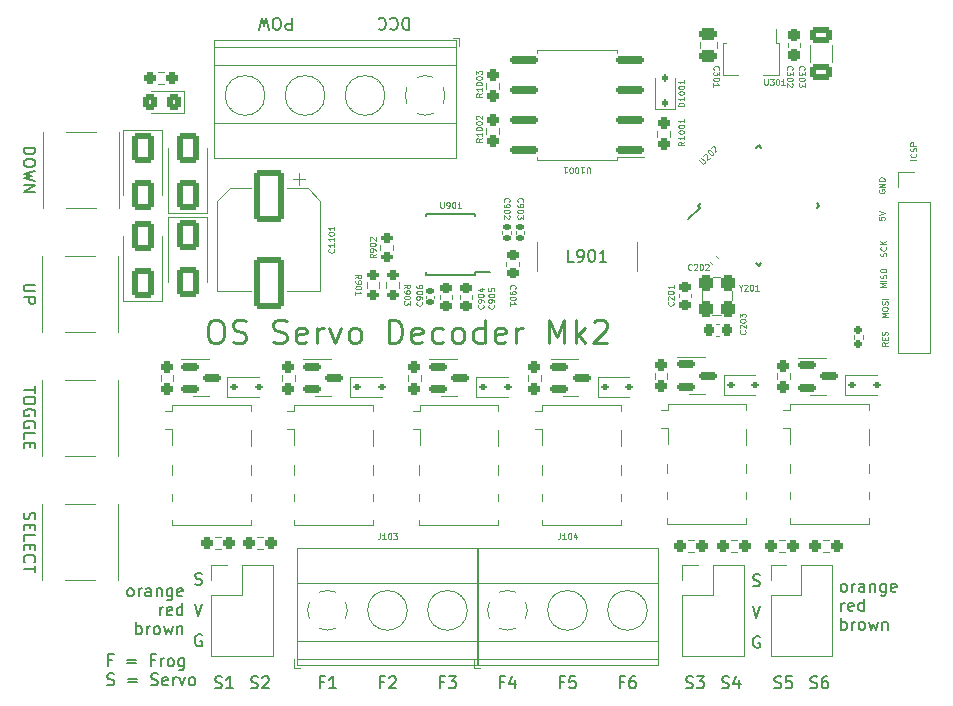
<source format=gbr>
%TF.GenerationSoftware,KiCad,Pcbnew,7.0.7*%
%TF.CreationDate,2024-01-29T23:46:24+01:00*%
%TF.ProjectId,OS-servoDriver_relay,4f532d73-6572-4766-9f44-72697665725f,rev?*%
%TF.SameCoordinates,Original*%
%TF.FileFunction,Legend,Top*%
%TF.FilePolarity,Positive*%
%FSLAX46Y46*%
G04 Gerber Fmt 4.6, Leading zero omitted, Abs format (unit mm)*
G04 Created by KiCad (PCBNEW 7.0.7) date 2024-01-29 23:46:24*
%MOMM*%
%LPD*%
G01*
G04 APERTURE LIST*
G04 Aperture macros list*
%AMRoundRect*
0 Rectangle with rounded corners*
0 $1 Rounding radius*
0 $2 $3 $4 $5 $6 $7 $8 $9 X,Y pos of 4 corners*
0 Add a 4 corners polygon primitive as box body*
4,1,4,$2,$3,$4,$5,$6,$7,$8,$9,$2,$3,0*
0 Add four circle primitives for the rounded corners*
1,1,$1+$1,$2,$3*
1,1,$1+$1,$4,$5*
1,1,$1+$1,$6,$7*
1,1,$1+$1,$8,$9*
0 Add four rect primitives between the rounded corners*
20,1,$1+$1,$2,$3,$4,$5,0*
20,1,$1+$1,$4,$5,$6,$7,0*
20,1,$1+$1,$6,$7,$8,$9,0*
20,1,$1+$1,$8,$9,$2,$3,0*%
%AMRotRect*
0 Rectangle, with rotation*
0 The origin of the aperture is its center*
0 $1 length*
0 $2 width*
0 $3 Rotation angle, in degrees counterclockwise*
0 Add horizontal line*
21,1,$1,$2,0,0,$3*%
%AMFreePoly0*
4,1,9,3.862500,-0.866500,0.737500,-0.866500,0.737500,-0.450000,-0.737500,-0.450000,-0.737500,0.450000,0.737500,0.450000,0.737500,0.866500,3.862500,0.866500,3.862500,-0.866500,3.862500,-0.866500,$1*%
G04 Aperture macros list end*
%ADD10C,0.150000*%
%ADD11C,0.075000*%
%ADD12C,0.250000*%
%ADD13C,0.120000*%
%ADD14R,2.600000X2.600000*%
%ADD15C,2.600000*%
%ADD16R,8.200000X2.600000*%
%ADD17RoundRect,0.237500X0.237500X-0.250000X0.237500X0.250000X-0.237500X0.250000X-0.237500X-0.250000X0*%
%ADD18RoundRect,0.112500X-0.187500X-0.112500X0.187500X-0.112500X0.187500X0.112500X-0.187500X0.112500X0*%
%ADD19RoundRect,0.225000X-0.250000X0.225000X-0.250000X-0.225000X0.250000X-0.225000X0.250000X0.225000X0*%
%ADD20RoundRect,0.140000X0.170000X-0.140000X0.170000X0.140000X-0.170000X0.140000X-0.170000X-0.140000X0*%
%ADD21RoundRect,0.250000X0.650000X-1.000000X0.650000X1.000000X-0.650000X1.000000X-0.650000X-1.000000X0*%
%ADD22RoundRect,0.112500X0.112500X-0.187500X0.112500X0.187500X-0.112500X0.187500X-0.112500X-0.187500X0*%
%ADD23RoundRect,0.225000X0.250000X-0.225000X0.250000X0.225000X-0.250000X0.225000X-0.250000X-0.225000X0*%
%ADD24R,1.800000X0.800000*%
%ADD25RoundRect,0.250000X-0.650000X1.000000X-0.650000X-1.000000X0.650000X-1.000000X0.650000X1.000000X0*%
%ADD26RoundRect,0.160000X0.160000X-0.197500X0.160000X0.197500X-0.160000X0.197500X-0.160000X-0.197500X0*%
%ADD27RoundRect,0.250000X-0.475000X0.250000X-0.475000X-0.250000X0.475000X-0.250000X0.475000X0.250000X0*%
%ADD28RoundRect,0.237500X0.250000X0.237500X-0.250000X0.237500X-0.250000X-0.237500X0.250000X-0.237500X0*%
%ADD29C,3.200000*%
%ADD30R,1.300000X1.550000*%
%ADD31R,1.910000X0.610000*%
%ADD32R,1.205000X1.550000*%
%ADD33RoundRect,0.250000X-1.000000X1.950000X-1.000000X-1.950000X1.000000X-1.950000X1.000000X1.950000X0*%
%ADD34RoundRect,0.150000X-0.587500X-0.150000X0.587500X-0.150000X0.587500X0.150000X-0.587500X0.150000X0*%
%ADD35RoundRect,0.200000X0.275000X-0.200000X0.275000X0.200000X-0.275000X0.200000X-0.275000X-0.200000X0*%
%ADD36R,1.700000X1.700000*%
%ADD37O,1.700000X1.700000*%
%ADD38RoundRect,0.250000X-0.650000X0.412500X-0.650000X-0.412500X0.650000X-0.412500X0.650000X0.412500X0*%
%ADD39RoundRect,0.162500X1.012500X0.162500X-1.012500X0.162500X-1.012500X-0.162500X1.012500X-0.162500X0*%
%ADD40RoundRect,0.237500X-0.237500X0.300000X-0.237500X-0.300000X0.237500X-0.300000X0.237500X0.300000X0*%
%ADD41RoundRect,0.300000X-0.300000X0.400000X-0.300000X-0.400000X0.300000X-0.400000X0.300000X0.400000X0*%
%ADD42R,0.900000X1.300000*%
%ADD43FreePoly0,270.000000*%
%ADD44RotRect,1.600000X0.550000X45.000000*%
%ADD45RotRect,1.600000X0.550000X135.000000*%
%ADD46RoundRect,0.225000X-0.225000X-0.250000X0.225000X-0.250000X0.225000X0.250000X-0.225000X0.250000X0*%
%ADD47RoundRect,0.200000X-0.275000X0.200000X-0.275000X-0.200000X0.275000X-0.200000X0.275000X0.200000X0*%
%ADD48RoundRect,0.237500X-0.250000X-0.237500X0.250000X-0.237500X0.250000X0.237500X-0.250000X0.237500X0*%
%ADD49RoundRect,0.250000X0.325000X0.450000X-0.325000X0.450000X-0.325000X-0.450000X0.325000X-0.450000X0*%
%ADD50RoundRect,0.140000X0.219203X0.021213X0.021213X0.219203X-0.219203X-0.021213X-0.021213X-0.219203X0*%
G04 APERTURE END LIST*
D10*
X241017636Y-151716819D02*
X240922398Y-151669200D01*
X240922398Y-151669200D02*
X240874779Y-151621580D01*
X240874779Y-151621580D02*
X240827160Y-151526342D01*
X240827160Y-151526342D02*
X240827160Y-151240628D01*
X240827160Y-151240628D02*
X240874779Y-151145390D01*
X240874779Y-151145390D02*
X240922398Y-151097771D01*
X240922398Y-151097771D02*
X241017636Y-151050152D01*
X241017636Y-151050152D02*
X241160493Y-151050152D01*
X241160493Y-151050152D02*
X241255731Y-151097771D01*
X241255731Y-151097771D02*
X241303350Y-151145390D01*
X241303350Y-151145390D02*
X241350969Y-151240628D01*
X241350969Y-151240628D02*
X241350969Y-151526342D01*
X241350969Y-151526342D02*
X241303350Y-151621580D01*
X241303350Y-151621580D02*
X241255731Y-151669200D01*
X241255731Y-151669200D02*
X241160493Y-151716819D01*
X241160493Y-151716819D02*
X241017636Y-151716819D01*
X241779541Y-151716819D02*
X241779541Y-151050152D01*
X241779541Y-151240628D02*
X241827160Y-151145390D01*
X241827160Y-151145390D02*
X241874779Y-151097771D01*
X241874779Y-151097771D02*
X241970017Y-151050152D01*
X241970017Y-151050152D02*
X242065255Y-151050152D01*
X242827160Y-151716819D02*
X242827160Y-151193009D01*
X242827160Y-151193009D02*
X242779541Y-151097771D01*
X242779541Y-151097771D02*
X242684303Y-151050152D01*
X242684303Y-151050152D02*
X242493827Y-151050152D01*
X242493827Y-151050152D02*
X242398589Y-151097771D01*
X242827160Y-151669200D02*
X242731922Y-151716819D01*
X242731922Y-151716819D02*
X242493827Y-151716819D01*
X242493827Y-151716819D02*
X242398589Y-151669200D01*
X242398589Y-151669200D02*
X242350970Y-151573961D01*
X242350970Y-151573961D02*
X242350970Y-151478723D01*
X242350970Y-151478723D02*
X242398589Y-151383485D01*
X242398589Y-151383485D02*
X242493827Y-151335866D01*
X242493827Y-151335866D02*
X242731922Y-151335866D01*
X242731922Y-151335866D02*
X242827160Y-151288247D01*
X243303351Y-151050152D02*
X243303351Y-151716819D01*
X243303351Y-151145390D02*
X243350970Y-151097771D01*
X243350970Y-151097771D02*
X243446208Y-151050152D01*
X243446208Y-151050152D02*
X243589065Y-151050152D01*
X243589065Y-151050152D02*
X243684303Y-151097771D01*
X243684303Y-151097771D02*
X243731922Y-151193009D01*
X243731922Y-151193009D02*
X243731922Y-151716819D01*
X244636684Y-151050152D02*
X244636684Y-151859676D01*
X244636684Y-151859676D02*
X244589065Y-151954914D01*
X244589065Y-151954914D02*
X244541446Y-152002533D01*
X244541446Y-152002533D02*
X244446208Y-152050152D01*
X244446208Y-152050152D02*
X244303351Y-152050152D01*
X244303351Y-152050152D02*
X244208113Y-152002533D01*
X244636684Y-151669200D02*
X244541446Y-151716819D01*
X244541446Y-151716819D02*
X244350970Y-151716819D01*
X244350970Y-151716819D02*
X244255732Y-151669200D01*
X244255732Y-151669200D02*
X244208113Y-151621580D01*
X244208113Y-151621580D02*
X244160494Y-151526342D01*
X244160494Y-151526342D02*
X244160494Y-151240628D01*
X244160494Y-151240628D02*
X244208113Y-151145390D01*
X244208113Y-151145390D02*
X244255732Y-151097771D01*
X244255732Y-151097771D02*
X244350970Y-151050152D01*
X244350970Y-151050152D02*
X244541446Y-151050152D01*
X244541446Y-151050152D02*
X244636684Y-151097771D01*
X245493827Y-151669200D02*
X245398589Y-151716819D01*
X245398589Y-151716819D02*
X245208113Y-151716819D01*
X245208113Y-151716819D02*
X245112875Y-151669200D01*
X245112875Y-151669200D02*
X245065256Y-151573961D01*
X245065256Y-151573961D02*
X245065256Y-151193009D01*
X245065256Y-151193009D02*
X245112875Y-151097771D01*
X245112875Y-151097771D02*
X245208113Y-151050152D01*
X245208113Y-151050152D02*
X245398589Y-151050152D01*
X245398589Y-151050152D02*
X245493827Y-151097771D01*
X245493827Y-151097771D02*
X245541446Y-151193009D01*
X245541446Y-151193009D02*
X245541446Y-151288247D01*
X245541446Y-151288247D02*
X245065256Y-151383485D01*
X240874779Y-153326819D02*
X240874779Y-152660152D01*
X240874779Y-152850628D02*
X240922398Y-152755390D01*
X240922398Y-152755390D02*
X240970017Y-152707771D01*
X240970017Y-152707771D02*
X241065255Y-152660152D01*
X241065255Y-152660152D02*
X241160493Y-152660152D01*
X241874779Y-153279200D02*
X241779541Y-153326819D01*
X241779541Y-153326819D02*
X241589065Y-153326819D01*
X241589065Y-153326819D02*
X241493827Y-153279200D01*
X241493827Y-153279200D02*
X241446208Y-153183961D01*
X241446208Y-153183961D02*
X241446208Y-152803009D01*
X241446208Y-152803009D02*
X241493827Y-152707771D01*
X241493827Y-152707771D02*
X241589065Y-152660152D01*
X241589065Y-152660152D02*
X241779541Y-152660152D01*
X241779541Y-152660152D02*
X241874779Y-152707771D01*
X241874779Y-152707771D02*
X241922398Y-152803009D01*
X241922398Y-152803009D02*
X241922398Y-152898247D01*
X241922398Y-152898247D02*
X241446208Y-152993485D01*
X242779541Y-153326819D02*
X242779541Y-152326819D01*
X242779541Y-153279200D02*
X242684303Y-153326819D01*
X242684303Y-153326819D02*
X242493827Y-153326819D01*
X242493827Y-153326819D02*
X242398589Y-153279200D01*
X242398589Y-153279200D02*
X242350970Y-153231580D01*
X242350970Y-153231580D02*
X242303351Y-153136342D01*
X242303351Y-153136342D02*
X242303351Y-152850628D01*
X242303351Y-152850628D02*
X242350970Y-152755390D01*
X242350970Y-152755390D02*
X242398589Y-152707771D01*
X242398589Y-152707771D02*
X242493827Y-152660152D01*
X242493827Y-152660152D02*
X242684303Y-152660152D01*
X242684303Y-152660152D02*
X242779541Y-152707771D01*
X240874779Y-154936819D02*
X240874779Y-153936819D01*
X240874779Y-154317771D02*
X240970017Y-154270152D01*
X240970017Y-154270152D02*
X241160493Y-154270152D01*
X241160493Y-154270152D02*
X241255731Y-154317771D01*
X241255731Y-154317771D02*
X241303350Y-154365390D01*
X241303350Y-154365390D02*
X241350969Y-154460628D01*
X241350969Y-154460628D02*
X241350969Y-154746342D01*
X241350969Y-154746342D02*
X241303350Y-154841580D01*
X241303350Y-154841580D02*
X241255731Y-154889200D01*
X241255731Y-154889200D02*
X241160493Y-154936819D01*
X241160493Y-154936819D02*
X240970017Y-154936819D01*
X240970017Y-154936819D02*
X240874779Y-154889200D01*
X241779541Y-154936819D02*
X241779541Y-154270152D01*
X241779541Y-154460628D02*
X241827160Y-154365390D01*
X241827160Y-154365390D02*
X241874779Y-154317771D01*
X241874779Y-154317771D02*
X241970017Y-154270152D01*
X241970017Y-154270152D02*
X242065255Y-154270152D01*
X242541446Y-154936819D02*
X242446208Y-154889200D01*
X242446208Y-154889200D02*
X242398589Y-154841580D01*
X242398589Y-154841580D02*
X242350970Y-154746342D01*
X242350970Y-154746342D02*
X242350970Y-154460628D01*
X242350970Y-154460628D02*
X242398589Y-154365390D01*
X242398589Y-154365390D02*
X242446208Y-154317771D01*
X242446208Y-154317771D02*
X242541446Y-154270152D01*
X242541446Y-154270152D02*
X242684303Y-154270152D01*
X242684303Y-154270152D02*
X242779541Y-154317771D01*
X242779541Y-154317771D02*
X242827160Y-154365390D01*
X242827160Y-154365390D02*
X242874779Y-154460628D01*
X242874779Y-154460628D02*
X242874779Y-154746342D01*
X242874779Y-154746342D02*
X242827160Y-154841580D01*
X242827160Y-154841580D02*
X242779541Y-154889200D01*
X242779541Y-154889200D02*
X242684303Y-154936819D01*
X242684303Y-154936819D02*
X242541446Y-154936819D01*
X243208113Y-154270152D02*
X243398589Y-154936819D01*
X243398589Y-154936819D02*
X243589065Y-154460628D01*
X243589065Y-154460628D02*
X243779541Y-154936819D01*
X243779541Y-154936819D02*
X243970017Y-154270152D01*
X244350970Y-154270152D02*
X244350970Y-154936819D01*
X244350970Y-154365390D02*
X244398589Y-154317771D01*
X244398589Y-154317771D02*
X244493827Y-154270152D01*
X244493827Y-154270152D02*
X244636684Y-154270152D01*
X244636684Y-154270152D02*
X244731922Y-154317771D01*
X244731922Y-154317771D02*
X244779541Y-154413009D01*
X244779541Y-154413009D02*
X244779541Y-154936819D01*
X180607029Y-152097819D02*
X180511791Y-152050200D01*
X180511791Y-152050200D02*
X180464172Y-152002580D01*
X180464172Y-152002580D02*
X180416553Y-151907342D01*
X180416553Y-151907342D02*
X180416553Y-151621628D01*
X180416553Y-151621628D02*
X180464172Y-151526390D01*
X180464172Y-151526390D02*
X180511791Y-151478771D01*
X180511791Y-151478771D02*
X180607029Y-151431152D01*
X180607029Y-151431152D02*
X180749886Y-151431152D01*
X180749886Y-151431152D02*
X180845124Y-151478771D01*
X180845124Y-151478771D02*
X180892743Y-151526390D01*
X180892743Y-151526390D02*
X180940362Y-151621628D01*
X180940362Y-151621628D02*
X180940362Y-151907342D01*
X180940362Y-151907342D02*
X180892743Y-152002580D01*
X180892743Y-152002580D02*
X180845124Y-152050200D01*
X180845124Y-152050200D02*
X180749886Y-152097819D01*
X180749886Y-152097819D02*
X180607029Y-152097819D01*
X181368934Y-152097819D02*
X181368934Y-151431152D01*
X181368934Y-151621628D02*
X181416553Y-151526390D01*
X181416553Y-151526390D02*
X181464172Y-151478771D01*
X181464172Y-151478771D02*
X181559410Y-151431152D01*
X181559410Y-151431152D02*
X181654648Y-151431152D01*
X182416553Y-152097819D02*
X182416553Y-151574009D01*
X182416553Y-151574009D02*
X182368934Y-151478771D01*
X182368934Y-151478771D02*
X182273696Y-151431152D01*
X182273696Y-151431152D02*
X182083220Y-151431152D01*
X182083220Y-151431152D02*
X181987982Y-151478771D01*
X182416553Y-152050200D02*
X182321315Y-152097819D01*
X182321315Y-152097819D02*
X182083220Y-152097819D01*
X182083220Y-152097819D02*
X181987982Y-152050200D01*
X181987982Y-152050200D02*
X181940363Y-151954961D01*
X181940363Y-151954961D02*
X181940363Y-151859723D01*
X181940363Y-151859723D02*
X181987982Y-151764485D01*
X181987982Y-151764485D02*
X182083220Y-151716866D01*
X182083220Y-151716866D02*
X182321315Y-151716866D01*
X182321315Y-151716866D02*
X182416553Y-151669247D01*
X182892744Y-151431152D02*
X182892744Y-152097819D01*
X182892744Y-151526390D02*
X182940363Y-151478771D01*
X182940363Y-151478771D02*
X183035601Y-151431152D01*
X183035601Y-151431152D02*
X183178458Y-151431152D01*
X183178458Y-151431152D02*
X183273696Y-151478771D01*
X183273696Y-151478771D02*
X183321315Y-151574009D01*
X183321315Y-151574009D02*
X183321315Y-152097819D01*
X184226077Y-151431152D02*
X184226077Y-152240676D01*
X184226077Y-152240676D02*
X184178458Y-152335914D01*
X184178458Y-152335914D02*
X184130839Y-152383533D01*
X184130839Y-152383533D02*
X184035601Y-152431152D01*
X184035601Y-152431152D02*
X183892744Y-152431152D01*
X183892744Y-152431152D02*
X183797506Y-152383533D01*
X184226077Y-152050200D02*
X184130839Y-152097819D01*
X184130839Y-152097819D02*
X183940363Y-152097819D01*
X183940363Y-152097819D02*
X183845125Y-152050200D01*
X183845125Y-152050200D02*
X183797506Y-152002580D01*
X183797506Y-152002580D02*
X183749887Y-151907342D01*
X183749887Y-151907342D02*
X183749887Y-151621628D01*
X183749887Y-151621628D02*
X183797506Y-151526390D01*
X183797506Y-151526390D02*
X183845125Y-151478771D01*
X183845125Y-151478771D02*
X183940363Y-151431152D01*
X183940363Y-151431152D02*
X184130839Y-151431152D01*
X184130839Y-151431152D02*
X184226077Y-151478771D01*
X185083220Y-152050200D02*
X184987982Y-152097819D01*
X184987982Y-152097819D02*
X184797506Y-152097819D01*
X184797506Y-152097819D02*
X184702268Y-152050200D01*
X184702268Y-152050200D02*
X184654649Y-151954961D01*
X184654649Y-151954961D02*
X184654649Y-151574009D01*
X184654649Y-151574009D02*
X184702268Y-151478771D01*
X184702268Y-151478771D02*
X184797506Y-151431152D01*
X184797506Y-151431152D02*
X184987982Y-151431152D01*
X184987982Y-151431152D02*
X185083220Y-151478771D01*
X185083220Y-151478771D02*
X185130839Y-151574009D01*
X185130839Y-151574009D02*
X185130839Y-151669247D01*
X185130839Y-151669247D02*
X184654649Y-151764485D01*
X183178458Y-153707819D02*
X183178458Y-153041152D01*
X183178458Y-153231628D02*
X183226077Y-153136390D01*
X183226077Y-153136390D02*
X183273696Y-153088771D01*
X183273696Y-153088771D02*
X183368934Y-153041152D01*
X183368934Y-153041152D02*
X183464172Y-153041152D01*
X184178458Y-153660200D02*
X184083220Y-153707819D01*
X184083220Y-153707819D02*
X183892744Y-153707819D01*
X183892744Y-153707819D02*
X183797506Y-153660200D01*
X183797506Y-153660200D02*
X183749887Y-153564961D01*
X183749887Y-153564961D02*
X183749887Y-153184009D01*
X183749887Y-153184009D02*
X183797506Y-153088771D01*
X183797506Y-153088771D02*
X183892744Y-153041152D01*
X183892744Y-153041152D02*
X184083220Y-153041152D01*
X184083220Y-153041152D02*
X184178458Y-153088771D01*
X184178458Y-153088771D02*
X184226077Y-153184009D01*
X184226077Y-153184009D02*
X184226077Y-153279247D01*
X184226077Y-153279247D02*
X183749887Y-153374485D01*
X185083220Y-153707819D02*
X185083220Y-152707819D01*
X185083220Y-153660200D02*
X184987982Y-153707819D01*
X184987982Y-153707819D02*
X184797506Y-153707819D01*
X184797506Y-153707819D02*
X184702268Y-153660200D01*
X184702268Y-153660200D02*
X184654649Y-153612580D01*
X184654649Y-153612580D02*
X184607030Y-153517342D01*
X184607030Y-153517342D02*
X184607030Y-153231628D01*
X184607030Y-153231628D02*
X184654649Y-153136390D01*
X184654649Y-153136390D02*
X184702268Y-153088771D01*
X184702268Y-153088771D02*
X184797506Y-153041152D01*
X184797506Y-153041152D02*
X184987982Y-153041152D01*
X184987982Y-153041152D02*
X185083220Y-153088771D01*
X181178458Y-155317819D02*
X181178458Y-154317819D01*
X181178458Y-154698771D02*
X181273696Y-154651152D01*
X181273696Y-154651152D02*
X181464172Y-154651152D01*
X181464172Y-154651152D02*
X181559410Y-154698771D01*
X181559410Y-154698771D02*
X181607029Y-154746390D01*
X181607029Y-154746390D02*
X181654648Y-154841628D01*
X181654648Y-154841628D02*
X181654648Y-155127342D01*
X181654648Y-155127342D02*
X181607029Y-155222580D01*
X181607029Y-155222580D02*
X181559410Y-155270200D01*
X181559410Y-155270200D02*
X181464172Y-155317819D01*
X181464172Y-155317819D02*
X181273696Y-155317819D01*
X181273696Y-155317819D02*
X181178458Y-155270200D01*
X182083220Y-155317819D02*
X182083220Y-154651152D01*
X182083220Y-154841628D02*
X182130839Y-154746390D01*
X182130839Y-154746390D02*
X182178458Y-154698771D01*
X182178458Y-154698771D02*
X182273696Y-154651152D01*
X182273696Y-154651152D02*
X182368934Y-154651152D01*
X182845125Y-155317819D02*
X182749887Y-155270200D01*
X182749887Y-155270200D02*
X182702268Y-155222580D01*
X182702268Y-155222580D02*
X182654649Y-155127342D01*
X182654649Y-155127342D02*
X182654649Y-154841628D01*
X182654649Y-154841628D02*
X182702268Y-154746390D01*
X182702268Y-154746390D02*
X182749887Y-154698771D01*
X182749887Y-154698771D02*
X182845125Y-154651152D01*
X182845125Y-154651152D02*
X182987982Y-154651152D01*
X182987982Y-154651152D02*
X183083220Y-154698771D01*
X183083220Y-154698771D02*
X183130839Y-154746390D01*
X183130839Y-154746390D02*
X183178458Y-154841628D01*
X183178458Y-154841628D02*
X183178458Y-155127342D01*
X183178458Y-155127342D02*
X183130839Y-155222580D01*
X183130839Y-155222580D02*
X183083220Y-155270200D01*
X183083220Y-155270200D02*
X182987982Y-155317819D01*
X182987982Y-155317819D02*
X182845125Y-155317819D01*
X183511792Y-154651152D02*
X183702268Y-155317819D01*
X183702268Y-155317819D02*
X183892744Y-154841628D01*
X183892744Y-154841628D02*
X184083220Y-155317819D01*
X184083220Y-155317819D02*
X184273696Y-154651152D01*
X184654649Y-154651152D02*
X184654649Y-155317819D01*
X184654649Y-154746390D02*
X184702268Y-154698771D01*
X184702268Y-154698771D02*
X184797506Y-154651152D01*
X184797506Y-154651152D02*
X184940363Y-154651152D01*
X184940363Y-154651152D02*
X185035601Y-154698771D01*
X185035601Y-154698771D02*
X185083220Y-154794009D01*
X185083220Y-154794009D02*
X185083220Y-155317819D01*
X179105112Y-157502009D02*
X178771779Y-157502009D01*
X178771779Y-158025819D02*
X178771779Y-157025819D01*
X178771779Y-157025819D02*
X179247969Y-157025819D01*
X180390827Y-157502009D02*
X181152732Y-157502009D01*
X181152732Y-157787723D02*
X180390827Y-157787723D01*
X182724160Y-157502009D02*
X182390827Y-157502009D01*
X182390827Y-158025819D02*
X182390827Y-157025819D01*
X182390827Y-157025819D02*
X182867017Y-157025819D01*
X183247970Y-158025819D02*
X183247970Y-157359152D01*
X183247970Y-157549628D02*
X183295589Y-157454390D01*
X183295589Y-157454390D02*
X183343208Y-157406771D01*
X183343208Y-157406771D02*
X183438446Y-157359152D01*
X183438446Y-157359152D02*
X183533684Y-157359152D01*
X184009875Y-158025819D02*
X183914637Y-157978200D01*
X183914637Y-157978200D02*
X183867018Y-157930580D01*
X183867018Y-157930580D02*
X183819399Y-157835342D01*
X183819399Y-157835342D02*
X183819399Y-157549628D01*
X183819399Y-157549628D02*
X183867018Y-157454390D01*
X183867018Y-157454390D02*
X183914637Y-157406771D01*
X183914637Y-157406771D02*
X184009875Y-157359152D01*
X184009875Y-157359152D02*
X184152732Y-157359152D01*
X184152732Y-157359152D02*
X184247970Y-157406771D01*
X184247970Y-157406771D02*
X184295589Y-157454390D01*
X184295589Y-157454390D02*
X184343208Y-157549628D01*
X184343208Y-157549628D02*
X184343208Y-157835342D01*
X184343208Y-157835342D02*
X184295589Y-157930580D01*
X184295589Y-157930580D02*
X184247970Y-157978200D01*
X184247970Y-157978200D02*
X184152732Y-158025819D01*
X184152732Y-158025819D02*
X184009875Y-158025819D01*
X185200351Y-157359152D02*
X185200351Y-158168676D01*
X185200351Y-158168676D02*
X185152732Y-158263914D01*
X185152732Y-158263914D02*
X185105113Y-158311533D01*
X185105113Y-158311533D02*
X185009875Y-158359152D01*
X185009875Y-158359152D02*
X184867018Y-158359152D01*
X184867018Y-158359152D02*
X184771780Y-158311533D01*
X185200351Y-157978200D02*
X185105113Y-158025819D01*
X185105113Y-158025819D02*
X184914637Y-158025819D01*
X184914637Y-158025819D02*
X184819399Y-157978200D01*
X184819399Y-157978200D02*
X184771780Y-157930580D01*
X184771780Y-157930580D02*
X184724161Y-157835342D01*
X184724161Y-157835342D02*
X184724161Y-157549628D01*
X184724161Y-157549628D02*
X184771780Y-157454390D01*
X184771780Y-157454390D02*
X184819399Y-157406771D01*
X184819399Y-157406771D02*
X184914637Y-157359152D01*
X184914637Y-157359152D02*
X185105113Y-157359152D01*
X185105113Y-157359152D02*
X185200351Y-157406771D01*
X178724160Y-159588200D02*
X178867017Y-159635819D01*
X178867017Y-159635819D02*
X179105112Y-159635819D01*
X179105112Y-159635819D02*
X179200350Y-159588200D01*
X179200350Y-159588200D02*
X179247969Y-159540580D01*
X179247969Y-159540580D02*
X179295588Y-159445342D01*
X179295588Y-159445342D02*
X179295588Y-159350104D01*
X179295588Y-159350104D02*
X179247969Y-159254866D01*
X179247969Y-159254866D02*
X179200350Y-159207247D01*
X179200350Y-159207247D02*
X179105112Y-159159628D01*
X179105112Y-159159628D02*
X178914636Y-159112009D01*
X178914636Y-159112009D02*
X178819398Y-159064390D01*
X178819398Y-159064390D02*
X178771779Y-159016771D01*
X178771779Y-159016771D02*
X178724160Y-158921533D01*
X178724160Y-158921533D02*
X178724160Y-158826295D01*
X178724160Y-158826295D02*
X178771779Y-158731057D01*
X178771779Y-158731057D02*
X178819398Y-158683438D01*
X178819398Y-158683438D02*
X178914636Y-158635819D01*
X178914636Y-158635819D02*
X179152731Y-158635819D01*
X179152731Y-158635819D02*
X179295588Y-158683438D01*
X180486065Y-159112009D02*
X181247970Y-159112009D01*
X181247970Y-159397723D02*
X180486065Y-159397723D01*
X182438446Y-159588200D02*
X182581303Y-159635819D01*
X182581303Y-159635819D02*
X182819398Y-159635819D01*
X182819398Y-159635819D02*
X182914636Y-159588200D01*
X182914636Y-159588200D02*
X182962255Y-159540580D01*
X182962255Y-159540580D02*
X183009874Y-159445342D01*
X183009874Y-159445342D02*
X183009874Y-159350104D01*
X183009874Y-159350104D02*
X182962255Y-159254866D01*
X182962255Y-159254866D02*
X182914636Y-159207247D01*
X182914636Y-159207247D02*
X182819398Y-159159628D01*
X182819398Y-159159628D02*
X182628922Y-159112009D01*
X182628922Y-159112009D02*
X182533684Y-159064390D01*
X182533684Y-159064390D02*
X182486065Y-159016771D01*
X182486065Y-159016771D02*
X182438446Y-158921533D01*
X182438446Y-158921533D02*
X182438446Y-158826295D01*
X182438446Y-158826295D02*
X182486065Y-158731057D01*
X182486065Y-158731057D02*
X182533684Y-158683438D01*
X182533684Y-158683438D02*
X182628922Y-158635819D01*
X182628922Y-158635819D02*
X182867017Y-158635819D01*
X182867017Y-158635819D02*
X183009874Y-158683438D01*
X183819398Y-159588200D02*
X183724160Y-159635819D01*
X183724160Y-159635819D02*
X183533684Y-159635819D01*
X183533684Y-159635819D02*
X183438446Y-159588200D01*
X183438446Y-159588200D02*
X183390827Y-159492961D01*
X183390827Y-159492961D02*
X183390827Y-159112009D01*
X183390827Y-159112009D02*
X183438446Y-159016771D01*
X183438446Y-159016771D02*
X183533684Y-158969152D01*
X183533684Y-158969152D02*
X183724160Y-158969152D01*
X183724160Y-158969152D02*
X183819398Y-159016771D01*
X183819398Y-159016771D02*
X183867017Y-159112009D01*
X183867017Y-159112009D02*
X183867017Y-159207247D01*
X183867017Y-159207247D02*
X183390827Y-159302485D01*
X184295589Y-159635819D02*
X184295589Y-158969152D01*
X184295589Y-159159628D02*
X184343208Y-159064390D01*
X184343208Y-159064390D02*
X184390827Y-159016771D01*
X184390827Y-159016771D02*
X184486065Y-158969152D01*
X184486065Y-158969152D02*
X184581303Y-158969152D01*
X184819399Y-158969152D02*
X185057494Y-159635819D01*
X185057494Y-159635819D02*
X185295589Y-158969152D01*
X185819399Y-159635819D02*
X185724161Y-159588200D01*
X185724161Y-159588200D02*
X185676542Y-159540580D01*
X185676542Y-159540580D02*
X185628923Y-159445342D01*
X185628923Y-159445342D02*
X185628923Y-159159628D01*
X185628923Y-159159628D02*
X185676542Y-159064390D01*
X185676542Y-159064390D02*
X185724161Y-159016771D01*
X185724161Y-159016771D02*
X185819399Y-158969152D01*
X185819399Y-158969152D02*
X185962256Y-158969152D01*
X185962256Y-158969152D02*
X186057494Y-159016771D01*
X186057494Y-159016771D02*
X186105113Y-159064390D01*
X186105113Y-159064390D02*
X186152732Y-159159628D01*
X186152732Y-159159628D02*
X186152732Y-159445342D01*
X186152732Y-159445342D02*
X186105113Y-159540580D01*
X186105113Y-159540580D02*
X186057494Y-159588200D01*
X186057494Y-159588200D02*
X185962256Y-159635819D01*
X185962256Y-159635819D02*
X185819399Y-159635819D01*
D11*
X247203909Y-115147610D02*
X246703909Y-115147610D01*
X247156290Y-114623801D02*
X247180100Y-114647610D01*
X247180100Y-114647610D02*
X247203909Y-114719039D01*
X247203909Y-114719039D02*
X247203909Y-114766658D01*
X247203909Y-114766658D02*
X247180100Y-114838086D01*
X247180100Y-114838086D02*
X247132480Y-114885705D01*
X247132480Y-114885705D02*
X247084861Y-114909515D01*
X247084861Y-114909515D02*
X246989623Y-114933324D01*
X246989623Y-114933324D02*
X246918195Y-114933324D01*
X246918195Y-114933324D02*
X246822957Y-114909515D01*
X246822957Y-114909515D02*
X246775338Y-114885705D01*
X246775338Y-114885705D02*
X246727719Y-114838086D01*
X246727719Y-114838086D02*
X246703909Y-114766658D01*
X246703909Y-114766658D02*
X246703909Y-114719039D01*
X246703909Y-114719039D02*
X246727719Y-114647610D01*
X246727719Y-114647610D02*
X246751528Y-114623801D01*
X247180100Y-114433324D02*
X247203909Y-114361896D01*
X247203909Y-114361896D02*
X247203909Y-114242848D01*
X247203909Y-114242848D02*
X247180100Y-114195229D01*
X247180100Y-114195229D02*
X247156290Y-114171420D01*
X247156290Y-114171420D02*
X247108671Y-114147610D01*
X247108671Y-114147610D02*
X247061052Y-114147610D01*
X247061052Y-114147610D02*
X247013433Y-114171420D01*
X247013433Y-114171420D02*
X246989623Y-114195229D01*
X246989623Y-114195229D02*
X246965814Y-114242848D01*
X246965814Y-114242848D02*
X246942004Y-114338086D01*
X246942004Y-114338086D02*
X246918195Y-114385705D01*
X246918195Y-114385705D02*
X246894385Y-114409515D01*
X246894385Y-114409515D02*
X246846766Y-114433324D01*
X246846766Y-114433324D02*
X246799147Y-114433324D01*
X246799147Y-114433324D02*
X246751528Y-114409515D01*
X246751528Y-114409515D02*
X246727719Y-114385705D01*
X246727719Y-114385705D02*
X246703909Y-114338086D01*
X246703909Y-114338086D02*
X246703909Y-114219039D01*
X246703909Y-114219039D02*
X246727719Y-114147610D01*
X247203909Y-113933325D02*
X246703909Y-113933325D01*
X246703909Y-113933325D02*
X246703909Y-113742849D01*
X246703909Y-113742849D02*
X246727719Y-113695230D01*
X246727719Y-113695230D02*
X246751528Y-113671420D01*
X246751528Y-113671420D02*
X246799147Y-113647611D01*
X246799147Y-113647611D02*
X246870576Y-113647611D01*
X246870576Y-113647611D02*
X246918195Y-113671420D01*
X246918195Y-113671420D02*
X246942004Y-113695230D01*
X246942004Y-113695230D02*
X246965814Y-113742849D01*
X246965814Y-113742849D02*
X246965814Y-113933325D01*
D10*
X172630180Y-125714286D02*
X171820657Y-125714286D01*
X171820657Y-125714286D02*
X171725419Y-125761905D01*
X171725419Y-125761905D02*
X171677800Y-125809524D01*
X171677800Y-125809524D02*
X171630180Y-125904762D01*
X171630180Y-125904762D02*
X171630180Y-126095238D01*
X171630180Y-126095238D02*
X171677800Y-126190476D01*
X171677800Y-126190476D02*
X171725419Y-126238095D01*
X171725419Y-126238095D02*
X171820657Y-126285714D01*
X171820657Y-126285714D02*
X172630180Y-126285714D01*
X171630180Y-126761905D02*
X172630180Y-126761905D01*
X172630180Y-126761905D02*
X172630180Y-127142857D01*
X172630180Y-127142857D02*
X172582561Y-127238095D01*
X172582561Y-127238095D02*
X172534942Y-127285714D01*
X172534942Y-127285714D02*
X172439704Y-127333333D01*
X172439704Y-127333333D02*
X172296847Y-127333333D01*
X172296847Y-127333333D02*
X172201609Y-127285714D01*
X172201609Y-127285714D02*
X172153990Y-127238095D01*
X172153990Y-127238095D02*
X172106371Y-127142857D01*
X172106371Y-127142857D02*
X172106371Y-126761905D01*
X238252095Y-159842200D02*
X238394952Y-159889819D01*
X238394952Y-159889819D02*
X238633047Y-159889819D01*
X238633047Y-159889819D02*
X238728285Y-159842200D01*
X238728285Y-159842200D02*
X238775904Y-159794580D01*
X238775904Y-159794580D02*
X238823523Y-159699342D01*
X238823523Y-159699342D02*
X238823523Y-159604104D01*
X238823523Y-159604104D02*
X238775904Y-159508866D01*
X238775904Y-159508866D02*
X238728285Y-159461247D01*
X238728285Y-159461247D02*
X238633047Y-159413628D01*
X238633047Y-159413628D02*
X238442571Y-159366009D01*
X238442571Y-159366009D02*
X238347333Y-159318390D01*
X238347333Y-159318390D02*
X238299714Y-159270771D01*
X238299714Y-159270771D02*
X238252095Y-159175533D01*
X238252095Y-159175533D02*
X238252095Y-159080295D01*
X238252095Y-159080295D02*
X238299714Y-158985057D01*
X238299714Y-158985057D02*
X238347333Y-158937438D01*
X238347333Y-158937438D02*
X238442571Y-158889819D01*
X238442571Y-158889819D02*
X238680666Y-158889819D01*
X238680666Y-158889819D02*
X238823523Y-158937438D01*
X239680666Y-158889819D02*
X239490190Y-158889819D01*
X239490190Y-158889819D02*
X239394952Y-158937438D01*
X239394952Y-158937438D02*
X239347333Y-158985057D01*
X239347333Y-158985057D02*
X239252095Y-159127914D01*
X239252095Y-159127914D02*
X239204476Y-159318390D01*
X239204476Y-159318390D02*
X239204476Y-159699342D01*
X239204476Y-159699342D02*
X239252095Y-159794580D01*
X239252095Y-159794580D02*
X239299714Y-159842200D01*
X239299714Y-159842200D02*
X239394952Y-159889819D01*
X239394952Y-159889819D02*
X239585428Y-159889819D01*
X239585428Y-159889819D02*
X239680666Y-159842200D01*
X239680666Y-159842200D02*
X239728285Y-159794580D01*
X239728285Y-159794580D02*
X239775904Y-159699342D01*
X239775904Y-159699342D02*
X239775904Y-159461247D01*
X239775904Y-159461247D02*
X239728285Y-159366009D01*
X239728285Y-159366009D02*
X239680666Y-159318390D01*
X239680666Y-159318390D02*
X239585428Y-159270771D01*
X239585428Y-159270771D02*
X239394952Y-159270771D01*
X239394952Y-159270771D02*
X239299714Y-159318390D01*
X239299714Y-159318390D02*
X239252095Y-159366009D01*
X239252095Y-159366009D02*
X239204476Y-159461247D01*
X233394286Y-151206200D02*
X233537143Y-151253819D01*
X233537143Y-151253819D02*
X233775238Y-151253819D01*
X233775238Y-151253819D02*
X233870476Y-151206200D01*
X233870476Y-151206200D02*
X233918095Y-151158580D01*
X233918095Y-151158580D02*
X233965714Y-151063342D01*
X233965714Y-151063342D02*
X233965714Y-150968104D01*
X233965714Y-150968104D02*
X233918095Y-150872866D01*
X233918095Y-150872866D02*
X233870476Y-150825247D01*
X233870476Y-150825247D02*
X233775238Y-150777628D01*
X233775238Y-150777628D02*
X233584762Y-150730009D01*
X233584762Y-150730009D02*
X233489524Y-150682390D01*
X233489524Y-150682390D02*
X233441905Y-150634771D01*
X233441905Y-150634771D02*
X233394286Y-150539533D01*
X233394286Y-150539533D02*
X233394286Y-150444295D01*
X233394286Y-150444295D02*
X233441905Y-150349057D01*
X233441905Y-150349057D02*
X233489524Y-150301438D01*
X233489524Y-150301438D02*
X233584762Y-150253819D01*
X233584762Y-150253819D02*
X233822857Y-150253819D01*
X233822857Y-150253819D02*
X233965714Y-150301438D01*
D11*
X244663909Y-125942610D02*
X244163909Y-125942610D01*
X244163909Y-125942610D02*
X244521052Y-125775943D01*
X244521052Y-125775943D02*
X244163909Y-125609277D01*
X244163909Y-125609277D02*
X244663909Y-125609277D01*
X244663909Y-125371181D02*
X244163909Y-125371181D01*
X244640100Y-125156895D02*
X244663909Y-125085467D01*
X244663909Y-125085467D02*
X244663909Y-124966419D01*
X244663909Y-124966419D02*
X244640100Y-124918800D01*
X244640100Y-124918800D02*
X244616290Y-124894991D01*
X244616290Y-124894991D02*
X244568671Y-124871181D01*
X244568671Y-124871181D02*
X244521052Y-124871181D01*
X244521052Y-124871181D02*
X244473433Y-124894991D01*
X244473433Y-124894991D02*
X244449623Y-124918800D01*
X244449623Y-124918800D02*
X244425814Y-124966419D01*
X244425814Y-124966419D02*
X244402004Y-125061657D01*
X244402004Y-125061657D02*
X244378195Y-125109276D01*
X244378195Y-125109276D02*
X244354385Y-125133086D01*
X244354385Y-125133086D02*
X244306766Y-125156895D01*
X244306766Y-125156895D02*
X244259147Y-125156895D01*
X244259147Y-125156895D02*
X244211528Y-125133086D01*
X244211528Y-125133086D02*
X244187719Y-125109276D01*
X244187719Y-125109276D02*
X244163909Y-125061657D01*
X244163909Y-125061657D02*
X244163909Y-124942610D01*
X244163909Y-124942610D02*
X244187719Y-124871181D01*
X244163909Y-124561658D02*
X244163909Y-124466420D01*
X244163909Y-124466420D02*
X244187719Y-124418801D01*
X244187719Y-124418801D02*
X244235338Y-124371182D01*
X244235338Y-124371182D02*
X244330576Y-124347372D01*
X244330576Y-124347372D02*
X244497242Y-124347372D01*
X244497242Y-124347372D02*
X244592480Y-124371182D01*
X244592480Y-124371182D02*
X244640100Y-124418801D01*
X244640100Y-124418801D02*
X244663909Y-124466420D01*
X244663909Y-124466420D02*
X244663909Y-124561658D01*
X244663909Y-124561658D02*
X244640100Y-124609277D01*
X244640100Y-124609277D02*
X244592480Y-124656896D01*
X244592480Y-124656896D02*
X244497242Y-124680705D01*
X244497242Y-124680705D02*
X244330576Y-124680705D01*
X244330576Y-124680705D02*
X244235338Y-124656896D01*
X244235338Y-124656896D02*
X244187719Y-124609277D01*
X244187719Y-124609277D02*
X244163909Y-124561658D01*
D10*
X172630180Y-134333333D02*
X172630180Y-134904761D01*
X171630180Y-134619047D02*
X172630180Y-134619047D01*
X172630180Y-135428571D02*
X172630180Y-135619047D01*
X172630180Y-135619047D02*
X172582561Y-135714285D01*
X172582561Y-135714285D02*
X172487323Y-135809523D01*
X172487323Y-135809523D02*
X172296847Y-135857142D01*
X172296847Y-135857142D02*
X171963514Y-135857142D01*
X171963514Y-135857142D02*
X171773038Y-135809523D01*
X171773038Y-135809523D02*
X171677800Y-135714285D01*
X171677800Y-135714285D02*
X171630180Y-135619047D01*
X171630180Y-135619047D02*
X171630180Y-135428571D01*
X171630180Y-135428571D02*
X171677800Y-135333333D01*
X171677800Y-135333333D02*
X171773038Y-135238095D01*
X171773038Y-135238095D02*
X171963514Y-135190476D01*
X171963514Y-135190476D02*
X172296847Y-135190476D01*
X172296847Y-135190476D02*
X172487323Y-135238095D01*
X172487323Y-135238095D02*
X172582561Y-135333333D01*
X172582561Y-135333333D02*
X172630180Y-135428571D01*
X172582561Y-136809523D02*
X172630180Y-136714285D01*
X172630180Y-136714285D02*
X172630180Y-136571428D01*
X172630180Y-136571428D02*
X172582561Y-136428571D01*
X172582561Y-136428571D02*
X172487323Y-136333333D01*
X172487323Y-136333333D02*
X172392085Y-136285714D01*
X172392085Y-136285714D02*
X172201609Y-136238095D01*
X172201609Y-136238095D02*
X172058752Y-136238095D01*
X172058752Y-136238095D02*
X171868276Y-136285714D01*
X171868276Y-136285714D02*
X171773038Y-136333333D01*
X171773038Y-136333333D02*
X171677800Y-136428571D01*
X171677800Y-136428571D02*
X171630180Y-136571428D01*
X171630180Y-136571428D02*
X171630180Y-136666666D01*
X171630180Y-136666666D02*
X171677800Y-136809523D01*
X171677800Y-136809523D02*
X171725419Y-136857142D01*
X171725419Y-136857142D02*
X172058752Y-136857142D01*
X172058752Y-136857142D02*
X172058752Y-136666666D01*
X172582561Y-137809523D02*
X172630180Y-137714285D01*
X172630180Y-137714285D02*
X172630180Y-137571428D01*
X172630180Y-137571428D02*
X172582561Y-137428571D01*
X172582561Y-137428571D02*
X172487323Y-137333333D01*
X172487323Y-137333333D02*
X172392085Y-137285714D01*
X172392085Y-137285714D02*
X172201609Y-137238095D01*
X172201609Y-137238095D02*
X172058752Y-137238095D01*
X172058752Y-137238095D02*
X171868276Y-137285714D01*
X171868276Y-137285714D02*
X171773038Y-137333333D01*
X171773038Y-137333333D02*
X171677800Y-137428571D01*
X171677800Y-137428571D02*
X171630180Y-137571428D01*
X171630180Y-137571428D02*
X171630180Y-137666666D01*
X171630180Y-137666666D02*
X171677800Y-137809523D01*
X171677800Y-137809523D02*
X171725419Y-137857142D01*
X171725419Y-137857142D02*
X172058752Y-137857142D01*
X172058752Y-137857142D02*
X172058752Y-137666666D01*
X171630180Y-138761904D02*
X171630180Y-138285714D01*
X171630180Y-138285714D02*
X172630180Y-138285714D01*
X172153990Y-139095238D02*
X172153990Y-139428571D01*
X171630180Y-139571428D02*
X171630180Y-139095238D01*
X171630180Y-139095238D02*
X172630180Y-139095238D01*
X172630180Y-139095238D02*
X172630180Y-139571428D01*
X186102667Y-152793819D02*
X186436000Y-153793819D01*
X186436000Y-153793819D02*
X186769333Y-152793819D01*
X171630180Y-114119048D02*
X172630180Y-114119048D01*
X172630180Y-114119048D02*
X172630180Y-114357143D01*
X172630180Y-114357143D02*
X172582561Y-114500000D01*
X172582561Y-114500000D02*
X172487323Y-114595238D01*
X172487323Y-114595238D02*
X172392085Y-114642857D01*
X172392085Y-114642857D02*
X172201609Y-114690476D01*
X172201609Y-114690476D02*
X172058752Y-114690476D01*
X172058752Y-114690476D02*
X171868276Y-114642857D01*
X171868276Y-114642857D02*
X171773038Y-114595238D01*
X171773038Y-114595238D02*
X171677800Y-114500000D01*
X171677800Y-114500000D02*
X171630180Y-114357143D01*
X171630180Y-114357143D02*
X171630180Y-114119048D01*
X172630180Y-115309524D02*
X172630180Y-115500000D01*
X172630180Y-115500000D02*
X172582561Y-115595238D01*
X172582561Y-115595238D02*
X172487323Y-115690476D01*
X172487323Y-115690476D02*
X172296847Y-115738095D01*
X172296847Y-115738095D02*
X171963514Y-115738095D01*
X171963514Y-115738095D02*
X171773038Y-115690476D01*
X171773038Y-115690476D02*
X171677800Y-115595238D01*
X171677800Y-115595238D02*
X171630180Y-115500000D01*
X171630180Y-115500000D02*
X171630180Y-115309524D01*
X171630180Y-115309524D02*
X171677800Y-115214286D01*
X171677800Y-115214286D02*
X171773038Y-115119048D01*
X171773038Y-115119048D02*
X171963514Y-115071429D01*
X171963514Y-115071429D02*
X172296847Y-115071429D01*
X172296847Y-115071429D02*
X172487323Y-115119048D01*
X172487323Y-115119048D02*
X172582561Y-115214286D01*
X172582561Y-115214286D02*
X172630180Y-115309524D01*
X172630180Y-116071429D02*
X171630180Y-116309524D01*
X171630180Y-116309524D02*
X172344466Y-116500000D01*
X172344466Y-116500000D02*
X171630180Y-116690476D01*
X171630180Y-116690476D02*
X172630180Y-116928572D01*
X171630180Y-117309524D02*
X172630180Y-117309524D01*
X172630180Y-117309524D02*
X171630180Y-117880952D01*
X171630180Y-117880952D02*
X172630180Y-117880952D01*
X171677800Y-145023809D02*
X171630180Y-145166666D01*
X171630180Y-145166666D02*
X171630180Y-145404761D01*
X171630180Y-145404761D02*
X171677800Y-145499999D01*
X171677800Y-145499999D02*
X171725419Y-145547618D01*
X171725419Y-145547618D02*
X171820657Y-145595237D01*
X171820657Y-145595237D02*
X171915895Y-145595237D01*
X171915895Y-145595237D02*
X172011133Y-145547618D01*
X172011133Y-145547618D02*
X172058752Y-145499999D01*
X172058752Y-145499999D02*
X172106371Y-145404761D01*
X172106371Y-145404761D02*
X172153990Y-145214285D01*
X172153990Y-145214285D02*
X172201609Y-145119047D01*
X172201609Y-145119047D02*
X172249228Y-145071428D01*
X172249228Y-145071428D02*
X172344466Y-145023809D01*
X172344466Y-145023809D02*
X172439704Y-145023809D01*
X172439704Y-145023809D02*
X172534942Y-145071428D01*
X172534942Y-145071428D02*
X172582561Y-145119047D01*
X172582561Y-145119047D02*
X172630180Y-145214285D01*
X172630180Y-145214285D02*
X172630180Y-145452380D01*
X172630180Y-145452380D02*
X172582561Y-145595237D01*
X172153990Y-146023809D02*
X172153990Y-146357142D01*
X171630180Y-146499999D02*
X171630180Y-146023809D01*
X171630180Y-146023809D02*
X172630180Y-146023809D01*
X172630180Y-146023809D02*
X172630180Y-146499999D01*
X171630180Y-147404761D02*
X171630180Y-146928571D01*
X171630180Y-146928571D02*
X172630180Y-146928571D01*
X172153990Y-147738095D02*
X172153990Y-148071428D01*
X171630180Y-148214285D02*
X171630180Y-147738095D01*
X171630180Y-147738095D02*
X172630180Y-147738095D01*
X172630180Y-147738095D02*
X172630180Y-148214285D01*
X171725419Y-149214285D02*
X171677800Y-149166666D01*
X171677800Y-149166666D02*
X171630180Y-149023809D01*
X171630180Y-149023809D02*
X171630180Y-148928571D01*
X171630180Y-148928571D02*
X171677800Y-148785714D01*
X171677800Y-148785714D02*
X171773038Y-148690476D01*
X171773038Y-148690476D02*
X171868276Y-148642857D01*
X171868276Y-148642857D02*
X172058752Y-148595238D01*
X172058752Y-148595238D02*
X172201609Y-148595238D01*
X172201609Y-148595238D02*
X172392085Y-148642857D01*
X172392085Y-148642857D02*
X172487323Y-148690476D01*
X172487323Y-148690476D02*
X172582561Y-148785714D01*
X172582561Y-148785714D02*
X172630180Y-148928571D01*
X172630180Y-148928571D02*
X172630180Y-149023809D01*
X172630180Y-149023809D02*
X172582561Y-149166666D01*
X172582561Y-149166666D02*
X172534942Y-149214285D01*
X172630180Y-149500000D02*
X172630180Y-150071428D01*
X171630180Y-149785714D02*
X172630180Y-149785714D01*
X235204095Y-159842200D02*
X235346952Y-159889819D01*
X235346952Y-159889819D02*
X235585047Y-159889819D01*
X235585047Y-159889819D02*
X235680285Y-159842200D01*
X235680285Y-159842200D02*
X235727904Y-159794580D01*
X235727904Y-159794580D02*
X235775523Y-159699342D01*
X235775523Y-159699342D02*
X235775523Y-159604104D01*
X235775523Y-159604104D02*
X235727904Y-159508866D01*
X235727904Y-159508866D02*
X235680285Y-159461247D01*
X235680285Y-159461247D02*
X235585047Y-159413628D01*
X235585047Y-159413628D02*
X235394571Y-159366009D01*
X235394571Y-159366009D02*
X235299333Y-159318390D01*
X235299333Y-159318390D02*
X235251714Y-159270771D01*
X235251714Y-159270771D02*
X235204095Y-159175533D01*
X235204095Y-159175533D02*
X235204095Y-159080295D01*
X235204095Y-159080295D02*
X235251714Y-158985057D01*
X235251714Y-158985057D02*
X235299333Y-158937438D01*
X235299333Y-158937438D02*
X235394571Y-158889819D01*
X235394571Y-158889819D02*
X235632666Y-158889819D01*
X235632666Y-158889819D02*
X235775523Y-158937438D01*
X236680285Y-158889819D02*
X236204095Y-158889819D01*
X236204095Y-158889819D02*
X236156476Y-159366009D01*
X236156476Y-159366009D02*
X236204095Y-159318390D01*
X236204095Y-159318390D02*
X236299333Y-159270771D01*
X236299333Y-159270771D02*
X236537428Y-159270771D01*
X236537428Y-159270771D02*
X236632666Y-159318390D01*
X236632666Y-159318390D02*
X236680285Y-159366009D01*
X236680285Y-159366009D02*
X236727904Y-159461247D01*
X236727904Y-159461247D02*
X236727904Y-159699342D01*
X236727904Y-159699342D02*
X236680285Y-159794580D01*
X236680285Y-159794580D02*
X236632666Y-159842200D01*
X236632666Y-159842200D02*
X236537428Y-159889819D01*
X236537428Y-159889819D02*
X236299333Y-159889819D01*
X236299333Y-159889819D02*
X236204095Y-159842200D01*
X236204095Y-159842200D02*
X236156476Y-159794580D01*
X222424666Y-159366009D02*
X222091333Y-159366009D01*
X222091333Y-159889819D02*
X222091333Y-158889819D01*
X222091333Y-158889819D02*
X222567523Y-158889819D01*
X223377047Y-158889819D02*
X223186571Y-158889819D01*
X223186571Y-158889819D02*
X223091333Y-158937438D01*
X223091333Y-158937438D02*
X223043714Y-158985057D01*
X223043714Y-158985057D02*
X222948476Y-159127914D01*
X222948476Y-159127914D02*
X222900857Y-159318390D01*
X222900857Y-159318390D02*
X222900857Y-159699342D01*
X222900857Y-159699342D02*
X222948476Y-159794580D01*
X222948476Y-159794580D02*
X222996095Y-159842200D01*
X222996095Y-159842200D02*
X223091333Y-159889819D01*
X223091333Y-159889819D02*
X223281809Y-159889819D01*
X223281809Y-159889819D02*
X223377047Y-159842200D01*
X223377047Y-159842200D02*
X223424666Y-159794580D01*
X223424666Y-159794580D02*
X223472285Y-159699342D01*
X223472285Y-159699342D02*
X223472285Y-159461247D01*
X223472285Y-159461247D02*
X223424666Y-159366009D01*
X223424666Y-159366009D02*
X223377047Y-159318390D01*
X223377047Y-159318390D02*
X223281809Y-159270771D01*
X223281809Y-159270771D02*
X223091333Y-159270771D01*
X223091333Y-159270771D02*
X222996095Y-159318390D01*
X222996095Y-159318390D02*
X222948476Y-159366009D01*
X222948476Y-159366009D02*
X222900857Y-159461247D01*
X230759095Y-159842200D02*
X230901952Y-159889819D01*
X230901952Y-159889819D02*
X231140047Y-159889819D01*
X231140047Y-159889819D02*
X231235285Y-159842200D01*
X231235285Y-159842200D02*
X231282904Y-159794580D01*
X231282904Y-159794580D02*
X231330523Y-159699342D01*
X231330523Y-159699342D02*
X231330523Y-159604104D01*
X231330523Y-159604104D02*
X231282904Y-159508866D01*
X231282904Y-159508866D02*
X231235285Y-159461247D01*
X231235285Y-159461247D02*
X231140047Y-159413628D01*
X231140047Y-159413628D02*
X230949571Y-159366009D01*
X230949571Y-159366009D02*
X230854333Y-159318390D01*
X230854333Y-159318390D02*
X230806714Y-159270771D01*
X230806714Y-159270771D02*
X230759095Y-159175533D01*
X230759095Y-159175533D02*
X230759095Y-159080295D01*
X230759095Y-159080295D02*
X230806714Y-158985057D01*
X230806714Y-158985057D02*
X230854333Y-158937438D01*
X230854333Y-158937438D02*
X230949571Y-158889819D01*
X230949571Y-158889819D02*
X231187666Y-158889819D01*
X231187666Y-158889819D02*
X231330523Y-158937438D01*
X232187666Y-159223152D02*
X232187666Y-159889819D01*
X231949571Y-158842200D02*
X231711476Y-159556485D01*
X231711476Y-159556485D02*
X232330523Y-159556485D01*
X187833095Y-159842200D02*
X187975952Y-159889819D01*
X187975952Y-159889819D02*
X188214047Y-159889819D01*
X188214047Y-159889819D02*
X188309285Y-159842200D01*
X188309285Y-159842200D02*
X188356904Y-159794580D01*
X188356904Y-159794580D02*
X188404523Y-159699342D01*
X188404523Y-159699342D02*
X188404523Y-159604104D01*
X188404523Y-159604104D02*
X188356904Y-159508866D01*
X188356904Y-159508866D02*
X188309285Y-159461247D01*
X188309285Y-159461247D02*
X188214047Y-159413628D01*
X188214047Y-159413628D02*
X188023571Y-159366009D01*
X188023571Y-159366009D02*
X187928333Y-159318390D01*
X187928333Y-159318390D02*
X187880714Y-159270771D01*
X187880714Y-159270771D02*
X187833095Y-159175533D01*
X187833095Y-159175533D02*
X187833095Y-159080295D01*
X187833095Y-159080295D02*
X187880714Y-158985057D01*
X187880714Y-158985057D02*
X187928333Y-158937438D01*
X187928333Y-158937438D02*
X188023571Y-158889819D01*
X188023571Y-158889819D02*
X188261666Y-158889819D01*
X188261666Y-158889819D02*
X188404523Y-158937438D01*
X189356904Y-159889819D02*
X188785476Y-159889819D01*
X189071190Y-159889819D02*
X189071190Y-158889819D01*
X189071190Y-158889819D02*
X188975952Y-159032676D01*
X188975952Y-159032676D02*
X188880714Y-159127914D01*
X188880714Y-159127914D02*
X188785476Y-159175533D01*
D11*
X244036909Y-119989515D02*
X244036909Y-120227610D01*
X244036909Y-120227610D02*
X244275004Y-120251419D01*
X244275004Y-120251419D02*
X244251195Y-120227610D01*
X244251195Y-120227610D02*
X244227385Y-120179991D01*
X244227385Y-120179991D02*
X244227385Y-120060943D01*
X244227385Y-120060943D02*
X244251195Y-120013324D01*
X244251195Y-120013324D02*
X244275004Y-119989515D01*
X244275004Y-119989515D02*
X244322623Y-119965705D01*
X244322623Y-119965705D02*
X244441671Y-119965705D01*
X244441671Y-119965705D02*
X244489290Y-119989515D01*
X244489290Y-119989515D02*
X244513100Y-120013324D01*
X244513100Y-120013324D02*
X244536909Y-120060943D01*
X244536909Y-120060943D02*
X244536909Y-120179991D01*
X244536909Y-120179991D02*
X244513100Y-120227610D01*
X244513100Y-120227610D02*
X244489290Y-120251419D01*
X244036909Y-119822848D02*
X244536909Y-119656182D01*
X244536909Y-119656182D02*
X244036909Y-119489515D01*
D10*
X233346667Y-152920819D02*
X233680000Y-153920819D01*
X233680000Y-153920819D02*
X234013333Y-152920819D01*
X202104666Y-159366009D02*
X201771333Y-159366009D01*
X201771333Y-159889819D02*
X201771333Y-158889819D01*
X201771333Y-158889819D02*
X202247523Y-158889819D01*
X202580857Y-158985057D02*
X202628476Y-158937438D01*
X202628476Y-158937438D02*
X202723714Y-158889819D01*
X202723714Y-158889819D02*
X202961809Y-158889819D01*
X202961809Y-158889819D02*
X203057047Y-158937438D01*
X203057047Y-158937438D02*
X203104666Y-158985057D01*
X203104666Y-158985057D02*
X203152285Y-159080295D01*
X203152285Y-159080295D02*
X203152285Y-159175533D01*
X203152285Y-159175533D02*
X203104666Y-159318390D01*
X203104666Y-159318390D02*
X202533238Y-159889819D01*
X202533238Y-159889819D02*
X203152285Y-159889819D01*
X212264666Y-159366009D02*
X211931333Y-159366009D01*
X211931333Y-159889819D02*
X211931333Y-158889819D01*
X211931333Y-158889819D02*
X212407523Y-158889819D01*
X213217047Y-159223152D02*
X213217047Y-159889819D01*
X212978952Y-158842200D02*
X212740857Y-159556485D01*
X212740857Y-159556485D02*
X213359904Y-159556485D01*
X197024666Y-159366009D02*
X196691333Y-159366009D01*
X196691333Y-159889819D02*
X196691333Y-158889819D01*
X196691333Y-158889819D02*
X197167523Y-158889819D01*
X198072285Y-159889819D02*
X197500857Y-159889819D01*
X197786571Y-159889819D02*
X197786571Y-158889819D01*
X197786571Y-158889819D02*
X197691333Y-159032676D01*
X197691333Y-159032676D02*
X197596095Y-159127914D01*
X197596095Y-159127914D02*
X197500857Y-159175533D01*
D11*
X244640100Y-123299419D02*
X244663909Y-123227991D01*
X244663909Y-123227991D02*
X244663909Y-123108943D01*
X244663909Y-123108943D02*
X244640100Y-123061324D01*
X244640100Y-123061324D02*
X244616290Y-123037515D01*
X244616290Y-123037515D02*
X244568671Y-123013705D01*
X244568671Y-123013705D02*
X244521052Y-123013705D01*
X244521052Y-123013705D02*
X244473433Y-123037515D01*
X244473433Y-123037515D02*
X244449623Y-123061324D01*
X244449623Y-123061324D02*
X244425814Y-123108943D01*
X244425814Y-123108943D02*
X244402004Y-123204181D01*
X244402004Y-123204181D02*
X244378195Y-123251800D01*
X244378195Y-123251800D02*
X244354385Y-123275610D01*
X244354385Y-123275610D02*
X244306766Y-123299419D01*
X244306766Y-123299419D02*
X244259147Y-123299419D01*
X244259147Y-123299419D02*
X244211528Y-123275610D01*
X244211528Y-123275610D02*
X244187719Y-123251800D01*
X244187719Y-123251800D02*
X244163909Y-123204181D01*
X244163909Y-123204181D02*
X244163909Y-123085134D01*
X244163909Y-123085134D02*
X244187719Y-123013705D01*
X244616290Y-122513706D02*
X244640100Y-122537515D01*
X244640100Y-122537515D02*
X244663909Y-122608944D01*
X244663909Y-122608944D02*
X244663909Y-122656563D01*
X244663909Y-122656563D02*
X244640100Y-122727991D01*
X244640100Y-122727991D02*
X244592480Y-122775610D01*
X244592480Y-122775610D02*
X244544861Y-122799420D01*
X244544861Y-122799420D02*
X244449623Y-122823229D01*
X244449623Y-122823229D02*
X244378195Y-122823229D01*
X244378195Y-122823229D02*
X244282957Y-122799420D01*
X244282957Y-122799420D02*
X244235338Y-122775610D01*
X244235338Y-122775610D02*
X244187719Y-122727991D01*
X244187719Y-122727991D02*
X244163909Y-122656563D01*
X244163909Y-122656563D02*
X244163909Y-122608944D01*
X244163909Y-122608944D02*
X244187719Y-122537515D01*
X244187719Y-122537515D02*
X244211528Y-122513706D01*
X244663909Y-122299420D02*
X244163909Y-122299420D01*
X244663909Y-122013706D02*
X244378195Y-122227991D01*
X244163909Y-122013706D02*
X244449623Y-122299420D01*
D10*
X186697904Y-155381438D02*
X186602666Y-155333819D01*
X186602666Y-155333819D02*
X186459809Y-155333819D01*
X186459809Y-155333819D02*
X186316952Y-155381438D01*
X186316952Y-155381438D02*
X186221714Y-155476676D01*
X186221714Y-155476676D02*
X186174095Y-155571914D01*
X186174095Y-155571914D02*
X186126476Y-155762390D01*
X186126476Y-155762390D02*
X186126476Y-155905247D01*
X186126476Y-155905247D02*
X186174095Y-156095723D01*
X186174095Y-156095723D02*
X186221714Y-156190961D01*
X186221714Y-156190961D02*
X186316952Y-156286200D01*
X186316952Y-156286200D02*
X186459809Y-156333819D01*
X186459809Y-156333819D02*
X186555047Y-156333819D01*
X186555047Y-156333819D02*
X186697904Y-156286200D01*
X186697904Y-156286200D02*
X186745523Y-156238580D01*
X186745523Y-156238580D02*
X186745523Y-155905247D01*
X186745523Y-155905247D02*
X186555047Y-155905247D01*
D11*
X244060719Y-117679705D02*
X244036909Y-117727324D01*
X244036909Y-117727324D02*
X244036909Y-117798753D01*
X244036909Y-117798753D02*
X244060719Y-117870181D01*
X244060719Y-117870181D02*
X244108338Y-117917800D01*
X244108338Y-117917800D02*
X244155957Y-117941610D01*
X244155957Y-117941610D02*
X244251195Y-117965419D01*
X244251195Y-117965419D02*
X244322623Y-117965419D01*
X244322623Y-117965419D02*
X244417861Y-117941610D01*
X244417861Y-117941610D02*
X244465480Y-117917800D01*
X244465480Y-117917800D02*
X244513100Y-117870181D01*
X244513100Y-117870181D02*
X244536909Y-117798753D01*
X244536909Y-117798753D02*
X244536909Y-117751134D01*
X244536909Y-117751134D02*
X244513100Y-117679705D01*
X244513100Y-117679705D02*
X244489290Y-117655896D01*
X244489290Y-117655896D02*
X244322623Y-117655896D01*
X244322623Y-117655896D02*
X244322623Y-117751134D01*
X244536909Y-117441610D02*
X244036909Y-117441610D01*
X244036909Y-117441610D02*
X244536909Y-117155896D01*
X244536909Y-117155896D02*
X244036909Y-117155896D01*
X244536909Y-116917800D02*
X244036909Y-116917800D01*
X244036909Y-116917800D02*
X244036909Y-116798752D01*
X244036909Y-116798752D02*
X244060719Y-116727324D01*
X244060719Y-116727324D02*
X244108338Y-116679705D01*
X244108338Y-116679705D02*
X244155957Y-116655895D01*
X244155957Y-116655895D02*
X244251195Y-116632086D01*
X244251195Y-116632086D02*
X244322623Y-116632086D01*
X244322623Y-116632086D02*
X244417861Y-116655895D01*
X244417861Y-116655895D02*
X244465480Y-116679705D01*
X244465480Y-116679705D02*
X244513100Y-116727324D01*
X244513100Y-116727324D02*
X244536909Y-116798752D01*
X244536909Y-116798752D02*
X244536909Y-116917800D01*
D10*
X186150286Y-151079200D02*
X186293143Y-151126819D01*
X186293143Y-151126819D02*
X186531238Y-151126819D01*
X186531238Y-151126819D02*
X186626476Y-151079200D01*
X186626476Y-151079200D02*
X186674095Y-151031580D01*
X186674095Y-151031580D02*
X186721714Y-150936342D01*
X186721714Y-150936342D02*
X186721714Y-150841104D01*
X186721714Y-150841104D02*
X186674095Y-150745866D01*
X186674095Y-150745866D02*
X186626476Y-150698247D01*
X186626476Y-150698247D02*
X186531238Y-150650628D01*
X186531238Y-150650628D02*
X186340762Y-150603009D01*
X186340762Y-150603009D02*
X186245524Y-150555390D01*
X186245524Y-150555390D02*
X186197905Y-150507771D01*
X186197905Y-150507771D02*
X186150286Y-150412533D01*
X186150286Y-150412533D02*
X186150286Y-150317295D01*
X186150286Y-150317295D02*
X186197905Y-150222057D01*
X186197905Y-150222057D02*
X186245524Y-150174438D01*
X186245524Y-150174438D02*
X186340762Y-150126819D01*
X186340762Y-150126819D02*
X186578857Y-150126819D01*
X186578857Y-150126819D02*
X186721714Y-150174438D01*
X190881095Y-159842200D02*
X191023952Y-159889819D01*
X191023952Y-159889819D02*
X191262047Y-159889819D01*
X191262047Y-159889819D02*
X191357285Y-159842200D01*
X191357285Y-159842200D02*
X191404904Y-159794580D01*
X191404904Y-159794580D02*
X191452523Y-159699342D01*
X191452523Y-159699342D02*
X191452523Y-159604104D01*
X191452523Y-159604104D02*
X191404904Y-159508866D01*
X191404904Y-159508866D02*
X191357285Y-159461247D01*
X191357285Y-159461247D02*
X191262047Y-159413628D01*
X191262047Y-159413628D02*
X191071571Y-159366009D01*
X191071571Y-159366009D02*
X190976333Y-159318390D01*
X190976333Y-159318390D02*
X190928714Y-159270771D01*
X190928714Y-159270771D02*
X190881095Y-159175533D01*
X190881095Y-159175533D02*
X190881095Y-159080295D01*
X190881095Y-159080295D02*
X190928714Y-158985057D01*
X190928714Y-158985057D02*
X190976333Y-158937438D01*
X190976333Y-158937438D02*
X191071571Y-158889819D01*
X191071571Y-158889819D02*
X191309666Y-158889819D01*
X191309666Y-158889819D02*
X191452523Y-158937438D01*
X191833476Y-158985057D02*
X191881095Y-158937438D01*
X191881095Y-158937438D02*
X191976333Y-158889819D01*
X191976333Y-158889819D02*
X192214428Y-158889819D01*
X192214428Y-158889819D02*
X192309666Y-158937438D01*
X192309666Y-158937438D02*
X192357285Y-158985057D01*
X192357285Y-158985057D02*
X192404904Y-159080295D01*
X192404904Y-159080295D02*
X192404904Y-159175533D01*
X192404904Y-159175533D02*
X192357285Y-159318390D01*
X192357285Y-159318390D02*
X191785857Y-159889819D01*
X191785857Y-159889819D02*
X192404904Y-159889819D01*
X207184666Y-159366009D02*
X206851333Y-159366009D01*
X206851333Y-159889819D02*
X206851333Y-158889819D01*
X206851333Y-158889819D02*
X207327523Y-158889819D01*
X207613238Y-158889819D02*
X208232285Y-158889819D01*
X208232285Y-158889819D02*
X207898952Y-159270771D01*
X207898952Y-159270771D02*
X208041809Y-159270771D01*
X208041809Y-159270771D02*
X208137047Y-159318390D01*
X208137047Y-159318390D02*
X208184666Y-159366009D01*
X208184666Y-159366009D02*
X208232285Y-159461247D01*
X208232285Y-159461247D02*
X208232285Y-159699342D01*
X208232285Y-159699342D02*
X208184666Y-159794580D01*
X208184666Y-159794580D02*
X208137047Y-159842200D01*
X208137047Y-159842200D02*
X208041809Y-159889819D01*
X208041809Y-159889819D02*
X207756095Y-159889819D01*
X207756095Y-159889819D02*
X207660857Y-159842200D01*
X207660857Y-159842200D02*
X207613238Y-159794580D01*
D12*
X187711615Y-128679238D02*
X188092568Y-128679238D01*
X188092568Y-128679238D02*
X188283044Y-128774476D01*
X188283044Y-128774476D02*
X188473520Y-128964952D01*
X188473520Y-128964952D02*
X188568758Y-129345904D01*
X188568758Y-129345904D02*
X188568758Y-130012571D01*
X188568758Y-130012571D02*
X188473520Y-130393523D01*
X188473520Y-130393523D02*
X188283044Y-130584000D01*
X188283044Y-130584000D02*
X188092568Y-130679238D01*
X188092568Y-130679238D02*
X187711615Y-130679238D01*
X187711615Y-130679238D02*
X187521139Y-130584000D01*
X187521139Y-130584000D02*
X187330663Y-130393523D01*
X187330663Y-130393523D02*
X187235425Y-130012571D01*
X187235425Y-130012571D02*
X187235425Y-129345904D01*
X187235425Y-129345904D02*
X187330663Y-128964952D01*
X187330663Y-128964952D02*
X187521139Y-128774476D01*
X187521139Y-128774476D02*
X187711615Y-128679238D01*
X189330663Y-130584000D02*
X189616377Y-130679238D01*
X189616377Y-130679238D02*
X190092568Y-130679238D01*
X190092568Y-130679238D02*
X190283044Y-130584000D01*
X190283044Y-130584000D02*
X190378282Y-130488761D01*
X190378282Y-130488761D02*
X190473520Y-130298285D01*
X190473520Y-130298285D02*
X190473520Y-130107809D01*
X190473520Y-130107809D02*
X190378282Y-129917333D01*
X190378282Y-129917333D02*
X190283044Y-129822095D01*
X190283044Y-129822095D02*
X190092568Y-129726857D01*
X190092568Y-129726857D02*
X189711615Y-129631619D01*
X189711615Y-129631619D02*
X189521139Y-129536380D01*
X189521139Y-129536380D02*
X189425901Y-129441142D01*
X189425901Y-129441142D02*
X189330663Y-129250666D01*
X189330663Y-129250666D02*
X189330663Y-129060190D01*
X189330663Y-129060190D02*
X189425901Y-128869714D01*
X189425901Y-128869714D02*
X189521139Y-128774476D01*
X189521139Y-128774476D02*
X189711615Y-128679238D01*
X189711615Y-128679238D02*
X190187806Y-128679238D01*
X190187806Y-128679238D02*
X190473520Y-128774476D01*
X192759235Y-130584000D02*
X193044949Y-130679238D01*
X193044949Y-130679238D02*
X193521140Y-130679238D01*
X193521140Y-130679238D02*
X193711616Y-130584000D01*
X193711616Y-130584000D02*
X193806854Y-130488761D01*
X193806854Y-130488761D02*
X193902092Y-130298285D01*
X193902092Y-130298285D02*
X193902092Y-130107809D01*
X193902092Y-130107809D02*
X193806854Y-129917333D01*
X193806854Y-129917333D02*
X193711616Y-129822095D01*
X193711616Y-129822095D02*
X193521140Y-129726857D01*
X193521140Y-129726857D02*
X193140187Y-129631619D01*
X193140187Y-129631619D02*
X192949711Y-129536380D01*
X192949711Y-129536380D02*
X192854473Y-129441142D01*
X192854473Y-129441142D02*
X192759235Y-129250666D01*
X192759235Y-129250666D02*
X192759235Y-129060190D01*
X192759235Y-129060190D02*
X192854473Y-128869714D01*
X192854473Y-128869714D02*
X192949711Y-128774476D01*
X192949711Y-128774476D02*
X193140187Y-128679238D01*
X193140187Y-128679238D02*
X193616378Y-128679238D01*
X193616378Y-128679238D02*
X193902092Y-128774476D01*
X195521140Y-130584000D02*
X195330664Y-130679238D01*
X195330664Y-130679238D02*
X194949711Y-130679238D01*
X194949711Y-130679238D02*
X194759235Y-130584000D01*
X194759235Y-130584000D02*
X194663997Y-130393523D01*
X194663997Y-130393523D02*
X194663997Y-129631619D01*
X194663997Y-129631619D02*
X194759235Y-129441142D01*
X194759235Y-129441142D02*
X194949711Y-129345904D01*
X194949711Y-129345904D02*
X195330664Y-129345904D01*
X195330664Y-129345904D02*
X195521140Y-129441142D01*
X195521140Y-129441142D02*
X195616378Y-129631619D01*
X195616378Y-129631619D02*
X195616378Y-129822095D01*
X195616378Y-129822095D02*
X194663997Y-130012571D01*
X196473521Y-130679238D02*
X196473521Y-129345904D01*
X196473521Y-129726857D02*
X196568759Y-129536380D01*
X196568759Y-129536380D02*
X196663997Y-129441142D01*
X196663997Y-129441142D02*
X196854473Y-129345904D01*
X196854473Y-129345904D02*
X197044950Y-129345904D01*
X197521140Y-129345904D02*
X197997330Y-130679238D01*
X197997330Y-130679238D02*
X198473521Y-129345904D01*
X199521140Y-130679238D02*
X199330664Y-130584000D01*
X199330664Y-130584000D02*
X199235426Y-130488761D01*
X199235426Y-130488761D02*
X199140188Y-130298285D01*
X199140188Y-130298285D02*
X199140188Y-129726857D01*
X199140188Y-129726857D02*
X199235426Y-129536380D01*
X199235426Y-129536380D02*
X199330664Y-129441142D01*
X199330664Y-129441142D02*
X199521140Y-129345904D01*
X199521140Y-129345904D02*
X199806855Y-129345904D01*
X199806855Y-129345904D02*
X199997331Y-129441142D01*
X199997331Y-129441142D02*
X200092569Y-129536380D01*
X200092569Y-129536380D02*
X200187807Y-129726857D01*
X200187807Y-129726857D02*
X200187807Y-130298285D01*
X200187807Y-130298285D02*
X200092569Y-130488761D01*
X200092569Y-130488761D02*
X199997331Y-130584000D01*
X199997331Y-130584000D02*
X199806855Y-130679238D01*
X199806855Y-130679238D02*
X199521140Y-130679238D01*
X202568760Y-130679238D02*
X202568760Y-128679238D01*
X202568760Y-128679238D02*
X203044950Y-128679238D01*
X203044950Y-128679238D02*
X203330665Y-128774476D01*
X203330665Y-128774476D02*
X203521141Y-128964952D01*
X203521141Y-128964952D02*
X203616379Y-129155428D01*
X203616379Y-129155428D02*
X203711617Y-129536380D01*
X203711617Y-129536380D02*
X203711617Y-129822095D01*
X203711617Y-129822095D02*
X203616379Y-130203047D01*
X203616379Y-130203047D02*
X203521141Y-130393523D01*
X203521141Y-130393523D02*
X203330665Y-130584000D01*
X203330665Y-130584000D02*
X203044950Y-130679238D01*
X203044950Y-130679238D02*
X202568760Y-130679238D01*
X205330665Y-130584000D02*
X205140189Y-130679238D01*
X205140189Y-130679238D02*
X204759236Y-130679238D01*
X204759236Y-130679238D02*
X204568760Y-130584000D01*
X204568760Y-130584000D02*
X204473522Y-130393523D01*
X204473522Y-130393523D02*
X204473522Y-129631619D01*
X204473522Y-129631619D02*
X204568760Y-129441142D01*
X204568760Y-129441142D02*
X204759236Y-129345904D01*
X204759236Y-129345904D02*
X205140189Y-129345904D01*
X205140189Y-129345904D02*
X205330665Y-129441142D01*
X205330665Y-129441142D02*
X205425903Y-129631619D01*
X205425903Y-129631619D02*
X205425903Y-129822095D01*
X205425903Y-129822095D02*
X204473522Y-130012571D01*
X207140189Y-130584000D02*
X206949713Y-130679238D01*
X206949713Y-130679238D02*
X206568760Y-130679238D01*
X206568760Y-130679238D02*
X206378284Y-130584000D01*
X206378284Y-130584000D02*
X206283046Y-130488761D01*
X206283046Y-130488761D02*
X206187808Y-130298285D01*
X206187808Y-130298285D02*
X206187808Y-129726857D01*
X206187808Y-129726857D02*
X206283046Y-129536380D01*
X206283046Y-129536380D02*
X206378284Y-129441142D01*
X206378284Y-129441142D02*
X206568760Y-129345904D01*
X206568760Y-129345904D02*
X206949713Y-129345904D01*
X206949713Y-129345904D02*
X207140189Y-129441142D01*
X208283046Y-130679238D02*
X208092570Y-130584000D01*
X208092570Y-130584000D02*
X207997332Y-130488761D01*
X207997332Y-130488761D02*
X207902094Y-130298285D01*
X207902094Y-130298285D02*
X207902094Y-129726857D01*
X207902094Y-129726857D02*
X207997332Y-129536380D01*
X207997332Y-129536380D02*
X208092570Y-129441142D01*
X208092570Y-129441142D02*
X208283046Y-129345904D01*
X208283046Y-129345904D02*
X208568761Y-129345904D01*
X208568761Y-129345904D02*
X208759237Y-129441142D01*
X208759237Y-129441142D02*
X208854475Y-129536380D01*
X208854475Y-129536380D02*
X208949713Y-129726857D01*
X208949713Y-129726857D02*
X208949713Y-130298285D01*
X208949713Y-130298285D02*
X208854475Y-130488761D01*
X208854475Y-130488761D02*
X208759237Y-130584000D01*
X208759237Y-130584000D02*
X208568761Y-130679238D01*
X208568761Y-130679238D02*
X208283046Y-130679238D01*
X210663999Y-130679238D02*
X210663999Y-128679238D01*
X210663999Y-130584000D02*
X210473523Y-130679238D01*
X210473523Y-130679238D02*
X210092570Y-130679238D01*
X210092570Y-130679238D02*
X209902094Y-130584000D01*
X209902094Y-130584000D02*
X209806856Y-130488761D01*
X209806856Y-130488761D02*
X209711618Y-130298285D01*
X209711618Y-130298285D02*
X209711618Y-129726857D01*
X209711618Y-129726857D02*
X209806856Y-129536380D01*
X209806856Y-129536380D02*
X209902094Y-129441142D01*
X209902094Y-129441142D02*
X210092570Y-129345904D01*
X210092570Y-129345904D02*
X210473523Y-129345904D01*
X210473523Y-129345904D02*
X210663999Y-129441142D01*
X212378285Y-130584000D02*
X212187809Y-130679238D01*
X212187809Y-130679238D02*
X211806856Y-130679238D01*
X211806856Y-130679238D02*
X211616380Y-130584000D01*
X211616380Y-130584000D02*
X211521142Y-130393523D01*
X211521142Y-130393523D02*
X211521142Y-129631619D01*
X211521142Y-129631619D02*
X211616380Y-129441142D01*
X211616380Y-129441142D02*
X211806856Y-129345904D01*
X211806856Y-129345904D02*
X212187809Y-129345904D01*
X212187809Y-129345904D02*
X212378285Y-129441142D01*
X212378285Y-129441142D02*
X212473523Y-129631619D01*
X212473523Y-129631619D02*
X212473523Y-129822095D01*
X212473523Y-129822095D02*
X211521142Y-130012571D01*
X213330666Y-130679238D02*
X213330666Y-129345904D01*
X213330666Y-129726857D02*
X213425904Y-129536380D01*
X213425904Y-129536380D02*
X213521142Y-129441142D01*
X213521142Y-129441142D02*
X213711618Y-129345904D01*
X213711618Y-129345904D02*
X213902095Y-129345904D01*
X216092571Y-130679238D02*
X216092571Y-128679238D01*
X216092571Y-128679238D02*
X216759238Y-130107809D01*
X216759238Y-130107809D02*
X217425904Y-128679238D01*
X217425904Y-128679238D02*
X217425904Y-130679238D01*
X218378285Y-130679238D02*
X218378285Y-128679238D01*
X218568761Y-129917333D02*
X219140190Y-130679238D01*
X219140190Y-129345904D02*
X218378285Y-130107809D01*
X219902095Y-128869714D02*
X219997333Y-128774476D01*
X219997333Y-128774476D02*
X220187809Y-128679238D01*
X220187809Y-128679238D02*
X220664000Y-128679238D01*
X220664000Y-128679238D02*
X220854476Y-128774476D01*
X220854476Y-128774476D02*
X220949714Y-128869714D01*
X220949714Y-128869714D02*
X221044952Y-129060190D01*
X221044952Y-129060190D02*
X221044952Y-129250666D01*
X221044952Y-129250666D02*
X220949714Y-129536380D01*
X220949714Y-129536380D02*
X219806857Y-130679238D01*
X219806857Y-130679238D02*
X221044952Y-130679238D01*
D11*
X244790909Y-130609896D02*
X244552814Y-130776562D01*
X244790909Y-130895610D02*
X244290909Y-130895610D01*
X244290909Y-130895610D02*
X244290909Y-130705134D01*
X244290909Y-130705134D02*
X244314719Y-130657515D01*
X244314719Y-130657515D02*
X244338528Y-130633705D01*
X244338528Y-130633705D02*
X244386147Y-130609896D01*
X244386147Y-130609896D02*
X244457576Y-130609896D01*
X244457576Y-130609896D02*
X244505195Y-130633705D01*
X244505195Y-130633705D02*
X244529004Y-130657515D01*
X244529004Y-130657515D02*
X244552814Y-130705134D01*
X244552814Y-130705134D02*
X244552814Y-130895610D01*
X244529004Y-130395610D02*
X244529004Y-130228943D01*
X244790909Y-130157515D02*
X244790909Y-130395610D01*
X244790909Y-130395610D02*
X244290909Y-130395610D01*
X244290909Y-130395610D02*
X244290909Y-130157515D01*
X244767100Y-129967038D02*
X244790909Y-129895610D01*
X244790909Y-129895610D02*
X244790909Y-129776562D01*
X244790909Y-129776562D02*
X244767100Y-129728943D01*
X244767100Y-129728943D02*
X244743290Y-129705134D01*
X244743290Y-129705134D02*
X244695671Y-129681324D01*
X244695671Y-129681324D02*
X244648052Y-129681324D01*
X244648052Y-129681324D02*
X244600433Y-129705134D01*
X244600433Y-129705134D02*
X244576623Y-129728943D01*
X244576623Y-129728943D02*
X244552814Y-129776562D01*
X244552814Y-129776562D02*
X244529004Y-129871800D01*
X244529004Y-129871800D02*
X244505195Y-129919419D01*
X244505195Y-129919419D02*
X244481385Y-129943229D01*
X244481385Y-129943229D02*
X244433766Y-129967038D01*
X244433766Y-129967038D02*
X244386147Y-129967038D01*
X244386147Y-129967038D02*
X244338528Y-129943229D01*
X244338528Y-129943229D02*
X244314719Y-129919419D01*
X244314719Y-129919419D02*
X244290909Y-129871800D01*
X244290909Y-129871800D02*
X244290909Y-129752753D01*
X244290909Y-129752753D02*
X244314719Y-129681324D01*
D10*
X217344666Y-159366009D02*
X217011333Y-159366009D01*
X217011333Y-159889819D02*
X217011333Y-158889819D01*
X217011333Y-158889819D02*
X217487523Y-158889819D01*
X218344666Y-158889819D02*
X217868476Y-158889819D01*
X217868476Y-158889819D02*
X217820857Y-159366009D01*
X217820857Y-159366009D02*
X217868476Y-159318390D01*
X217868476Y-159318390D02*
X217963714Y-159270771D01*
X217963714Y-159270771D02*
X218201809Y-159270771D01*
X218201809Y-159270771D02*
X218297047Y-159318390D01*
X218297047Y-159318390D02*
X218344666Y-159366009D01*
X218344666Y-159366009D02*
X218392285Y-159461247D01*
X218392285Y-159461247D02*
X218392285Y-159699342D01*
X218392285Y-159699342D02*
X218344666Y-159794580D01*
X218344666Y-159794580D02*
X218297047Y-159842200D01*
X218297047Y-159842200D02*
X218201809Y-159889819D01*
X218201809Y-159889819D02*
X217963714Y-159889819D01*
X217963714Y-159889819D02*
X217868476Y-159842200D01*
X217868476Y-159842200D02*
X217820857Y-159794580D01*
X233941904Y-155508438D02*
X233846666Y-155460819D01*
X233846666Y-155460819D02*
X233703809Y-155460819D01*
X233703809Y-155460819D02*
X233560952Y-155508438D01*
X233560952Y-155508438D02*
X233465714Y-155603676D01*
X233465714Y-155603676D02*
X233418095Y-155698914D01*
X233418095Y-155698914D02*
X233370476Y-155889390D01*
X233370476Y-155889390D02*
X233370476Y-156032247D01*
X233370476Y-156032247D02*
X233418095Y-156222723D01*
X233418095Y-156222723D02*
X233465714Y-156317961D01*
X233465714Y-156317961D02*
X233560952Y-156413200D01*
X233560952Y-156413200D02*
X233703809Y-156460819D01*
X233703809Y-156460819D02*
X233799047Y-156460819D01*
X233799047Y-156460819D02*
X233941904Y-156413200D01*
X233941904Y-156413200D02*
X233989523Y-156365580D01*
X233989523Y-156365580D02*
X233989523Y-156032247D01*
X233989523Y-156032247D02*
X233799047Y-156032247D01*
X204261904Y-103130180D02*
X204261904Y-104130180D01*
X204261904Y-104130180D02*
X204023809Y-104130180D01*
X204023809Y-104130180D02*
X203880952Y-104082561D01*
X203880952Y-104082561D02*
X203785714Y-103987323D01*
X203785714Y-103987323D02*
X203738095Y-103892085D01*
X203738095Y-103892085D02*
X203690476Y-103701609D01*
X203690476Y-103701609D02*
X203690476Y-103558752D01*
X203690476Y-103558752D02*
X203738095Y-103368276D01*
X203738095Y-103368276D02*
X203785714Y-103273038D01*
X203785714Y-103273038D02*
X203880952Y-103177800D01*
X203880952Y-103177800D02*
X204023809Y-103130180D01*
X204023809Y-103130180D02*
X204261904Y-103130180D01*
X202690476Y-103225419D02*
X202738095Y-103177800D01*
X202738095Y-103177800D02*
X202880952Y-103130180D01*
X202880952Y-103130180D02*
X202976190Y-103130180D01*
X202976190Y-103130180D02*
X203119047Y-103177800D01*
X203119047Y-103177800D02*
X203214285Y-103273038D01*
X203214285Y-103273038D02*
X203261904Y-103368276D01*
X203261904Y-103368276D02*
X203309523Y-103558752D01*
X203309523Y-103558752D02*
X203309523Y-103701609D01*
X203309523Y-103701609D02*
X203261904Y-103892085D01*
X203261904Y-103892085D02*
X203214285Y-103987323D01*
X203214285Y-103987323D02*
X203119047Y-104082561D01*
X203119047Y-104082561D02*
X202976190Y-104130180D01*
X202976190Y-104130180D02*
X202880952Y-104130180D01*
X202880952Y-104130180D02*
X202738095Y-104082561D01*
X202738095Y-104082561D02*
X202690476Y-104034942D01*
X201690476Y-103225419D02*
X201738095Y-103177800D01*
X201738095Y-103177800D02*
X201880952Y-103130180D01*
X201880952Y-103130180D02*
X201976190Y-103130180D01*
X201976190Y-103130180D02*
X202119047Y-103177800D01*
X202119047Y-103177800D02*
X202214285Y-103273038D01*
X202214285Y-103273038D02*
X202261904Y-103368276D01*
X202261904Y-103368276D02*
X202309523Y-103558752D01*
X202309523Y-103558752D02*
X202309523Y-103701609D01*
X202309523Y-103701609D02*
X202261904Y-103892085D01*
X202261904Y-103892085D02*
X202214285Y-103987323D01*
X202214285Y-103987323D02*
X202119047Y-104082561D01*
X202119047Y-104082561D02*
X201976190Y-104130180D01*
X201976190Y-104130180D02*
X201880952Y-104130180D01*
X201880952Y-104130180D02*
X201738095Y-104082561D01*
X201738095Y-104082561D02*
X201690476Y-104034942D01*
X227711095Y-159842200D02*
X227853952Y-159889819D01*
X227853952Y-159889819D02*
X228092047Y-159889819D01*
X228092047Y-159889819D02*
X228187285Y-159842200D01*
X228187285Y-159842200D02*
X228234904Y-159794580D01*
X228234904Y-159794580D02*
X228282523Y-159699342D01*
X228282523Y-159699342D02*
X228282523Y-159604104D01*
X228282523Y-159604104D02*
X228234904Y-159508866D01*
X228234904Y-159508866D02*
X228187285Y-159461247D01*
X228187285Y-159461247D02*
X228092047Y-159413628D01*
X228092047Y-159413628D02*
X227901571Y-159366009D01*
X227901571Y-159366009D02*
X227806333Y-159318390D01*
X227806333Y-159318390D02*
X227758714Y-159270771D01*
X227758714Y-159270771D02*
X227711095Y-159175533D01*
X227711095Y-159175533D02*
X227711095Y-159080295D01*
X227711095Y-159080295D02*
X227758714Y-158985057D01*
X227758714Y-158985057D02*
X227806333Y-158937438D01*
X227806333Y-158937438D02*
X227901571Y-158889819D01*
X227901571Y-158889819D02*
X228139666Y-158889819D01*
X228139666Y-158889819D02*
X228282523Y-158937438D01*
X228615857Y-158889819D02*
X229234904Y-158889819D01*
X229234904Y-158889819D02*
X228901571Y-159270771D01*
X228901571Y-159270771D02*
X229044428Y-159270771D01*
X229044428Y-159270771D02*
X229139666Y-159318390D01*
X229139666Y-159318390D02*
X229187285Y-159366009D01*
X229187285Y-159366009D02*
X229234904Y-159461247D01*
X229234904Y-159461247D02*
X229234904Y-159699342D01*
X229234904Y-159699342D02*
X229187285Y-159794580D01*
X229187285Y-159794580D02*
X229139666Y-159842200D01*
X229139666Y-159842200D02*
X229044428Y-159889819D01*
X229044428Y-159889819D02*
X228758714Y-159889819D01*
X228758714Y-159889819D02*
X228663476Y-159842200D01*
X228663476Y-159842200D02*
X228615857Y-159794580D01*
X194357142Y-103130180D02*
X194357142Y-104130180D01*
X194357142Y-104130180D02*
X193976190Y-104130180D01*
X193976190Y-104130180D02*
X193880952Y-104082561D01*
X193880952Y-104082561D02*
X193833333Y-104034942D01*
X193833333Y-104034942D02*
X193785714Y-103939704D01*
X193785714Y-103939704D02*
X193785714Y-103796847D01*
X193785714Y-103796847D02*
X193833333Y-103701609D01*
X193833333Y-103701609D02*
X193880952Y-103653990D01*
X193880952Y-103653990D02*
X193976190Y-103606371D01*
X193976190Y-103606371D02*
X194357142Y-103606371D01*
X193166666Y-104130180D02*
X192976190Y-104130180D01*
X192976190Y-104130180D02*
X192880952Y-104082561D01*
X192880952Y-104082561D02*
X192785714Y-103987323D01*
X192785714Y-103987323D02*
X192738095Y-103796847D01*
X192738095Y-103796847D02*
X192738095Y-103463514D01*
X192738095Y-103463514D02*
X192785714Y-103273038D01*
X192785714Y-103273038D02*
X192880952Y-103177800D01*
X192880952Y-103177800D02*
X192976190Y-103130180D01*
X192976190Y-103130180D02*
X193166666Y-103130180D01*
X193166666Y-103130180D02*
X193261904Y-103177800D01*
X193261904Y-103177800D02*
X193357142Y-103273038D01*
X193357142Y-103273038D02*
X193404761Y-103463514D01*
X193404761Y-103463514D02*
X193404761Y-103796847D01*
X193404761Y-103796847D02*
X193357142Y-103987323D01*
X193357142Y-103987323D02*
X193261904Y-104082561D01*
X193261904Y-104082561D02*
X193166666Y-104130180D01*
X192404761Y-104130180D02*
X192166666Y-103130180D01*
X192166666Y-103130180D02*
X191976190Y-103844466D01*
X191976190Y-103844466D02*
X191785714Y-103130180D01*
X191785714Y-103130180D02*
X191547619Y-104130180D01*
D11*
X244790909Y-128482610D02*
X244290909Y-128482610D01*
X244290909Y-128482610D02*
X244648052Y-128315943D01*
X244648052Y-128315943D02*
X244290909Y-128149277D01*
X244290909Y-128149277D02*
X244790909Y-128149277D01*
X244290909Y-127815943D02*
X244290909Y-127720705D01*
X244290909Y-127720705D02*
X244314719Y-127673086D01*
X244314719Y-127673086D02*
X244362338Y-127625467D01*
X244362338Y-127625467D02*
X244457576Y-127601657D01*
X244457576Y-127601657D02*
X244624242Y-127601657D01*
X244624242Y-127601657D02*
X244719480Y-127625467D01*
X244719480Y-127625467D02*
X244767100Y-127673086D01*
X244767100Y-127673086D02*
X244790909Y-127720705D01*
X244790909Y-127720705D02*
X244790909Y-127815943D01*
X244790909Y-127815943D02*
X244767100Y-127863562D01*
X244767100Y-127863562D02*
X244719480Y-127911181D01*
X244719480Y-127911181D02*
X244624242Y-127934990D01*
X244624242Y-127934990D02*
X244457576Y-127934990D01*
X244457576Y-127934990D02*
X244362338Y-127911181D01*
X244362338Y-127911181D02*
X244314719Y-127863562D01*
X244314719Y-127863562D02*
X244290909Y-127815943D01*
X244767100Y-127411180D02*
X244790909Y-127339752D01*
X244790909Y-127339752D02*
X244790909Y-127220704D01*
X244790909Y-127220704D02*
X244767100Y-127173085D01*
X244767100Y-127173085D02*
X244743290Y-127149276D01*
X244743290Y-127149276D02*
X244695671Y-127125466D01*
X244695671Y-127125466D02*
X244648052Y-127125466D01*
X244648052Y-127125466D02*
X244600433Y-127149276D01*
X244600433Y-127149276D02*
X244576623Y-127173085D01*
X244576623Y-127173085D02*
X244552814Y-127220704D01*
X244552814Y-127220704D02*
X244529004Y-127315942D01*
X244529004Y-127315942D02*
X244505195Y-127363561D01*
X244505195Y-127363561D02*
X244481385Y-127387371D01*
X244481385Y-127387371D02*
X244433766Y-127411180D01*
X244433766Y-127411180D02*
X244386147Y-127411180D01*
X244386147Y-127411180D02*
X244338528Y-127387371D01*
X244338528Y-127387371D02*
X244314719Y-127363561D01*
X244314719Y-127363561D02*
X244290909Y-127315942D01*
X244290909Y-127315942D02*
X244290909Y-127196895D01*
X244290909Y-127196895D02*
X244314719Y-127125466D01*
X244790909Y-126911181D02*
X244290909Y-126911181D01*
X217035143Y-146756409D02*
X217035143Y-147113552D01*
X217035143Y-147113552D02*
X217011334Y-147184980D01*
X217011334Y-147184980D02*
X216963715Y-147232600D01*
X216963715Y-147232600D02*
X216892286Y-147256409D01*
X216892286Y-147256409D02*
X216844667Y-147256409D01*
X217535143Y-147256409D02*
X217249429Y-147256409D01*
X217392286Y-147256409D02*
X217392286Y-146756409D01*
X217392286Y-146756409D02*
X217344667Y-146827838D01*
X217344667Y-146827838D02*
X217297048Y-146875457D01*
X217297048Y-146875457D02*
X217249429Y-146899266D01*
X217844666Y-146756409D02*
X217892285Y-146756409D01*
X217892285Y-146756409D02*
X217939904Y-146780219D01*
X217939904Y-146780219D02*
X217963714Y-146804028D01*
X217963714Y-146804028D02*
X217987523Y-146851647D01*
X217987523Y-146851647D02*
X218011333Y-146946885D01*
X218011333Y-146946885D02*
X218011333Y-147065933D01*
X218011333Y-147065933D02*
X217987523Y-147161171D01*
X217987523Y-147161171D02*
X217963714Y-147208790D01*
X217963714Y-147208790D02*
X217939904Y-147232600D01*
X217939904Y-147232600D02*
X217892285Y-147256409D01*
X217892285Y-147256409D02*
X217844666Y-147256409D01*
X217844666Y-147256409D02*
X217797047Y-147232600D01*
X217797047Y-147232600D02*
X217773238Y-147208790D01*
X217773238Y-147208790D02*
X217749428Y-147161171D01*
X217749428Y-147161171D02*
X217725619Y-147065933D01*
X217725619Y-147065933D02*
X217725619Y-146946885D01*
X217725619Y-146946885D02*
X217749428Y-146851647D01*
X217749428Y-146851647D02*
X217773238Y-146804028D01*
X217773238Y-146804028D02*
X217797047Y-146780219D01*
X217797047Y-146780219D02*
X217844666Y-146756409D01*
X218439904Y-146923076D02*
X218439904Y-147256409D01*
X218320856Y-146732600D02*
X218201809Y-147089742D01*
X218201809Y-147089742D02*
X218511332Y-147089742D01*
X201795143Y-146756409D02*
X201795143Y-147113552D01*
X201795143Y-147113552D02*
X201771334Y-147184980D01*
X201771334Y-147184980D02*
X201723715Y-147232600D01*
X201723715Y-147232600D02*
X201652286Y-147256409D01*
X201652286Y-147256409D02*
X201604667Y-147256409D01*
X202295143Y-147256409D02*
X202009429Y-147256409D01*
X202152286Y-147256409D02*
X202152286Y-146756409D01*
X202152286Y-146756409D02*
X202104667Y-146827838D01*
X202104667Y-146827838D02*
X202057048Y-146875457D01*
X202057048Y-146875457D02*
X202009429Y-146899266D01*
X202604666Y-146756409D02*
X202652285Y-146756409D01*
X202652285Y-146756409D02*
X202699904Y-146780219D01*
X202699904Y-146780219D02*
X202723714Y-146804028D01*
X202723714Y-146804028D02*
X202747523Y-146851647D01*
X202747523Y-146851647D02*
X202771333Y-146946885D01*
X202771333Y-146946885D02*
X202771333Y-147065933D01*
X202771333Y-147065933D02*
X202747523Y-147161171D01*
X202747523Y-147161171D02*
X202723714Y-147208790D01*
X202723714Y-147208790D02*
X202699904Y-147232600D01*
X202699904Y-147232600D02*
X202652285Y-147256409D01*
X202652285Y-147256409D02*
X202604666Y-147256409D01*
X202604666Y-147256409D02*
X202557047Y-147232600D01*
X202557047Y-147232600D02*
X202533238Y-147208790D01*
X202533238Y-147208790D02*
X202509428Y-147161171D01*
X202509428Y-147161171D02*
X202485619Y-147065933D01*
X202485619Y-147065933D02*
X202485619Y-146946885D01*
X202485619Y-146946885D02*
X202509428Y-146851647D01*
X202509428Y-146851647D02*
X202533238Y-146804028D01*
X202533238Y-146804028D02*
X202557047Y-146780219D01*
X202557047Y-146780219D02*
X202604666Y-146756409D01*
X202937999Y-146756409D02*
X203247523Y-146756409D01*
X203247523Y-146756409D02*
X203080856Y-146946885D01*
X203080856Y-146946885D02*
X203152285Y-146946885D01*
X203152285Y-146946885D02*
X203199904Y-146970695D01*
X203199904Y-146970695D02*
X203223713Y-146994504D01*
X203223713Y-146994504D02*
X203247523Y-147042123D01*
X203247523Y-147042123D02*
X203247523Y-147161171D01*
X203247523Y-147161171D02*
X203223713Y-147208790D01*
X203223713Y-147208790D02*
X203199904Y-147232600D01*
X203199904Y-147232600D02*
X203152285Y-147256409D01*
X203152285Y-147256409D02*
X203009428Y-147256409D01*
X203009428Y-147256409D02*
X202961809Y-147232600D01*
X202961809Y-147232600D02*
X202937999Y-147208790D01*
D10*
X218209952Y-123771819D02*
X217733762Y-123771819D01*
X217733762Y-123771819D02*
X217733762Y-122771819D01*
X218590905Y-123771819D02*
X218781381Y-123771819D01*
X218781381Y-123771819D02*
X218876619Y-123724200D01*
X218876619Y-123724200D02*
X218924238Y-123676580D01*
X218924238Y-123676580D02*
X219019476Y-123533723D01*
X219019476Y-123533723D02*
X219067095Y-123343247D01*
X219067095Y-123343247D02*
X219067095Y-122962295D01*
X219067095Y-122962295D02*
X219019476Y-122867057D01*
X219019476Y-122867057D02*
X218971857Y-122819438D01*
X218971857Y-122819438D02*
X218876619Y-122771819D01*
X218876619Y-122771819D02*
X218686143Y-122771819D01*
X218686143Y-122771819D02*
X218590905Y-122819438D01*
X218590905Y-122819438D02*
X218543286Y-122867057D01*
X218543286Y-122867057D02*
X218495667Y-122962295D01*
X218495667Y-122962295D02*
X218495667Y-123200390D01*
X218495667Y-123200390D02*
X218543286Y-123295628D01*
X218543286Y-123295628D02*
X218590905Y-123343247D01*
X218590905Y-123343247D02*
X218686143Y-123390866D01*
X218686143Y-123390866D02*
X218876619Y-123390866D01*
X218876619Y-123390866D02*
X218971857Y-123343247D01*
X218971857Y-123343247D02*
X219019476Y-123295628D01*
X219019476Y-123295628D02*
X219067095Y-123200390D01*
X219686143Y-122771819D02*
X219781381Y-122771819D01*
X219781381Y-122771819D02*
X219876619Y-122819438D01*
X219876619Y-122819438D02*
X219924238Y-122867057D01*
X219924238Y-122867057D02*
X219971857Y-122962295D01*
X219971857Y-122962295D02*
X220019476Y-123152771D01*
X220019476Y-123152771D02*
X220019476Y-123390866D01*
X220019476Y-123390866D02*
X219971857Y-123581342D01*
X219971857Y-123581342D02*
X219924238Y-123676580D01*
X219924238Y-123676580D02*
X219876619Y-123724200D01*
X219876619Y-123724200D02*
X219781381Y-123771819D01*
X219781381Y-123771819D02*
X219686143Y-123771819D01*
X219686143Y-123771819D02*
X219590905Y-123724200D01*
X219590905Y-123724200D02*
X219543286Y-123676580D01*
X219543286Y-123676580D02*
X219495667Y-123581342D01*
X219495667Y-123581342D02*
X219448048Y-123390866D01*
X219448048Y-123390866D02*
X219448048Y-123152771D01*
X219448048Y-123152771D02*
X219495667Y-122962295D01*
X219495667Y-122962295D02*
X219543286Y-122867057D01*
X219543286Y-122867057D02*
X219590905Y-122819438D01*
X219590905Y-122819438D02*
X219686143Y-122771819D01*
X220971857Y-123771819D02*
X220400429Y-123771819D01*
X220686143Y-123771819D02*
X220686143Y-122771819D01*
X220686143Y-122771819D02*
X220590905Y-122914676D01*
X220590905Y-122914676D02*
X220495667Y-123009914D01*
X220495667Y-123009914D02*
X220400429Y-123057533D01*
D11*
X212845709Y-126059476D02*
X212821900Y-126035667D01*
X212821900Y-126035667D02*
X212798090Y-125964238D01*
X212798090Y-125964238D02*
X212798090Y-125916619D01*
X212798090Y-125916619D02*
X212821900Y-125845191D01*
X212821900Y-125845191D02*
X212869519Y-125797572D01*
X212869519Y-125797572D02*
X212917138Y-125773762D01*
X212917138Y-125773762D02*
X213012376Y-125749953D01*
X213012376Y-125749953D02*
X213083804Y-125749953D01*
X213083804Y-125749953D02*
X213179042Y-125773762D01*
X213179042Y-125773762D02*
X213226661Y-125797572D01*
X213226661Y-125797572D02*
X213274280Y-125845191D01*
X213274280Y-125845191D02*
X213298090Y-125916619D01*
X213298090Y-125916619D02*
X213298090Y-125964238D01*
X213298090Y-125964238D02*
X213274280Y-126035667D01*
X213274280Y-126035667D02*
X213250471Y-126059476D01*
X212798090Y-126297572D02*
X212798090Y-126392810D01*
X212798090Y-126392810D02*
X212821900Y-126440429D01*
X212821900Y-126440429D02*
X212845709Y-126464238D01*
X212845709Y-126464238D02*
X212917138Y-126511857D01*
X212917138Y-126511857D02*
X213012376Y-126535667D01*
X213012376Y-126535667D02*
X213202852Y-126535667D01*
X213202852Y-126535667D02*
X213250471Y-126511857D01*
X213250471Y-126511857D02*
X213274280Y-126488048D01*
X213274280Y-126488048D02*
X213298090Y-126440429D01*
X213298090Y-126440429D02*
X213298090Y-126345191D01*
X213298090Y-126345191D02*
X213274280Y-126297572D01*
X213274280Y-126297572D02*
X213250471Y-126273762D01*
X213250471Y-126273762D02*
X213202852Y-126249953D01*
X213202852Y-126249953D02*
X213083804Y-126249953D01*
X213083804Y-126249953D02*
X213036185Y-126273762D01*
X213036185Y-126273762D02*
X213012376Y-126297572D01*
X213012376Y-126297572D02*
X212988566Y-126345191D01*
X212988566Y-126345191D02*
X212988566Y-126440429D01*
X212988566Y-126440429D02*
X213012376Y-126488048D01*
X213012376Y-126488048D02*
X213036185Y-126511857D01*
X213036185Y-126511857D02*
X213083804Y-126535667D01*
X213298090Y-126845190D02*
X213298090Y-126892809D01*
X213298090Y-126892809D02*
X213274280Y-126940428D01*
X213274280Y-126940428D02*
X213250471Y-126964238D01*
X213250471Y-126964238D02*
X213202852Y-126988047D01*
X213202852Y-126988047D02*
X213107614Y-127011857D01*
X213107614Y-127011857D02*
X212988566Y-127011857D01*
X212988566Y-127011857D02*
X212893328Y-126988047D01*
X212893328Y-126988047D02*
X212845709Y-126964238D01*
X212845709Y-126964238D02*
X212821900Y-126940428D01*
X212821900Y-126940428D02*
X212798090Y-126892809D01*
X212798090Y-126892809D02*
X212798090Y-126845190D01*
X212798090Y-126845190D02*
X212821900Y-126797571D01*
X212821900Y-126797571D02*
X212845709Y-126773762D01*
X212845709Y-126773762D02*
X212893328Y-126749952D01*
X212893328Y-126749952D02*
X212988566Y-126726143D01*
X212988566Y-126726143D02*
X213107614Y-126726143D01*
X213107614Y-126726143D02*
X213202852Y-126749952D01*
X213202852Y-126749952D02*
X213250471Y-126773762D01*
X213250471Y-126773762D02*
X213274280Y-126797571D01*
X213274280Y-126797571D02*
X213298090Y-126845190D01*
X212798090Y-127488047D02*
X212798090Y-127202333D01*
X212798090Y-127345190D02*
X213298090Y-127345190D01*
X213298090Y-127345190D02*
X213226661Y-127297571D01*
X213226661Y-127297571D02*
X213179042Y-127249952D01*
X213179042Y-127249952D02*
X213155233Y-127202333D01*
X205331290Y-127178523D02*
X205355100Y-127202332D01*
X205355100Y-127202332D02*
X205378909Y-127273761D01*
X205378909Y-127273761D02*
X205378909Y-127321380D01*
X205378909Y-127321380D02*
X205355100Y-127392808D01*
X205355100Y-127392808D02*
X205307480Y-127440427D01*
X205307480Y-127440427D02*
X205259861Y-127464237D01*
X205259861Y-127464237D02*
X205164623Y-127488046D01*
X205164623Y-127488046D02*
X205093195Y-127488046D01*
X205093195Y-127488046D02*
X204997957Y-127464237D01*
X204997957Y-127464237D02*
X204950338Y-127440427D01*
X204950338Y-127440427D02*
X204902719Y-127392808D01*
X204902719Y-127392808D02*
X204878909Y-127321380D01*
X204878909Y-127321380D02*
X204878909Y-127273761D01*
X204878909Y-127273761D02*
X204902719Y-127202332D01*
X204902719Y-127202332D02*
X204926528Y-127178523D01*
X205378909Y-126940427D02*
X205378909Y-126845189D01*
X205378909Y-126845189D02*
X205355100Y-126797570D01*
X205355100Y-126797570D02*
X205331290Y-126773761D01*
X205331290Y-126773761D02*
X205259861Y-126726142D01*
X205259861Y-126726142D02*
X205164623Y-126702332D01*
X205164623Y-126702332D02*
X204974147Y-126702332D01*
X204974147Y-126702332D02*
X204926528Y-126726142D01*
X204926528Y-126726142D02*
X204902719Y-126749951D01*
X204902719Y-126749951D02*
X204878909Y-126797570D01*
X204878909Y-126797570D02*
X204878909Y-126892808D01*
X204878909Y-126892808D02*
X204902719Y-126940427D01*
X204902719Y-126940427D02*
X204926528Y-126964237D01*
X204926528Y-126964237D02*
X204974147Y-126988046D01*
X204974147Y-126988046D02*
X205093195Y-126988046D01*
X205093195Y-126988046D02*
X205140814Y-126964237D01*
X205140814Y-126964237D02*
X205164623Y-126940427D01*
X205164623Y-126940427D02*
X205188433Y-126892808D01*
X205188433Y-126892808D02*
X205188433Y-126797570D01*
X205188433Y-126797570D02*
X205164623Y-126749951D01*
X205164623Y-126749951D02*
X205140814Y-126726142D01*
X205140814Y-126726142D02*
X205093195Y-126702332D01*
X204878909Y-126392809D02*
X204878909Y-126345190D01*
X204878909Y-126345190D02*
X204902719Y-126297571D01*
X204902719Y-126297571D02*
X204926528Y-126273761D01*
X204926528Y-126273761D02*
X204974147Y-126249952D01*
X204974147Y-126249952D02*
X205069385Y-126226142D01*
X205069385Y-126226142D02*
X205188433Y-126226142D01*
X205188433Y-126226142D02*
X205283671Y-126249952D01*
X205283671Y-126249952D02*
X205331290Y-126273761D01*
X205331290Y-126273761D02*
X205355100Y-126297571D01*
X205355100Y-126297571D02*
X205378909Y-126345190D01*
X205378909Y-126345190D02*
X205378909Y-126392809D01*
X205378909Y-126392809D02*
X205355100Y-126440428D01*
X205355100Y-126440428D02*
X205331290Y-126464237D01*
X205331290Y-126464237D02*
X205283671Y-126488047D01*
X205283671Y-126488047D02*
X205188433Y-126511856D01*
X205188433Y-126511856D02*
X205069385Y-126511856D01*
X205069385Y-126511856D02*
X204974147Y-126488047D01*
X204974147Y-126488047D02*
X204926528Y-126464237D01*
X204926528Y-126464237D02*
X204902719Y-126440428D01*
X204902719Y-126440428D02*
X204878909Y-126392809D01*
X204878909Y-125797571D02*
X204878909Y-125892809D01*
X204878909Y-125892809D02*
X204902719Y-125940428D01*
X204902719Y-125940428D02*
X204926528Y-125964238D01*
X204926528Y-125964238D02*
X204997957Y-126011857D01*
X204997957Y-126011857D02*
X205093195Y-126035666D01*
X205093195Y-126035666D02*
X205283671Y-126035666D01*
X205283671Y-126035666D02*
X205331290Y-126011857D01*
X205331290Y-126011857D02*
X205355100Y-125988047D01*
X205355100Y-125988047D02*
X205378909Y-125940428D01*
X205378909Y-125940428D02*
X205378909Y-125845190D01*
X205378909Y-125845190D02*
X205355100Y-125797571D01*
X205355100Y-125797571D02*
X205331290Y-125773762D01*
X205331290Y-125773762D02*
X205283671Y-125749952D01*
X205283671Y-125749952D02*
X205164623Y-125749952D01*
X205164623Y-125749952D02*
X205117004Y-125773762D01*
X205117004Y-125773762D02*
X205093195Y-125797571D01*
X205093195Y-125797571D02*
X205069385Y-125845190D01*
X205069385Y-125845190D02*
X205069385Y-125940428D01*
X205069385Y-125940428D02*
X205093195Y-125988047D01*
X205093195Y-125988047D02*
X205117004Y-126011857D01*
X205117004Y-126011857D02*
X205164623Y-126035666D01*
X227561409Y-110580332D02*
X227061409Y-110580332D01*
X227061409Y-110580332D02*
X227061409Y-110461284D01*
X227061409Y-110461284D02*
X227085219Y-110389856D01*
X227085219Y-110389856D02*
X227132838Y-110342237D01*
X227132838Y-110342237D02*
X227180457Y-110318427D01*
X227180457Y-110318427D02*
X227275695Y-110294618D01*
X227275695Y-110294618D02*
X227347123Y-110294618D01*
X227347123Y-110294618D02*
X227442361Y-110318427D01*
X227442361Y-110318427D02*
X227489980Y-110342237D01*
X227489980Y-110342237D02*
X227537600Y-110389856D01*
X227537600Y-110389856D02*
X227561409Y-110461284D01*
X227561409Y-110461284D02*
X227561409Y-110580332D01*
X227561409Y-109818427D02*
X227561409Y-110104141D01*
X227561409Y-109961284D02*
X227061409Y-109961284D01*
X227061409Y-109961284D02*
X227132838Y-110008903D01*
X227132838Y-110008903D02*
X227180457Y-110056522D01*
X227180457Y-110056522D02*
X227204266Y-110104141D01*
X227061409Y-109508904D02*
X227061409Y-109461285D01*
X227061409Y-109461285D02*
X227085219Y-109413666D01*
X227085219Y-109413666D02*
X227109028Y-109389856D01*
X227109028Y-109389856D02*
X227156647Y-109366047D01*
X227156647Y-109366047D02*
X227251885Y-109342237D01*
X227251885Y-109342237D02*
X227370933Y-109342237D01*
X227370933Y-109342237D02*
X227466171Y-109366047D01*
X227466171Y-109366047D02*
X227513790Y-109389856D01*
X227513790Y-109389856D02*
X227537600Y-109413666D01*
X227537600Y-109413666D02*
X227561409Y-109461285D01*
X227561409Y-109461285D02*
X227561409Y-109508904D01*
X227561409Y-109508904D02*
X227537600Y-109556523D01*
X227537600Y-109556523D02*
X227513790Y-109580332D01*
X227513790Y-109580332D02*
X227466171Y-109604142D01*
X227466171Y-109604142D02*
X227370933Y-109627951D01*
X227370933Y-109627951D02*
X227251885Y-109627951D01*
X227251885Y-109627951D02*
X227156647Y-109604142D01*
X227156647Y-109604142D02*
X227109028Y-109580332D01*
X227109028Y-109580332D02*
X227085219Y-109556523D01*
X227085219Y-109556523D02*
X227061409Y-109508904D01*
X227061409Y-109032714D02*
X227061409Y-108985095D01*
X227061409Y-108985095D02*
X227085219Y-108937476D01*
X227085219Y-108937476D02*
X227109028Y-108913666D01*
X227109028Y-108913666D02*
X227156647Y-108889857D01*
X227156647Y-108889857D02*
X227251885Y-108866047D01*
X227251885Y-108866047D02*
X227370933Y-108866047D01*
X227370933Y-108866047D02*
X227466171Y-108889857D01*
X227466171Y-108889857D02*
X227513790Y-108913666D01*
X227513790Y-108913666D02*
X227537600Y-108937476D01*
X227537600Y-108937476D02*
X227561409Y-108985095D01*
X227561409Y-108985095D02*
X227561409Y-109032714D01*
X227561409Y-109032714D02*
X227537600Y-109080333D01*
X227537600Y-109080333D02*
X227513790Y-109104142D01*
X227513790Y-109104142D02*
X227466171Y-109127952D01*
X227466171Y-109127952D02*
X227370933Y-109151761D01*
X227370933Y-109151761D02*
X227251885Y-109151761D01*
X227251885Y-109151761D02*
X227156647Y-109127952D01*
X227156647Y-109127952D02*
X227109028Y-109104142D01*
X227109028Y-109104142D02*
X227085219Y-109080333D01*
X227085219Y-109080333D02*
X227061409Y-109032714D01*
X227561409Y-108389857D02*
X227561409Y-108675571D01*
X227561409Y-108532714D02*
X227061409Y-108532714D01*
X227061409Y-108532714D02*
X227132838Y-108580333D01*
X227132838Y-108580333D02*
X227180457Y-108627952D01*
X227180457Y-108627952D02*
X227204266Y-108675571D01*
X226620790Y-127178523D02*
X226644600Y-127202332D01*
X226644600Y-127202332D02*
X226668409Y-127273761D01*
X226668409Y-127273761D02*
X226668409Y-127321380D01*
X226668409Y-127321380D02*
X226644600Y-127392808D01*
X226644600Y-127392808D02*
X226596980Y-127440427D01*
X226596980Y-127440427D02*
X226549361Y-127464237D01*
X226549361Y-127464237D02*
X226454123Y-127488046D01*
X226454123Y-127488046D02*
X226382695Y-127488046D01*
X226382695Y-127488046D02*
X226287457Y-127464237D01*
X226287457Y-127464237D02*
X226239838Y-127440427D01*
X226239838Y-127440427D02*
X226192219Y-127392808D01*
X226192219Y-127392808D02*
X226168409Y-127321380D01*
X226168409Y-127321380D02*
X226168409Y-127273761D01*
X226168409Y-127273761D02*
X226192219Y-127202332D01*
X226192219Y-127202332D02*
X226216028Y-127178523D01*
X226216028Y-126988046D02*
X226192219Y-126964237D01*
X226192219Y-126964237D02*
X226168409Y-126916618D01*
X226168409Y-126916618D02*
X226168409Y-126797570D01*
X226168409Y-126797570D02*
X226192219Y-126749951D01*
X226192219Y-126749951D02*
X226216028Y-126726142D01*
X226216028Y-126726142D02*
X226263647Y-126702332D01*
X226263647Y-126702332D02*
X226311266Y-126702332D01*
X226311266Y-126702332D02*
X226382695Y-126726142D01*
X226382695Y-126726142D02*
X226668409Y-127011856D01*
X226668409Y-127011856D02*
X226668409Y-126702332D01*
X226168409Y-126392809D02*
X226168409Y-126345190D01*
X226168409Y-126345190D02*
X226192219Y-126297571D01*
X226192219Y-126297571D02*
X226216028Y-126273761D01*
X226216028Y-126273761D02*
X226263647Y-126249952D01*
X226263647Y-126249952D02*
X226358885Y-126226142D01*
X226358885Y-126226142D02*
X226477933Y-126226142D01*
X226477933Y-126226142D02*
X226573171Y-126249952D01*
X226573171Y-126249952D02*
X226620790Y-126273761D01*
X226620790Y-126273761D02*
X226644600Y-126297571D01*
X226644600Y-126297571D02*
X226668409Y-126345190D01*
X226668409Y-126345190D02*
X226668409Y-126392809D01*
X226668409Y-126392809D02*
X226644600Y-126440428D01*
X226644600Y-126440428D02*
X226620790Y-126464237D01*
X226620790Y-126464237D02*
X226573171Y-126488047D01*
X226573171Y-126488047D02*
X226477933Y-126511856D01*
X226477933Y-126511856D02*
X226358885Y-126511856D01*
X226358885Y-126511856D02*
X226263647Y-126488047D01*
X226263647Y-126488047D02*
X226216028Y-126464237D01*
X226216028Y-126464237D02*
X226192219Y-126440428D01*
X226192219Y-126440428D02*
X226168409Y-126392809D01*
X226668409Y-125749952D02*
X226668409Y-126035666D01*
X226668409Y-125892809D02*
X226168409Y-125892809D01*
X226168409Y-125892809D02*
X226239838Y-125940428D01*
X226239838Y-125940428D02*
X226287457Y-125988047D01*
X226287457Y-125988047D02*
X226311266Y-126035666D01*
X212337709Y-118693476D02*
X212313900Y-118669667D01*
X212313900Y-118669667D02*
X212290090Y-118598238D01*
X212290090Y-118598238D02*
X212290090Y-118550619D01*
X212290090Y-118550619D02*
X212313900Y-118479191D01*
X212313900Y-118479191D02*
X212361519Y-118431572D01*
X212361519Y-118431572D02*
X212409138Y-118407762D01*
X212409138Y-118407762D02*
X212504376Y-118383953D01*
X212504376Y-118383953D02*
X212575804Y-118383953D01*
X212575804Y-118383953D02*
X212671042Y-118407762D01*
X212671042Y-118407762D02*
X212718661Y-118431572D01*
X212718661Y-118431572D02*
X212766280Y-118479191D01*
X212766280Y-118479191D02*
X212790090Y-118550619D01*
X212790090Y-118550619D02*
X212790090Y-118598238D01*
X212790090Y-118598238D02*
X212766280Y-118669667D01*
X212766280Y-118669667D02*
X212742471Y-118693476D01*
X212290090Y-118931572D02*
X212290090Y-119026810D01*
X212290090Y-119026810D02*
X212313900Y-119074429D01*
X212313900Y-119074429D02*
X212337709Y-119098238D01*
X212337709Y-119098238D02*
X212409138Y-119145857D01*
X212409138Y-119145857D02*
X212504376Y-119169667D01*
X212504376Y-119169667D02*
X212694852Y-119169667D01*
X212694852Y-119169667D02*
X212742471Y-119145857D01*
X212742471Y-119145857D02*
X212766280Y-119122048D01*
X212766280Y-119122048D02*
X212790090Y-119074429D01*
X212790090Y-119074429D02*
X212790090Y-118979191D01*
X212790090Y-118979191D02*
X212766280Y-118931572D01*
X212766280Y-118931572D02*
X212742471Y-118907762D01*
X212742471Y-118907762D02*
X212694852Y-118883953D01*
X212694852Y-118883953D02*
X212575804Y-118883953D01*
X212575804Y-118883953D02*
X212528185Y-118907762D01*
X212528185Y-118907762D02*
X212504376Y-118931572D01*
X212504376Y-118931572D02*
X212480566Y-118979191D01*
X212480566Y-118979191D02*
X212480566Y-119074429D01*
X212480566Y-119074429D02*
X212504376Y-119122048D01*
X212504376Y-119122048D02*
X212528185Y-119145857D01*
X212528185Y-119145857D02*
X212575804Y-119169667D01*
X212790090Y-119479190D02*
X212790090Y-119526809D01*
X212790090Y-119526809D02*
X212766280Y-119574428D01*
X212766280Y-119574428D02*
X212742471Y-119598238D01*
X212742471Y-119598238D02*
X212694852Y-119622047D01*
X212694852Y-119622047D02*
X212599614Y-119645857D01*
X212599614Y-119645857D02*
X212480566Y-119645857D01*
X212480566Y-119645857D02*
X212385328Y-119622047D01*
X212385328Y-119622047D02*
X212337709Y-119598238D01*
X212337709Y-119598238D02*
X212313900Y-119574428D01*
X212313900Y-119574428D02*
X212290090Y-119526809D01*
X212290090Y-119526809D02*
X212290090Y-119479190D01*
X212290090Y-119479190D02*
X212313900Y-119431571D01*
X212313900Y-119431571D02*
X212337709Y-119407762D01*
X212337709Y-119407762D02*
X212385328Y-119383952D01*
X212385328Y-119383952D02*
X212480566Y-119360143D01*
X212480566Y-119360143D02*
X212599614Y-119360143D01*
X212599614Y-119360143D02*
X212694852Y-119383952D01*
X212694852Y-119383952D02*
X212742471Y-119407762D01*
X212742471Y-119407762D02*
X212766280Y-119431571D01*
X212766280Y-119431571D02*
X212790090Y-119479190D01*
X212742471Y-119836333D02*
X212766280Y-119860142D01*
X212766280Y-119860142D02*
X212790090Y-119907761D01*
X212790090Y-119907761D02*
X212790090Y-120026809D01*
X212790090Y-120026809D02*
X212766280Y-120074428D01*
X212766280Y-120074428D02*
X212742471Y-120098237D01*
X212742471Y-120098237D02*
X212694852Y-120122047D01*
X212694852Y-120122047D02*
X212647233Y-120122047D01*
X212647233Y-120122047D02*
X212575804Y-120098237D01*
X212575804Y-120098237D02*
X212290090Y-119812523D01*
X212290090Y-119812523D02*
X212290090Y-120122047D01*
X230071209Y-107517476D02*
X230047400Y-107493667D01*
X230047400Y-107493667D02*
X230023590Y-107422238D01*
X230023590Y-107422238D02*
X230023590Y-107374619D01*
X230023590Y-107374619D02*
X230047400Y-107303191D01*
X230047400Y-107303191D02*
X230095019Y-107255572D01*
X230095019Y-107255572D02*
X230142638Y-107231762D01*
X230142638Y-107231762D02*
X230237876Y-107207953D01*
X230237876Y-107207953D02*
X230309304Y-107207953D01*
X230309304Y-107207953D02*
X230404542Y-107231762D01*
X230404542Y-107231762D02*
X230452161Y-107255572D01*
X230452161Y-107255572D02*
X230499780Y-107303191D01*
X230499780Y-107303191D02*
X230523590Y-107374619D01*
X230523590Y-107374619D02*
X230523590Y-107422238D01*
X230523590Y-107422238D02*
X230499780Y-107493667D01*
X230499780Y-107493667D02*
X230475971Y-107517476D01*
X230523590Y-107684143D02*
X230523590Y-107993667D01*
X230523590Y-107993667D02*
X230333114Y-107827000D01*
X230333114Y-107827000D02*
X230333114Y-107898429D01*
X230333114Y-107898429D02*
X230309304Y-107946048D01*
X230309304Y-107946048D02*
X230285495Y-107969857D01*
X230285495Y-107969857D02*
X230237876Y-107993667D01*
X230237876Y-107993667D02*
X230118828Y-107993667D01*
X230118828Y-107993667D02*
X230071209Y-107969857D01*
X230071209Y-107969857D02*
X230047400Y-107946048D01*
X230047400Y-107946048D02*
X230023590Y-107898429D01*
X230023590Y-107898429D02*
X230023590Y-107755572D01*
X230023590Y-107755572D02*
X230047400Y-107707953D01*
X230047400Y-107707953D02*
X230071209Y-107684143D01*
X230523590Y-108303190D02*
X230523590Y-108350809D01*
X230523590Y-108350809D02*
X230499780Y-108398428D01*
X230499780Y-108398428D02*
X230475971Y-108422238D01*
X230475971Y-108422238D02*
X230428352Y-108446047D01*
X230428352Y-108446047D02*
X230333114Y-108469857D01*
X230333114Y-108469857D02*
X230214066Y-108469857D01*
X230214066Y-108469857D02*
X230118828Y-108446047D01*
X230118828Y-108446047D02*
X230071209Y-108422238D01*
X230071209Y-108422238D02*
X230047400Y-108398428D01*
X230047400Y-108398428D02*
X230023590Y-108350809D01*
X230023590Y-108350809D02*
X230023590Y-108303190D01*
X230023590Y-108303190D02*
X230047400Y-108255571D01*
X230047400Y-108255571D02*
X230071209Y-108231762D01*
X230071209Y-108231762D02*
X230118828Y-108207952D01*
X230118828Y-108207952D02*
X230214066Y-108184143D01*
X230214066Y-108184143D02*
X230333114Y-108184143D01*
X230333114Y-108184143D02*
X230428352Y-108207952D01*
X230428352Y-108207952D02*
X230475971Y-108231762D01*
X230475971Y-108231762D02*
X230499780Y-108255571D01*
X230499780Y-108255571D02*
X230523590Y-108303190D01*
X230023590Y-108946047D02*
X230023590Y-108660333D01*
X230023590Y-108803190D02*
X230523590Y-108803190D01*
X230523590Y-108803190D02*
X230452161Y-108755571D01*
X230452161Y-108755571D02*
X230404542Y-108707952D01*
X230404542Y-108707952D02*
X230380733Y-108660333D01*
X206928857Y-118726409D02*
X206928857Y-119131171D01*
X206928857Y-119131171D02*
X206952667Y-119178790D01*
X206952667Y-119178790D02*
X206976476Y-119202600D01*
X206976476Y-119202600D02*
X207024095Y-119226409D01*
X207024095Y-119226409D02*
X207119333Y-119226409D01*
X207119333Y-119226409D02*
X207166952Y-119202600D01*
X207166952Y-119202600D02*
X207190762Y-119178790D01*
X207190762Y-119178790D02*
X207214571Y-119131171D01*
X207214571Y-119131171D02*
X207214571Y-118726409D01*
X207476477Y-119226409D02*
X207571715Y-119226409D01*
X207571715Y-119226409D02*
X207619334Y-119202600D01*
X207619334Y-119202600D02*
X207643143Y-119178790D01*
X207643143Y-119178790D02*
X207690762Y-119107361D01*
X207690762Y-119107361D02*
X207714572Y-119012123D01*
X207714572Y-119012123D02*
X207714572Y-118821647D01*
X207714572Y-118821647D02*
X207690762Y-118774028D01*
X207690762Y-118774028D02*
X207666953Y-118750219D01*
X207666953Y-118750219D02*
X207619334Y-118726409D01*
X207619334Y-118726409D02*
X207524096Y-118726409D01*
X207524096Y-118726409D02*
X207476477Y-118750219D01*
X207476477Y-118750219D02*
X207452667Y-118774028D01*
X207452667Y-118774028D02*
X207428858Y-118821647D01*
X207428858Y-118821647D02*
X207428858Y-118940695D01*
X207428858Y-118940695D02*
X207452667Y-118988314D01*
X207452667Y-118988314D02*
X207476477Y-119012123D01*
X207476477Y-119012123D02*
X207524096Y-119035933D01*
X207524096Y-119035933D02*
X207619334Y-119035933D01*
X207619334Y-119035933D02*
X207666953Y-119012123D01*
X207666953Y-119012123D02*
X207690762Y-118988314D01*
X207690762Y-118988314D02*
X207714572Y-118940695D01*
X208024095Y-118726409D02*
X208071714Y-118726409D01*
X208071714Y-118726409D02*
X208119333Y-118750219D01*
X208119333Y-118750219D02*
X208143143Y-118774028D01*
X208143143Y-118774028D02*
X208166952Y-118821647D01*
X208166952Y-118821647D02*
X208190762Y-118916885D01*
X208190762Y-118916885D02*
X208190762Y-119035933D01*
X208190762Y-119035933D02*
X208166952Y-119131171D01*
X208166952Y-119131171D02*
X208143143Y-119178790D01*
X208143143Y-119178790D02*
X208119333Y-119202600D01*
X208119333Y-119202600D02*
X208071714Y-119226409D01*
X208071714Y-119226409D02*
X208024095Y-119226409D01*
X208024095Y-119226409D02*
X207976476Y-119202600D01*
X207976476Y-119202600D02*
X207952667Y-119178790D01*
X207952667Y-119178790D02*
X207928857Y-119131171D01*
X207928857Y-119131171D02*
X207905048Y-119035933D01*
X207905048Y-119035933D02*
X207905048Y-118916885D01*
X207905048Y-118916885D02*
X207928857Y-118821647D01*
X207928857Y-118821647D02*
X207952667Y-118774028D01*
X207952667Y-118774028D02*
X207976476Y-118750219D01*
X207976476Y-118750219D02*
X208024095Y-118726409D01*
X208666952Y-119226409D02*
X208381238Y-119226409D01*
X208524095Y-119226409D02*
X208524095Y-118726409D01*
X208524095Y-118726409D02*
X208476476Y-118797838D01*
X208476476Y-118797838D02*
X208428857Y-118845457D01*
X208428857Y-118845457D02*
X208381238Y-118869266D01*
X197884790Y-122700618D02*
X197908600Y-122724427D01*
X197908600Y-122724427D02*
X197932409Y-122795856D01*
X197932409Y-122795856D02*
X197932409Y-122843475D01*
X197932409Y-122843475D02*
X197908600Y-122914903D01*
X197908600Y-122914903D02*
X197860980Y-122962522D01*
X197860980Y-122962522D02*
X197813361Y-122986332D01*
X197813361Y-122986332D02*
X197718123Y-123010141D01*
X197718123Y-123010141D02*
X197646695Y-123010141D01*
X197646695Y-123010141D02*
X197551457Y-122986332D01*
X197551457Y-122986332D02*
X197503838Y-122962522D01*
X197503838Y-122962522D02*
X197456219Y-122914903D01*
X197456219Y-122914903D02*
X197432409Y-122843475D01*
X197432409Y-122843475D02*
X197432409Y-122795856D01*
X197432409Y-122795856D02*
X197456219Y-122724427D01*
X197456219Y-122724427D02*
X197480028Y-122700618D01*
X197932409Y-122224427D02*
X197932409Y-122510141D01*
X197932409Y-122367284D02*
X197432409Y-122367284D01*
X197432409Y-122367284D02*
X197503838Y-122414903D01*
X197503838Y-122414903D02*
X197551457Y-122462522D01*
X197551457Y-122462522D02*
X197575266Y-122510141D01*
X197932409Y-121748237D02*
X197932409Y-122033951D01*
X197932409Y-121891094D02*
X197432409Y-121891094D01*
X197432409Y-121891094D02*
X197503838Y-121938713D01*
X197503838Y-121938713D02*
X197551457Y-121986332D01*
X197551457Y-121986332D02*
X197575266Y-122033951D01*
X197432409Y-121438714D02*
X197432409Y-121391095D01*
X197432409Y-121391095D02*
X197456219Y-121343476D01*
X197456219Y-121343476D02*
X197480028Y-121319666D01*
X197480028Y-121319666D02*
X197527647Y-121295857D01*
X197527647Y-121295857D02*
X197622885Y-121272047D01*
X197622885Y-121272047D02*
X197741933Y-121272047D01*
X197741933Y-121272047D02*
X197837171Y-121295857D01*
X197837171Y-121295857D02*
X197884790Y-121319666D01*
X197884790Y-121319666D02*
X197908600Y-121343476D01*
X197908600Y-121343476D02*
X197932409Y-121391095D01*
X197932409Y-121391095D02*
X197932409Y-121438714D01*
X197932409Y-121438714D02*
X197908600Y-121486333D01*
X197908600Y-121486333D02*
X197884790Y-121510142D01*
X197884790Y-121510142D02*
X197837171Y-121533952D01*
X197837171Y-121533952D02*
X197741933Y-121557761D01*
X197741933Y-121557761D02*
X197622885Y-121557761D01*
X197622885Y-121557761D02*
X197527647Y-121533952D01*
X197527647Y-121533952D02*
X197480028Y-121510142D01*
X197480028Y-121510142D02*
X197456219Y-121486333D01*
X197456219Y-121486333D02*
X197432409Y-121438714D01*
X197932409Y-120795857D02*
X197932409Y-121081571D01*
X197932409Y-120938714D02*
X197432409Y-120938714D01*
X197432409Y-120938714D02*
X197503838Y-120986333D01*
X197503838Y-120986333D02*
X197551457Y-121033952D01*
X197551457Y-121033952D02*
X197575266Y-121081571D01*
X199717090Y-125170476D02*
X199955185Y-125003810D01*
X199717090Y-124884762D02*
X200217090Y-124884762D01*
X200217090Y-124884762D02*
X200217090Y-125075238D01*
X200217090Y-125075238D02*
X200193280Y-125122857D01*
X200193280Y-125122857D02*
X200169471Y-125146667D01*
X200169471Y-125146667D02*
X200121852Y-125170476D01*
X200121852Y-125170476D02*
X200050423Y-125170476D01*
X200050423Y-125170476D02*
X200002804Y-125146667D01*
X200002804Y-125146667D02*
X199978995Y-125122857D01*
X199978995Y-125122857D02*
X199955185Y-125075238D01*
X199955185Y-125075238D02*
X199955185Y-124884762D01*
X199717090Y-125408572D02*
X199717090Y-125503810D01*
X199717090Y-125503810D02*
X199740900Y-125551429D01*
X199740900Y-125551429D02*
X199764709Y-125575238D01*
X199764709Y-125575238D02*
X199836138Y-125622857D01*
X199836138Y-125622857D02*
X199931376Y-125646667D01*
X199931376Y-125646667D02*
X200121852Y-125646667D01*
X200121852Y-125646667D02*
X200169471Y-125622857D01*
X200169471Y-125622857D02*
X200193280Y-125599048D01*
X200193280Y-125599048D02*
X200217090Y-125551429D01*
X200217090Y-125551429D02*
X200217090Y-125456191D01*
X200217090Y-125456191D02*
X200193280Y-125408572D01*
X200193280Y-125408572D02*
X200169471Y-125384762D01*
X200169471Y-125384762D02*
X200121852Y-125360953D01*
X200121852Y-125360953D02*
X200002804Y-125360953D01*
X200002804Y-125360953D02*
X199955185Y-125384762D01*
X199955185Y-125384762D02*
X199931376Y-125408572D01*
X199931376Y-125408572D02*
X199907566Y-125456191D01*
X199907566Y-125456191D02*
X199907566Y-125551429D01*
X199907566Y-125551429D02*
X199931376Y-125599048D01*
X199931376Y-125599048D02*
X199955185Y-125622857D01*
X199955185Y-125622857D02*
X200002804Y-125646667D01*
X200217090Y-125956190D02*
X200217090Y-126003809D01*
X200217090Y-126003809D02*
X200193280Y-126051428D01*
X200193280Y-126051428D02*
X200169471Y-126075238D01*
X200169471Y-126075238D02*
X200121852Y-126099047D01*
X200121852Y-126099047D02*
X200026614Y-126122857D01*
X200026614Y-126122857D02*
X199907566Y-126122857D01*
X199907566Y-126122857D02*
X199812328Y-126099047D01*
X199812328Y-126099047D02*
X199764709Y-126075238D01*
X199764709Y-126075238D02*
X199740900Y-126051428D01*
X199740900Y-126051428D02*
X199717090Y-126003809D01*
X199717090Y-126003809D02*
X199717090Y-125956190D01*
X199717090Y-125956190D02*
X199740900Y-125908571D01*
X199740900Y-125908571D02*
X199764709Y-125884762D01*
X199764709Y-125884762D02*
X199812328Y-125860952D01*
X199812328Y-125860952D02*
X199907566Y-125837143D01*
X199907566Y-125837143D02*
X200026614Y-125837143D01*
X200026614Y-125837143D02*
X200121852Y-125860952D01*
X200121852Y-125860952D02*
X200169471Y-125884762D01*
X200169471Y-125884762D02*
X200193280Y-125908571D01*
X200193280Y-125908571D02*
X200217090Y-125956190D01*
X199717090Y-126599047D02*
X199717090Y-126313333D01*
X199717090Y-126456190D02*
X200217090Y-126456190D01*
X200217090Y-126456190D02*
X200145661Y-126408571D01*
X200145661Y-126408571D02*
X200098042Y-126360952D01*
X200098042Y-126360952D02*
X200074233Y-126313333D01*
X211427290Y-127432523D02*
X211451100Y-127456332D01*
X211451100Y-127456332D02*
X211474909Y-127527761D01*
X211474909Y-127527761D02*
X211474909Y-127575380D01*
X211474909Y-127575380D02*
X211451100Y-127646808D01*
X211451100Y-127646808D02*
X211403480Y-127694427D01*
X211403480Y-127694427D02*
X211355861Y-127718237D01*
X211355861Y-127718237D02*
X211260623Y-127742046D01*
X211260623Y-127742046D02*
X211189195Y-127742046D01*
X211189195Y-127742046D02*
X211093957Y-127718237D01*
X211093957Y-127718237D02*
X211046338Y-127694427D01*
X211046338Y-127694427D02*
X210998719Y-127646808D01*
X210998719Y-127646808D02*
X210974909Y-127575380D01*
X210974909Y-127575380D02*
X210974909Y-127527761D01*
X210974909Y-127527761D02*
X210998719Y-127456332D01*
X210998719Y-127456332D02*
X211022528Y-127432523D01*
X211474909Y-127194427D02*
X211474909Y-127099189D01*
X211474909Y-127099189D02*
X211451100Y-127051570D01*
X211451100Y-127051570D02*
X211427290Y-127027761D01*
X211427290Y-127027761D02*
X211355861Y-126980142D01*
X211355861Y-126980142D02*
X211260623Y-126956332D01*
X211260623Y-126956332D02*
X211070147Y-126956332D01*
X211070147Y-126956332D02*
X211022528Y-126980142D01*
X211022528Y-126980142D02*
X210998719Y-127003951D01*
X210998719Y-127003951D02*
X210974909Y-127051570D01*
X210974909Y-127051570D02*
X210974909Y-127146808D01*
X210974909Y-127146808D02*
X210998719Y-127194427D01*
X210998719Y-127194427D02*
X211022528Y-127218237D01*
X211022528Y-127218237D02*
X211070147Y-127242046D01*
X211070147Y-127242046D02*
X211189195Y-127242046D01*
X211189195Y-127242046D02*
X211236814Y-127218237D01*
X211236814Y-127218237D02*
X211260623Y-127194427D01*
X211260623Y-127194427D02*
X211284433Y-127146808D01*
X211284433Y-127146808D02*
X211284433Y-127051570D01*
X211284433Y-127051570D02*
X211260623Y-127003951D01*
X211260623Y-127003951D02*
X211236814Y-126980142D01*
X211236814Y-126980142D02*
X211189195Y-126956332D01*
X210974909Y-126646809D02*
X210974909Y-126599190D01*
X210974909Y-126599190D02*
X210998719Y-126551571D01*
X210998719Y-126551571D02*
X211022528Y-126527761D01*
X211022528Y-126527761D02*
X211070147Y-126503952D01*
X211070147Y-126503952D02*
X211165385Y-126480142D01*
X211165385Y-126480142D02*
X211284433Y-126480142D01*
X211284433Y-126480142D02*
X211379671Y-126503952D01*
X211379671Y-126503952D02*
X211427290Y-126527761D01*
X211427290Y-126527761D02*
X211451100Y-126551571D01*
X211451100Y-126551571D02*
X211474909Y-126599190D01*
X211474909Y-126599190D02*
X211474909Y-126646809D01*
X211474909Y-126646809D02*
X211451100Y-126694428D01*
X211451100Y-126694428D02*
X211427290Y-126718237D01*
X211427290Y-126718237D02*
X211379671Y-126742047D01*
X211379671Y-126742047D02*
X211284433Y-126765856D01*
X211284433Y-126765856D02*
X211165385Y-126765856D01*
X211165385Y-126765856D02*
X211070147Y-126742047D01*
X211070147Y-126742047D02*
X211022528Y-126718237D01*
X211022528Y-126718237D02*
X210998719Y-126694428D01*
X210998719Y-126694428D02*
X210974909Y-126646809D01*
X210974909Y-126027762D02*
X210974909Y-126265857D01*
X210974909Y-126265857D02*
X211213004Y-126289666D01*
X211213004Y-126289666D02*
X211189195Y-126265857D01*
X211189195Y-126265857D02*
X211165385Y-126218238D01*
X211165385Y-126218238D02*
X211165385Y-126099190D01*
X211165385Y-126099190D02*
X211189195Y-126051571D01*
X211189195Y-126051571D02*
X211213004Y-126027762D01*
X211213004Y-126027762D02*
X211260623Y-126003952D01*
X211260623Y-126003952D02*
X211379671Y-126003952D01*
X211379671Y-126003952D02*
X211427290Y-126027762D01*
X211427290Y-126027762D02*
X211451100Y-126051571D01*
X211451100Y-126051571D02*
X211474909Y-126099190D01*
X211474909Y-126099190D02*
X211474909Y-126218238D01*
X211474909Y-126218238D02*
X211451100Y-126265857D01*
X211451100Y-126265857D02*
X211427290Y-126289666D01*
X237310209Y-107517476D02*
X237286400Y-107493667D01*
X237286400Y-107493667D02*
X237262590Y-107422238D01*
X237262590Y-107422238D02*
X237262590Y-107374619D01*
X237262590Y-107374619D02*
X237286400Y-107303191D01*
X237286400Y-107303191D02*
X237334019Y-107255572D01*
X237334019Y-107255572D02*
X237381638Y-107231762D01*
X237381638Y-107231762D02*
X237476876Y-107207953D01*
X237476876Y-107207953D02*
X237548304Y-107207953D01*
X237548304Y-107207953D02*
X237643542Y-107231762D01*
X237643542Y-107231762D02*
X237691161Y-107255572D01*
X237691161Y-107255572D02*
X237738780Y-107303191D01*
X237738780Y-107303191D02*
X237762590Y-107374619D01*
X237762590Y-107374619D02*
X237762590Y-107422238D01*
X237762590Y-107422238D02*
X237738780Y-107493667D01*
X237738780Y-107493667D02*
X237714971Y-107517476D01*
X237762590Y-107684143D02*
X237762590Y-107993667D01*
X237762590Y-107993667D02*
X237572114Y-107827000D01*
X237572114Y-107827000D02*
X237572114Y-107898429D01*
X237572114Y-107898429D02*
X237548304Y-107946048D01*
X237548304Y-107946048D02*
X237524495Y-107969857D01*
X237524495Y-107969857D02*
X237476876Y-107993667D01*
X237476876Y-107993667D02*
X237357828Y-107993667D01*
X237357828Y-107993667D02*
X237310209Y-107969857D01*
X237310209Y-107969857D02*
X237286400Y-107946048D01*
X237286400Y-107946048D02*
X237262590Y-107898429D01*
X237262590Y-107898429D02*
X237262590Y-107755572D01*
X237262590Y-107755572D02*
X237286400Y-107707953D01*
X237286400Y-107707953D02*
X237310209Y-107684143D01*
X237762590Y-108303190D02*
X237762590Y-108350809D01*
X237762590Y-108350809D02*
X237738780Y-108398428D01*
X237738780Y-108398428D02*
X237714971Y-108422238D01*
X237714971Y-108422238D02*
X237667352Y-108446047D01*
X237667352Y-108446047D02*
X237572114Y-108469857D01*
X237572114Y-108469857D02*
X237453066Y-108469857D01*
X237453066Y-108469857D02*
X237357828Y-108446047D01*
X237357828Y-108446047D02*
X237310209Y-108422238D01*
X237310209Y-108422238D02*
X237286400Y-108398428D01*
X237286400Y-108398428D02*
X237262590Y-108350809D01*
X237262590Y-108350809D02*
X237262590Y-108303190D01*
X237262590Y-108303190D02*
X237286400Y-108255571D01*
X237286400Y-108255571D02*
X237310209Y-108231762D01*
X237310209Y-108231762D02*
X237357828Y-108207952D01*
X237357828Y-108207952D02*
X237453066Y-108184143D01*
X237453066Y-108184143D02*
X237572114Y-108184143D01*
X237572114Y-108184143D02*
X237667352Y-108207952D01*
X237667352Y-108207952D02*
X237714971Y-108231762D01*
X237714971Y-108231762D02*
X237738780Y-108255571D01*
X237738780Y-108255571D02*
X237762590Y-108303190D01*
X237762590Y-108636523D02*
X237762590Y-108946047D01*
X237762590Y-108946047D02*
X237572114Y-108779380D01*
X237572114Y-108779380D02*
X237572114Y-108850809D01*
X237572114Y-108850809D02*
X237548304Y-108898428D01*
X237548304Y-108898428D02*
X237524495Y-108922237D01*
X237524495Y-108922237D02*
X237476876Y-108946047D01*
X237476876Y-108946047D02*
X237357828Y-108946047D01*
X237357828Y-108946047D02*
X237310209Y-108922237D01*
X237310209Y-108922237D02*
X237286400Y-108898428D01*
X237286400Y-108898428D02*
X237262590Y-108850809D01*
X237262590Y-108850809D02*
X237262590Y-108707952D01*
X237262590Y-108707952D02*
X237286400Y-108660333D01*
X237286400Y-108660333D02*
X237310209Y-108636523D01*
X219582237Y-116282590D02*
X219582237Y-115877828D01*
X219582237Y-115877828D02*
X219558427Y-115830209D01*
X219558427Y-115830209D02*
X219534618Y-115806400D01*
X219534618Y-115806400D02*
X219486999Y-115782590D01*
X219486999Y-115782590D02*
X219391761Y-115782590D01*
X219391761Y-115782590D02*
X219344142Y-115806400D01*
X219344142Y-115806400D02*
X219320332Y-115830209D01*
X219320332Y-115830209D02*
X219296523Y-115877828D01*
X219296523Y-115877828D02*
X219296523Y-116282590D01*
X218796522Y-115782590D02*
X219082236Y-115782590D01*
X218939379Y-115782590D02*
X218939379Y-116282590D01*
X218939379Y-116282590D02*
X218986998Y-116211161D01*
X218986998Y-116211161D02*
X219034617Y-116163542D01*
X219034617Y-116163542D02*
X219082236Y-116139733D01*
X218486999Y-116282590D02*
X218439380Y-116282590D01*
X218439380Y-116282590D02*
X218391761Y-116258780D01*
X218391761Y-116258780D02*
X218367951Y-116234971D01*
X218367951Y-116234971D02*
X218344142Y-116187352D01*
X218344142Y-116187352D02*
X218320332Y-116092114D01*
X218320332Y-116092114D02*
X218320332Y-115973066D01*
X218320332Y-115973066D02*
X218344142Y-115877828D01*
X218344142Y-115877828D02*
X218367951Y-115830209D01*
X218367951Y-115830209D02*
X218391761Y-115806400D01*
X218391761Y-115806400D02*
X218439380Y-115782590D01*
X218439380Y-115782590D02*
X218486999Y-115782590D01*
X218486999Y-115782590D02*
X218534618Y-115806400D01*
X218534618Y-115806400D02*
X218558427Y-115830209D01*
X218558427Y-115830209D02*
X218582237Y-115877828D01*
X218582237Y-115877828D02*
X218606046Y-115973066D01*
X218606046Y-115973066D02*
X218606046Y-116092114D01*
X218606046Y-116092114D02*
X218582237Y-116187352D01*
X218582237Y-116187352D02*
X218558427Y-116234971D01*
X218558427Y-116234971D02*
X218534618Y-116258780D01*
X218534618Y-116258780D02*
X218486999Y-116282590D01*
X218010809Y-116282590D02*
X217963190Y-116282590D01*
X217963190Y-116282590D02*
X217915571Y-116258780D01*
X217915571Y-116258780D02*
X217891761Y-116234971D01*
X217891761Y-116234971D02*
X217867952Y-116187352D01*
X217867952Y-116187352D02*
X217844142Y-116092114D01*
X217844142Y-116092114D02*
X217844142Y-115973066D01*
X217844142Y-115973066D02*
X217867952Y-115877828D01*
X217867952Y-115877828D02*
X217891761Y-115830209D01*
X217891761Y-115830209D02*
X217915571Y-115806400D01*
X217915571Y-115806400D02*
X217963190Y-115782590D01*
X217963190Y-115782590D02*
X218010809Y-115782590D01*
X218010809Y-115782590D02*
X218058428Y-115806400D01*
X218058428Y-115806400D02*
X218082237Y-115830209D01*
X218082237Y-115830209D02*
X218106047Y-115877828D01*
X218106047Y-115877828D02*
X218129856Y-115973066D01*
X218129856Y-115973066D02*
X218129856Y-116092114D01*
X218129856Y-116092114D02*
X218106047Y-116187352D01*
X218106047Y-116187352D02*
X218082237Y-116234971D01*
X218082237Y-116234971D02*
X218058428Y-116258780D01*
X218058428Y-116258780D02*
X218010809Y-116282590D01*
X217367952Y-115782590D02*
X217653666Y-115782590D01*
X217510809Y-115782590D02*
X217510809Y-116282590D01*
X217510809Y-116282590D02*
X217558428Y-116211161D01*
X217558428Y-116211161D02*
X217606047Y-116163542D01*
X217606047Y-116163542D02*
X217653666Y-116139733D01*
X201441909Y-123126523D02*
X201203814Y-123293189D01*
X201441909Y-123412237D02*
X200941909Y-123412237D01*
X200941909Y-123412237D02*
X200941909Y-123221761D01*
X200941909Y-123221761D02*
X200965719Y-123174142D01*
X200965719Y-123174142D02*
X200989528Y-123150332D01*
X200989528Y-123150332D02*
X201037147Y-123126523D01*
X201037147Y-123126523D02*
X201108576Y-123126523D01*
X201108576Y-123126523D02*
X201156195Y-123150332D01*
X201156195Y-123150332D02*
X201180004Y-123174142D01*
X201180004Y-123174142D02*
X201203814Y-123221761D01*
X201203814Y-123221761D02*
X201203814Y-123412237D01*
X201441909Y-122888427D02*
X201441909Y-122793189D01*
X201441909Y-122793189D02*
X201418100Y-122745570D01*
X201418100Y-122745570D02*
X201394290Y-122721761D01*
X201394290Y-122721761D02*
X201322861Y-122674142D01*
X201322861Y-122674142D02*
X201227623Y-122650332D01*
X201227623Y-122650332D02*
X201037147Y-122650332D01*
X201037147Y-122650332D02*
X200989528Y-122674142D01*
X200989528Y-122674142D02*
X200965719Y-122697951D01*
X200965719Y-122697951D02*
X200941909Y-122745570D01*
X200941909Y-122745570D02*
X200941909Y-122840808D01*
X200941909Y-122840808D02*
X200965719Y-122888427D01*
X200965719Y-122888427D02*
X200989528Y-122912237D01*
X200989528Y-122912237D02*
X201037147Y-122936046D01*
X201037147Y-122936046D02*
X201156195Y-122936046D01*
X201156195Y-122936046D02*
X201203814Y-122912237D01*
X201203814Y-122912237D02*
X201227623Y-122888427D01*
X201227623Y-122888427D02*
X201251433Y-122840808D01*
X201251433Y-122840808D02*
X201251433Y-122745570D01*
X201251433Y-122745570D02*
X201227623Y-122697951D01*
X201227623Y-122697951D02*
X201203814Y-122674142D01*
X201203814Y-122674142D02*
X201156195Y-122650332D01*
X200941909Y-122340809D02*
X200941909Y-122293190D01*
X200941909Y-122293190D02*
X200965719Y-122245571D01*
X200965719Y-122245571D02*
X200989528Y-122221761D01*
X200989528Y-122221761D02*
X201037147Y-122197952D01*
X201037147Y-122197952D02*
X201132385Y-122174142D01*
X201132385Y-122174142D02*
X201251433Y-122174142D01*
X201251433Y-122174142D02*
X201346671Y-122197952D01*
X201346671Y-122197952D02*
X201394290Y-122221761D01*
X201394290Y-122221761D02*
X201418100Y-122245571D01*
X201418100Y-122245571D02*
X201441909Y-122293190D01*
X201441909Y-122293190D02*
X201441909Y-122340809D01*
X201441909Y-122340809D02*
X201418100Y-122388428D01*
X201418100Y-122388428D02*
X201394290Y-122412237D01*
X201394290Y-122412237D02*
X201346671Y-122436047D01*
X201346671Y-122436047D02*
X201251433Y-122459856D01*
X201251433Y-122459856D02*
X201132385Y-122459856D01*
X201132385Y-122459856D02*
X201037147Y-122436047D01*
X201037147Y-122436047D02*
X200989528Y-122412237D01*
X200989528Y-122412237D02*
X200965719Y-122388428D01*
X200965719Y-122388428D02*
X200941909Y-122340809D01*
X200989528Y-121983666D02*
X200965719Y-121959857D01*
X200965719Y-121959857D02*
X200941909Y-121912238D01*
X200941909Y-121912238D02*
X200941909Y-121793190D01*
X200941909Y-121793190D02*
X200965719Y-121745571D01*
X200965719Y-121745571D02*
X200989528Y-121721762D01*
X200989528Y-121721762D02*
X201037147Y-121697952D01*
X201037147Y-121697952D02*
X201084766Y-121697952D01*
X201084766Y-121697952D02*
X201156195Y-121721762D01*
X201156195Y-121721762D02*
X201441909Y-122007476D01*
X201441909Y-122007476D02*
X201441909Y-121697952D01*
X236294209Y-107517476D02*
X236270400Y-107493667D01*
X236270400Y-107493667D02*
X236246590Y-107422238D01*
X236246590Y-107422238D02*
X236246590Y-107374619D01*
X236246590Y-107374619D02*
X236270400Y-107303191D01*
X236270400Y-107303191D02*
X236318019Y-107255572D01*
X236318019Y-107255572D02*
X236365638Y-107231762D01*
X236365638Y-107231762D02*
X236460876Y-107207953D01*
X236460876Y-107207953D02*
X236532304Y-107207953D01*
X236532304Y-107207953D02*
X236627542Y-107231762D01*
X236627542Y-107231762D02*
X236675161Y-107255572D01*
X236675161Y-107255572D02*
X236722780Y-107303191D01*
X236722780Y-107303191D02*
X236746590Y-107374619D01*
X236746590Y-107374619D02*
X236746590Y-107422238D01*
X236746590Y-107422238D02*
X236722780Y-107493667D01*
X236722780Y-107493667D02*
X236698971Y-107517476D01*
X236746590Y-107684143D02*
X236746590Y-107993667D01*
X236746590Y-107993667D02*
X236556114Y-107827000D01*
X236556114Y-107827000D02*
X236556114Y-107898429D01*
X236556114Y-107898429D02*
X236532304Y-107946048D01*
X236532304Y-107946048D02*
X236508495Y-107969857D01*
X236508495Y-107969857D02*
X236460876Y-107993667D01*
X236460876Y-107993667D02*
X236341828Y-107993667D01*
X236341828Y-107993667D02*
X236294209Y-107969857D01*
X236294209Y-107969857D02*
X236270400Y-107946048D01*
X236270400Y-107946048D02*
X236246590Y-107898429D01*
X236246590Y-107898429D02*
X236246590Y-107755572D01*
X236246590Y-107755572D02*
X236270400Y-107707953D01*
X236270400Y-107707953D02*
X236294209Y-107684143D01*
X236746590Y-108303190D02*
X236746590Y-108350809D01*
X236746590Y-108350809D02*
X236722780Y-108398428D01*
X236722780Y-108398428D02*
X236698971Y-108422238D01*
X236698971Y-108422238D02*
X236651352Y-108446047D01*
X236651352Y-108446047D02*
X236556114Y-108469857D01*
X236556114Y-108469857D02*
X236437066Y-108469857D01*
X236437066Y-108469857D02*
X236341828Y-108446047D01*
X236341828Y-108446047D02*
X236294209Y-108422238D01*
X236294209Y-108422238D02*
X236270400Y-108398428D01*
X236270400Y-108398428D02*
X236246590Y-108350809D01*
X236246590Y-108350809D02*
X236246590Y-108303190D01*
X236246590Y-108303190D02*
X236270400Y-108255571D01*
X236270400Y-108255571D02*
X236294209Y-108231762D01*
X236294209Y-108231762D02*
X236341828Y-108207952D01*
X236341828Y-108207952D02*
X236437066Y-108184143D01*
X236437066Y-108184143D02*
X236556114Y-108184143D01*
X236556114Y-108184143D02*
X236651352Y-108207952D01*
X236651352Y-108207952D02*
X236698971Y-108231762D01*
X236698971Y-108231762D02*
X236722780Y-108255571D01*
X236722780Y-108255571D02*
X236746590Y-108303190D01*
X236698971Y-108660333D02*
X236722780Y-108684142D01*
X236722780Y-108684142D02*
X236746590Y-108731761D01*
X236746590Y-108731761D02*
X236746590Y-108850809D01*
X236746590Y-108850809D02*
X236722780Y-108898428D01*
X236722780Y-108898428D02*
X236698971Y-108922237D01*
X236698971Y-108922237D02*
X236651352Y-108946047D01*
X236651352Y-108946047D02*
X236603733Y-108946047D01*
X236603733Y-108946047D02*
X236532304Y-108922237D01*
X236532304Y-108922237D02*
X236246590Y-108636523D01*
X236246590Y-108636523D02*
X236246590Y-108946047D01*
X227561409Y-113596618D02*
X227323314Y-113763284D01*
X227561409Y-113882332D02*
X227061409Y-113882332D01*
X227061409Y-113882332D02*
X227061409Y-113691856D01*
X227061409Y-113691856D02*
X227085219Y-113644237D01*
X227085219Y-113644237D02*
X227109028Y-113620427D01*
X227109028Y-113620427D02*
X227156647Y-113596618D01*
X227156647Y-113596618D02*
X227228076Y-113596618D01*
X227228076Y-113596618D02*
X227275695Y-113620427D01*
X227275695Y-113620427D02*
X227299504Y-113644237D01*
X227299504Y-113644237D02*
X227323314Y-113691856D01*
X227323314Y-113691856D02*
X227323314Y-113882332D01*
X227561409Y-113120427D02*
X227561409Y-113406141D01*
X227561409Y-113263284D02*
X227061409Y-113263284D01*
X227061409Y-113263284D02*
X227132838Y-113310903D01*
X227132838Y-113310903D02*
X227180457Y-113358522D01*
X227180457Y-113358522D02*
X227204266Y-113406141D01*
X227061409Y-112810904D02*
X227061409Y-112763285D01*
X227061409Y-112763285D02*
X227085219Y-112715666D01*
X227085219Y-112715666D02*
X227109028Y-112691856D01*
X227109028Y-112691856D02*
X227156647Y-112668047D01*
X227156647Y-112668047D02*
X227251885Y-112644237D01*
X227251885Y-112644237D02*
X227370933Y-112644237D01*
X227370933Y-112644237D02*
X227466171Y-112668047D01*
X227466171Y-112668047D02*
X227513790Y-112691856D01*
X227513790Y-112691856D02*
X227537600Y-112715666D01*
X227537600Y-112715666D02*
X227561409Y-112763285D01*
X227561409Y-112763285D02*
X227561409Y-112810904D01*
X227561409Y-112810904D02*
X227537600Y-112858523D01*
X227537600Y-112858523D02*
X227513790Y-112882332D01*
X227513790Y-112882332D02*
X227466171Y-112906142D01*
X227466171Y-112906142D02*
X227370933Y-112929951D01*
X227370933Y-112929951D02*
X227251885Y-112929951D01*
X227251885Y-112929951D02*
X227156647Y-112906142D01*
X227156647Y-112906142D02*
X227109028Y-112882332D01*
X227109028Y-112882332D02*
X227085219Y-112858523D01*
X227085219Y-112858523D02*
X227061409Y-112810904D01*
X227061409Y-112334714D02*
X227061409Y-112287095D01*
X227061409Y-112287095D02*
X227085219Y-112239476D01*
X227085219Y-112239476D02*
X227109028Y-112215666D01*
X227109028Y-112215666D02*
X227156647Y-112191857D01*
X227156647Y-112191857D02*
X227251885Y-112168047D01*
X227251885Y-112168047D02*
X227370933Y-112168047D01*
X227370933Y-112168047D02*
X227466171Y-112191857D01*
X227466171Y-112191857D02*
X227513790Y-112215666D01*
X227513790Y-112215666D02*
X227537600Y-112239476D01*
X227537600Y-112239476D02*
X227561409Y-112287095D01*
X227561409Y-112287095D02*
X227561409Y-112334714D01*
X227561409Y-112334714D02*
X227537600Y-112382333D01*
X227537600Y-112382333D02*
X227513790Y-112406142D01*
X227513790Y-112406142D02*
X227466171Y-112429952D01*
X227466171Y-112429952D02*
X227370933Y-112453761D01*
X227370933Y-112453761D02*
X227251885Y-112453761D01*
X227251885Y-112453761D02*
X227156647Y-112429952D01*
X227156647Y-112429952D02*
X227109028Y-112406142D01*
X227109028Y-112406142D02*
X227085219Y-112382333D01*
X227085219Y-112382333D02*
X227061409Y-112334714D01*
X227561409Y-111691857D02*
X227561409Y-111977571D01*
X227561409Y-111834714D02*
X227061409Y-111834714D01*
X227061409Y-111834714D02*
X227132838Y-111882333D01*
X227132838Y-111882333D02*
X227180457Y-111929952D01*
X227180457Y-111929952D02*
X227204266Y-111977571D01*
X232330715Y-125973314D02*
X232330715Y-126211409D01*
X232164049Y-125711409D02*
X232330715Y-125973314D01*
X232330715Y-125973314D02*
X232497382Y-125711409D01*
X232640239Y-125759028D02*
X232664048Y-125735219D01*
X232664048Y-125735219D02*
X232711667Y-125711409D01*
X232711667Y-125711409D02*
X232830715Y-125711409D01*
X232830715Y-125711409D02*
X232878334Y-125735219D01*
X232878334Y-125735219D02*
X232902143Y-125759028D01*
X232902143Y-125759028D02*
X232925953Y-125806647D01*
X232925953Y-125806647D02*
X232925953Y-125854266D01*
X232925953Y-125854266D02*
X232902143Y-125925695D01*
X232902143Y-125925695D02*
X232616429Y-126211409D01*
X232616429Y-126211409D02*
X232925953Y-126211409D01*
X233235476Y-125711409D02*
X233283095Y-125711409D01*
X233283095Y-125711409D02*
X233330714Y-125735219D01*
X233330714Y-125735219D02*
X233354524Y-125759028D01*
X233354524Y-125759028D02*
X233378333Y-125806647D01*
X233378333Y-125806647D02*
X233402143Y-125901885D01*
X233402143Y-125901885D02*
X233402143Y-126020933D01*
X233402143Y-126020933D02*
X233378333Y-126116171D01*
X233378333Y-126116171D02*
X233354524Y-126163790D01*
X233354524Y-126163790D02*
X233330714Y-126187600D01*
X233330714Y-126187600D02*
X233283095Y-126211409D01*
X233283095Y-126211409D02*
X233235476Y-126211409D01*
X233235476Y-126211409D02*
X233187857Y-126187600D01*
X233187857Y-126187600D02*
X233164048Y-126163790D01*
X233164048Y-126163790D02*
X233140238Y-126116171D01*
X233140238Y-126116171D02*
X233116429Y-126020933D01*
X233116429Y-126020933D02*
X233116429Y-125901885D01*
X233116429Y-125901885D02*
X233140238Y-125806647D01*
X233140238Y-125806647D02*
X233164048Y-125759028D01*
X233164048Y-125759028D02*
X233187857Y-125735219D01*
X233187857Y-125735219D02*
X233235476Y-125711409D01*
X233878333Y-126211409D02*
X233592619Y-126211409D01*
X233735476Y-126211409D02*
X233735476Y-125711409D01*
X233735476Y-125711409D02*
X233687857Y-125782838D01*
X233687857Y-125782838D02*
X233640238Y-125830457D01*
X233640238Y-125830457D02*
X233592619Y-125854266D01*
X213480709Y-118693476D02*
X213456900Y-118669667D01*
X213456900Y-118669667D02*
X213433090Y-118598238D01*
X213433090Y-118598238D02*
X213433090Y-118550619D01*
X213433090Y-118550619D02*
X213456900Y-118479191D01*
X213456900Y-118479191D02*
X213504519Y-118431572D01*
X213504519Y-118431572D02*
X213552138Y-118407762D01*
X213552138Y-118407762D02*
X213647376Y-118383953D01*
X213647376Y-118383953D02*
X213718804Y-118383953D01*
X213718804Y-118383953D02*
X213814042Y-118407762D01*
X213814042Y-118407762D02*
X213861661Y-118431572D01*
X213861661Y-118431572D02*
X213909280Y-118479191D01*
X213909280Y-118479191D02*
X213933090Y-118550619D01*
X213933090Y-118550619D02*
X213933090Y-118598238D01*
X213933090Y-118598238D02*
X213909280Y-118669667D01*
X213909280Y-118669667D02*
X213885471Y-118693476D01*
X213433090Y-118931572D02*
X213433090Y-119026810D01*
X213433090Y-119026810D02*
X213456900Y-119074429D01*
X213456900Y-119074429D02*
X213480709Y-119098238D01*
X213480709Y-119098238D02*
X213552138Y-119145857D01*
X213552138Y-119145857D02*
X213647376Y-119169667D01*
X213647376Y-119169667D02*
X213837852Y-119169667D01*
X213837852Y-119169667D02*
X213885471Y-119145857D01*
X213885471Y-119145857D02*
X213909280Y-119122048D01*
X213909280Y-119122048D02*
X213933090Y-119074429D01*
X213933090Y-119074429D02*
X213933090Y-118979191D01*
X213933090Y-118979191D02*
X213909280Y-118931572D01*
X213909280Y-118931572D02*
X213885471Y-118907762D01*
X213885471Y-118907762D02*
X213837852Y-118883953D01*
X213837852Y-118883953D02*
X213718804Y-118883953D01*
X213718804Y-118883953D02*
X213671185Y-118907762D01*
X213671185Y-118907762D02*
X213647376Y-118931572D01*
X213647376Y-118931572D02*
X213623566Y-118979191D01*
X213623566Y-118979191D02*
X213623566Y-119074429D01*
X213623566Y-119074429D02*
X213647376Y-119122048D01*
X213647376Y-119122048D02*
X213671185Y-119145857D01*
X213671185Y-119145857D02*
X213718804Y-119169667D01*
X213933090Y-119479190D02*
X213933090Y-119526809D01*
X213933090Y-119526809D02*
X213909280Y-119574428D01*
X213909280Y-119574428D02*
X213885471Y-119598238D01*
X213885471Y-119598238D02*
X213837852Y-119622047D01*
X213837852Y-119622047D02*
X213742614Y-119645857D01*
X213742614Y-119645857D02*
X213623566Y-119645857D01*
X213623566Y-119645857D02*
X213528328Y-119622047D01*
X213528328Y-119622047D02*
X213480709Y-119598238D01*
X213480709Y-119598238D02*
X213456900Y-119574428D01*
X213456900Y-119574428D02*
X213433090Y-119526809D01*
X213433090Y-119526809D02*
X213433090Y-119479190D01*
X213433090Y-119479190D02*
X213456900Y-119431571D01*
X213456900Y-119431571D02*
X213480709Y-119407762D01*
X213480709Y-119407762D02*
X213528328Y-119383952D01*
X213528328Y-119383952D02*
X213623566Y-119360143D01*
X213623566Y-119360143D02*
X213742614Y-119360143D01*
X213742614Y-119360143D02*
X213837852Y-119383952D01*
X213837852Y-119383952D02*
X213885471Y-119407762D01*
X213885471Y-119407762D02*
X213909280Y-119431571D01*
X213909280Y-119431571D02*
X213933090Y-119479190D01*
X213933090Y-119812523D02*
X213933090Y-120122047D01*
X213933090Y-120122047D02*
X213742614Y-119955380D01*
X213742614Y-119955380D02*
X213742614Y-120026809D01*
X213742614Y-120026809D02*
X213718804Y-120074428D01*
X213718804Y-120074428D02*
X213694995Y-120098237D01*
X213694995Y-120098237D02*
X213647376Y-120122047D01*
X213647376Y-120122047D02*
X213528328Y-120122047D01*
X213528328Y-120122047D02*
X213480709Y-120098237D01*
X213480709Y-120098237D02*
X213456900Y-120074428D01*
X213456900Y-120074428D02*
X213433090Y-120026809D01*
X213433090Y-120026809D02*
X213433090Y-119883952D01*
X213433090Y-119883952D02*
X213456900Y-119836333D01*
X213456900Y-119836333D02*
X213480709Y-119812523D01*
X234346857Y-108312409D02*
X234346857Y-108717171D01*
X234346857Y-108717171D02*
X234370667Y-108764790D01*
X234370667Y-108764790D02*
X234394476Y-108788600D01*
X234394476Y-108788600D02*
X234442095Y-108812409D01*
X234442095Y-108812409D02*
X234537333Y-108812409D01*
X234537333Y-108812409D02*
X234584952Y-108788600D01*
X234584952Y-108788600D02*
X234608762Y-108764790D01*
X234608762Y-108764790D02*
X234632571Y-108717171D01*
X234632571Y-108717171D02*
X234632571Y-108312409D01*
X234823048Y-108312409D02*
X235132572Y-108312409D01*
X235132572Y-108312409D02*
X234965905Y-108502885D01*
X234965905Y-108502885D02*
X235037334Y-108502885D01*
X235037334Y-108502885D02*
X235084953Y-108526695D01*
X235084953Y-108526695D02*
X235108762Y-108550504D01*
X235108762Y-108550504D02*
X235132572Y-108598123D01*
X235132572Y-108598123D02*
X235132572Y-108717171D01*
X235132572Y-108717171D02*
X235108762Y-108764790D01*
X235108762Y-108764790D02*
X235084953Y-108788600D01*
X235084953Y-108788600D02*
X235037334Y-108812409D01*
X235037334Y-108812409D02*
X234894477Y-108812409D01*
X234894477Y-108812409D02*
X234846858Y-108788600D01*
X234846858Y-108788600D02*
X234823048Y-108764790D01*
X235442095Y-108312409D02*
X235489714Y-108312409D01*
X235489714Y-108312409D02*
X235537333Y-108336219D01*
X235537333Y-108336219D02*
X235561143Y-108360028D01*
X235561143Y-108360028D02*
X235584952Y-108407647D01*
X235584952Y-108407647D02*
X235608762Y-108502885D01*
X235608762Y-108502885D02*
X235608762Y-108621933D01*
X235608762Y-108621933D02*
X235584952Y-108717171D01*
X235584952Y-108717171D02*
X235561143Y-108764790D01*
X235561143Y-108764790D02*
X235537333Y-108788600D01*
X235537333Y-108788600D02*
X235489714Y-108812409D01*
X235489714Y-108812409D02*
X235442095Y-108812409D01*
X235442095Y-108812409D02*
X235394476Y-108788600D01*
X235394476Y-108788600D02*
X235370667Y-108764790D01*
X235370667Y-108764790D02*
X235346857Y-108717171D01*
X235346857Y-108717171D02*
X235323048Y-108621933D01*
X235323048Y-108621933D02*
X235323048Y-108502885D01*
X235323048Y-108502885D02*
X235346857Y-108407647D01*
X235346857Y-108407647D02*
X235370667Y-108360028D01*
X235370667Y-108360028D02*
X235394476Y-108336219D01*
X235394476Y-108336219D02*
X235442095Y-108312409D01*
X236084952Y-108812409D02*
X235799238Y-108812409D01*
X235942095Y-108812409D02*
X235942095Y-108312409D01*
X235942095Y-108312409D02*
X235894476Y-108383838D01*
X235894476Y-108383838D02*
X235846857Y-108431457D01*
X235846857Y-108431457D02*
X235799238Y-108455266D01*
X228797152Y-115159927D02*
X229083362Y-115446137D01*
X229083362Y-115446137D02*
X229133869Y-115462973D01*
X229133869Y-115462973D02*
X229167541Y-115462973D01*
X229167541Y-115462973D02*
X229218049Y-115446137D01*
X229218049Y-115446137D02*
X229285392Y-115378794D01*
X229285392Y-115378794D02*
X229302228Y-115328286D01*
X229302228Y-115328286D02*
X229302228Y-115294614D01*
X229302228Y-115294614D02*
X229285392Y-115244106D01*
X229285392Y-115244106D02*
X228999182Y-114957897D01*
X229184377Y-114840045D02*
X229184377Y-114806373D01*
X229184377Y-114806373D02*
X229201213Y-114755866D01*
X229201213Y-114755866D02*
X229285392Y-114671686D01*
X229285392Y-114671686D02*
X229335900Y-114654851D01*
X229335900Y-114654851D02*
X229369572Y-114654851D01*
X229369572Y-114654851D02*
X229420079Y-114671686D01*
X229420079Y-114671686D02*
X229453751Y-114705358D01*
X229453751Y-114705358D02*
X229487423Y-114772702D01*
X229487423Y-114772702D02*
X229487423Y-115176763D01*
X229487423Y-115176763D02*
X229706289Y-114957896D01*
X229571602Y-114385477D02*
X229605274Y-114351805D01*
X229605274Y-114351805D02*
X229655781Y-114334969D01*
X229655781Y-114334969D02*
X229689453Y-114334969D01*
X229689453Y-114334969D02*
X229739961Y-114351805D01*
X229739961Y-114351805D02*
X229824140Y-114402313D01*
X229824140Y-114402313D02*
X229908320Y-114486492D01*
X229908320Y-114486492D02*
X229958827Y-114570671D01*
X229958827Y-114570671D02*
X229975663Y-114621179D01*
X229975663Y-114621179D02*
X229975663Y-114654851D01*
X229975663Y-114654851D02*
X229958827Y-114705358D01*
X229958827Y-114705358D02*
X229925155Y-114739030D01*
X229925155Y-114739030D02*
X229874648Y-114755866D01*
X229874648Y-114755866D02*
X229840976Y-114755866D01*
X229840976Y-114755866D02*
X229790468Y-114739030D01*
X229790468Y-114739030D02*
X229706289Y-114688523D01*
X229706289Y-114688523D02*
X229622110Y-114604343D01*
X229622110Y-114604343D02*
X229571602Y-114520164D01*
X229571602Y-114520164D02*
X229554766Y-114469656D01*
X229554766Y-114469656D02*
X229554766Y-114435984D01*
X229554766Y-114435984D02*
X229571602Y-114385477D01*
X229857812Y-114166611D02*
X229857812Y-114132939D01*
X229857812Y-114132939D02*
X229874647Y-114082431D01*
X229874647Y-114082431D02*
X229958827Y-113998252D01*
X229958827Y-113998252D02*
X230009334Y-113981416D01*
X230009334Y-113981416D02*
X230043006Y-113981416D01*
X230043006Y-113981416D02*
X230093514Y-113998252D01*
X230093514Y-113998252D02*
X230127186Y-114031924D01*
X230127186Y-114031924D02*
X230160857Y-114099267D01*
X230160857Y-114099267D02*
X230160857Y-114503328D01*
X230160857Y-114503328D02*
X230379724Y-114284462D01*
X232716790Y-129591523D02*
X232740600Y-129615332D01*
X232740600Y-129615332D02*
X232764409Y-129686761D01*
X232764409Y-129686761D02*
X232764409Y-129734380D01*
X232764409Y-129734380D02*
X232740600Y-129805808D01*
X232740600Y-129805808D02*
X232692980Y-129853427D01*
X232692980Y-129853427D02*
X232645361Y-129877237D01*
X232645361Y-129877237D02*
X232550123Y-129901046D01*
X232550123Y-129901046D02*
X232478695Y-129901046D01*
X232478695Y-129901046D02*
X232383457Y-129877237D01*
X232383457Y-129877237D02*
X232335838Y-129853427D01*
X232335838Y-129853427D02*
X232288219Y-129805808D01*
X232288219Y-129805808D02*
X232264409Y-129734380D01*
X232264409Y-129734380D02*
X232264409Y-129686761D01*
X232264409Y-129686761D02*
X232288219Y-129615332D01*
X232288219Y-129615332D02*
X232312028Y-129591523D01*
X232312028Y-129401046D02*
X232288219Y-129377237D01*
X232288219Y-129377237D02*
X232264409Y-129329618D01*
X232264409Y-129329618D02*
X232264409Y-129210570D01*
X232264409Y-129210570D02*
X232288219Y-129162951D01*
X232288219Y-129162951D02*
X232312028Y-129139142D01*
X232312028Y-129139142D02*
X232359647Y-129115332D01*
X232359647Y-129115332D02*
X232407266Y-129115332D01*
X232407266Y-129115332D02*
X232478695Y-129139142D01*
X232478695Y-129139142D02*
X232764409Y-129424856D01*
X232764409Y-129424856D02*
X232764409Y-129115332D01*
X232264409Y-128805809D02*
X232264409Y-128758190D01*
X232264409Y-128758190D02*
X232288219Y-128710571D01*
X232288219Y-128710571D02*
X232312028Y-128686761D01*
X232312028Y-128686761D02*
X232359647Y-128662952D01*
X232359647Y-128662952D02*
X232454885Y-128639142D01*
X232454885Y-128639142D02*
X232573933Y-128639142D01*
X232573933Y-128639142D02*
X232669171Y-128662952D01*
X232669171Y-128662952D02*
X232716790Y-128686761D01*
X232716790Y-128686761D02*
X232740600Y-128710571D01*
X232740600Y-128710571D02*
X232764409Y-128758190D01*
X232764409Y-128758190D02*
X232764409Y-128805809D01*
X232764409Y-128805809D02*
X232740600Y-128853428D01*
X232740600Y-128853428D02*
X232716790Y-128877237D01*
X232716790Y-128877237D02*
X232669171Y-128901047D01*
X232669171Y-128901047D02*
X232573933Y-128924856D01*
X232573933Y-128924856D02*
X232454885Y-128924856D01*
X232454885Y-128924856D02*
X232359647Y-128901047D01*
X232359647Y-128901047D02*
X232312028Y-128877237D01*
X232312028Y-128877237D02*
X232288219Y-128853428D01*
X232288219Y-128853428D02*
X232264409Y-128805809D01*
X232264409Y-128472476D02*
X232264409Y-128162952D01*
X232264409Y-128162952D02*
X232454885Y-128329619D01*
X232454885Y-128329619D02*
X232454885Y-128258190D01*
X232454885Y-128258190D02*
X232478695Y-128210571D01*
X232478695Y-128210571D02*
X232502504Y-128186762D01*
X232502504Y-128186762D02*
X232550123Y-128162952D01*
X232550123Y-128162952D02*
X232669171Y-128162952D01*
X232669171Y-128162952D02*
X232716790Y-128186762D01*
X232716790Y-128186762D02*
X232740600Y-128210571D01*
X232740600Y-128210571D02*
X232764409Y-128258190D01*
X232764409Y-128258190D02*
X232764409Y-128401047D01*
X232764409Y-128401047D02*
X232740600Y-128448666D01*
X232740600Y-128448666D02*
X232716790Y-128472476D01*
X203844090Y-125995476D02*
X204082185Y-125828810D01*
X203844090Y-125709762D02*
X204344090Y-125709762D01*
X204344090Y-125709762D02*
X204344090Y-125900238D01*
X204344090Y-125900238D02*
X204320280Y-125947857D01*
X204320280Y-125947857D02*
X204296471Y-125971667D01*
X204296471Y-125971667D02*
X204248852Y-125995476D01*
X204248852Y-125995476D02*
X204177423Y-125995476D01*
X204177423Y-125995476D02*
X204129804Y-125971667D01*
X204129804Y-125971667D02*
X204105995Y-125947857D01*
X204105995Y-125947857D02*
X204082185Y-125900238D01*
X204082185Y-125900238D02*
X204082185Y-125709762D01*
X203844090Y-126233572D02*
X203844090Y-126328810D01*
X203844090Y-126328810D02*
X203867900Y-126376429D01*
X203867900Y-126376429D02*
X203891709Y-126400238D01*
X203891709Y-126400238D02*
X203963138Y-126447857D01*
X203963138Y-126447857D02*
X204058376Y-126471667D01*
X204058376Y-126471667D02*
X204248852Y-126471667D01*
X204248852Y-126471667D02*
X204296471Y-126447857D01*
X204296471Y-126447857D02*
X204320280Y-126424048D01*
X204320280Y-126424048D02*
X204344090Y-126376429D01*
X204344090Y-126376429D02*
X204344090Y-126281191D01*
X204344090Y-126281191D02*
X204320280Y-126233572D01*
X204320280Y-126233572D02*
X204296471Y-126209762D01*
X204296471Y-126209762D02*
X204248852Y-126185953D01*
X204248852Y-126185953D02*
X204129804Y-126185953D01*
X204129804Y-126185953D02*
X204082185Y-126209762D01*
X204082185Y-126209762D02*
X204058376Y-126233572D01*
X204058376Y-126233572D02*
X204034566Y-126281191D01*
X204034566Y-126281191D02*
X204034566Y-126376429D01*
X204034566Y-126376429D02*
X204058376Y-126424048D01*
X204058376Y-126424048D02*
X204082185Y-126447857D01*
X204082185Y-126447857D02*
X204129804Y-126471667D01*
X204344090Y-126781190D02*
X204344090Y-126828809D01*
X204344090Y-126828809D02*
X204320280Y-126876428D01*
X204320280Y-126876428D02*
X204296471Y-126900238D01*
X204296471Y-126900238D02*
X204248852Y-126924047D01*
X204248852Y-126924047D02*
X204153614Y-126947857D01*
X204153614Y-126947857D02*
X204034566Y-126947857D01*
X204034566Y-126947857D02*
X203939328Y-126924047D01*
X203939328Y-126924047D02*
X203891709Y-126900238D01*
X203891709Y-126900238D02*
X203867900Y-126876428D01*
X203867900Y-126876428D02*
X203844090Y-126828809D01*
X203844090Y-126828809D02*
X203844090Y-126781190D01*
X203844090Y-126781190D02*
X203867900Y-126733571D01*
X203867900Y-126733571D02*
X203891709Y-126709762D01*
X203891709Y-126709762D02*
X203939328Y-126685952D01*
X203939328Y-126685952D02*
X204034566Y-126662143D01*
X204034566Y-126662143D02*
X204153614Y-126662143D01*
X204153614Y-126662143D02*
X204248852Y-126685952D01*
X204248852Y-126685952D02*
X204296471Y-126709762D01*
X204296471Y-126709762D02*
X204320280Y-126733571D01*
X204320280Y-126733571D02*
X204344090Y-126781190D01*
X204344090Y-127114523D02*
X204344090Y-127424047D01*
X204344090Y-127424047D02*
X204153614Y-127257380D01*
X204153614Y-127257380D02*
X204153614Y-127328809D01*
X204153614Y-127328809D02*
X204129804Y-127376428D01*
X204129804Y-127376428D02*
X204105995Y-127400237D01*
X204105995Y-127400237D02*
X204058376Y-127424047D01*
X204058376Y-127424047D02*
X203939328Y-127424047D01*
X203939328Y-127424047D02*
X203891709Y-127400237D01*
X203891709Y-127400237D02*
X203867900Y-127376428D01*
X203867900Y-127376428D02*
X203844090Y-127328809D01*
X203844090Y-127328809D02*
X203844090Y-127185952D01*
X203844090Y-127185952D02*
X203867900Y-127138333D01*
X203867900Y-127138333D02*
X203891709Y-127114523D01*
X210434409Y-109509618D02*
X210196314Y-109676284D01*
X210434409Y-109795332D02*
X209934409Y-109795332D01*
X209934409Y-109795332D02*
X209934409Y-109604856D01*
X209934409Y-109604856D02*
X209958219Y-109557237D01*
X209958219Y-109557237D02*
X209982028Y-109533427D01*
X209982028Y-109533427D02*
X210029647Y-109509618D01*
X210029647Y-109509618D02*
X210101076Y-109509618D01*
X210101076Y-109509618D02*
X210148695Y-109533427D01*
X210148695Y-109533427D02*
X210172504Y-109557237D01*
X210172504Y-109557237D02*
X210196314Y-109604856D01*
X210196314Y-109604856D02*
X210196314Y-109795332D01*
X210434409Y-109033427D02*
X210434409Y-109319141D01*
X210434409Y-109176284D02*
X209934409Y-109176284D01*
X209934409Y-109176284D02*
X210005838Y-109223903D01*
X210005838Y-109223903D02*
X210053457Y-109271522D01*
X210053457Y-109271522D02*
X210077266Y-109319141D01*
X209934409Y-108723904D02*
X209934409Y-108676285D01*
X209934409Y-108676285D02*
X209958219Y-108628666D01*
X209958219Y-108628666D02*
X209982028Y-108604856D01*
X209982028Y-108604856D02*
X210029647Y-108581047D01*
X210029647Y-108581047D02*
X210124885Y-108557237D01*
X210124885Y-108557237D02*
X210243933Y-108557237D01*
X210243933Y-108557237D02*
X210339171Y-108581047D01*
X210339171Y-108581047D02*
X210386790Y-108604856D01*
X210386790Y-108604856D02*
X210410600Y-108628666D01*
X210410600Y-108628666D02*
X210434409Y-108676285D01*
X210434409Y-108676285D02*
X210434409Y-108723904D01*
X210434409Y-108723904D02*
X210410600Y-108771523D01*
X210410600Y-108771523D02*
X210386790Y-108795332D01*
X210386790Y-108795332D02*
X210339171Y-108819142D01*
X210339171Y-108819142D02*
X210243933Y-108842951D01*
X210243933Y-108842951D02*
X210124885Y-108842951D01*
X210124885Y-108842951D02*
X210029647Y-108819142D01*
X210029647Y-108819142D02*
X209982028Y-108795332D01*
X209982028Y-108795332D02*
X209958219Y-108771523D01*
X209958219Y-108771523D02*
X209934409Y-108723904D01*
X209934409Y-108247714D02*
X209934409Y-108200095D01*
X209934409Y-108200095D02*
X209958219Y-108152476D01*
X209958219Y-108152476D02*
X209982028Y-108128666D01*
X209982028Y-108128666D02*
X210029647Y-108104857D01*
X210029647Y-108104857D02*
X210124885Y-108081047D01*
X210124885Y-108081047D02*
X210243933Y-108081047D01*
X210243933Y-108081047D02*
X210339171Y-108104857D01*
X210339171Y-108104857D02*
X210386790Y-108128666D01*
X210386790Y-108128666D02*
X210410600Y-108152476D01*
X210410600Y-108152476D02*
X210434409Y-108200095D01*
X210434409Y-108200095D02*
X210434409Y-108247714D01*
X210434409Y-108247714D02*
X210410600Y-108295333D01*
X210410600Y-108295333D02*
X210386790Y-108319142D01*
X210386790Y-108319142D02*
X210339171Y-108342952D01*
X210339171Y-108342952D02*
X210243933Y-108366761D01*
X210243933Y-108366761D02*
X210124885Y-108366761D01*
X210124885Y-108366761D02*
X210029647Y-108342952D01*
X210029647Y-108342952D02*
X209982028Y-108319142D01*
X209982028Y-108319142D02*
X209958219Y-108295333D01*
X209958219Y-108295333D02*
X209934409Y-108247714D01*
X209934409Y-107914381D02*
X209934409Y-107604857D01*
X209934409Y-107604857D02*
X210124885Y-107771524D01*
X210124885Y-107771524D02*
X210124885Y-107700095D01*
X210124885Y-107700095D02*
X210148695Y-107652476D01*
X210148695Y-107652476D02*
X210172504Y-107628667D01*
X210172504Y-107628667D02*
X210220123Y-107604857D01*
X210220123Y-107604857D02*
X210339171Y-107604857D01*
X210339171Y-107604857D02*
X210386790Y-107628667D01*
X210386790Y-107628667D02*
X210410600Y-107652476D01*
X210410600Y-107652476D02*
X210434409Y-107700095D01*
X210434409Y-107700095D02*
X210434409Y-107842952D01*
X210434409Y-107842952D02*
X210410600Y-107890571D01*
X210410600Y-107890571D02*
X210386790Y-107914381D01*
X210434409Y-113319618D02*
X210196314Y-113486284D01*
X210434409Y-113605332D02*
X209934409Y-113605332D01*
X209934409Y-113605332D02*
X209934409Y-113414856D01*
X209934409Y-113414856D02*
X209958219Y-113367237D01*
X209958219Y-113367237D02*
X209982028Y-113343427D01*
X209982028Y-113343427D02*
X210029647Y-113319618D01*
X210029647Y-113319618D02*
X210101076Y-113319618D01*
X210101076Y-113319618D02*
X210148695Y-113343427D01*
X210148695Y-113343427D02*
X210172504Y-113367237D01*
X210172504Y-113367237D02*
X210196314Y-113414856D01*
X210196314Y-113414856D02*
X210196314Y-113605332D01*
X210434409Y-112843427D02*
X210434409Y-113129141D01*
X210434409Y-112986284D02*
X209934409Y-112986284D01*
X209934409Y-112986284D02*
X210005838Y-113033903D01*
X210005838Y-113033903D02*
X210053457Y-113081522D01*
X210053457Y-113081522D02*
X210077266Y-113129141D01*
X209934409Y-112533904D02*
X209934409Y-112486285D01*
X209934409Y-112486285D02*
X209958219Y-112438666D01*
X209958219Y-112438666D02*
X209982028Y-112414856D01*
X209982028Y-112414856D02*
X210029647Y-112391047D01*
X210029647Y-112391047D02*
X210124885Y-112367237D01*
X210124885Y-112367237D02*
X210243933Y-112367237D01*
X210243933Y-112367237D02*
X210339171Y-112391047D01*
X210339171Y-112391047D02*
X210386790Y-112414856D01*
X210386790Y-112414856D02*
X210410600Y-112438666D01*
X210410600Y-112438666D02*
X210434409Y-112486285D01*
X210434409Y-112486285D02*
X210434409Y-112533904D01*
X210434409Y-112533904D02*
X210410600Y-112581523D01*
X210410600Y-112581523D02*
X210386790Y-112605332D01*
X210386790Y-112605332D02*
X210339171Y-112629142D01*
X210339171Y-112629142D02*
X210243933Y-112652951D01*
X210243933Y-112652951D02*
X210124885Y-112652951D01*
X210124885Y-112652951D02*
X210029647Y-112629142D01*
X210029647Y-112629142D02*
X209982028Y-112605332D01*
X209982028Y-112605332D02*
X209958219Y-112581523D01*
X209958219Y-112581523D02*
X209934409Y-112533904D01*
X209934409Y-112057714D02*
X209934409Y-112010095D01*
X209934409Y-112010095D02*
X209958219Y-111962476D01*
X209958219Y-111962476D02*
X209982028Y-111938666D01*
X209982028Y-111938666D02*
X210029647Y-111914857D01*
X210029647Y-111914857D02*
X210124885Y-111891047D01*
X210124885Y-111891047D02*
X210243933Y-111891047D01*
X210243933Y-111891047D02*
X210339171Y-111914857D01*
X210339171Y-111914857D02*
X210386790Y-111938666D01*
X210386790Y-111938666D02*
X210410600Y-111962476D01*
X210410600Y-111962476D02*
X210434409Y-112010095D01*
X210434409Y-112010095D02*
X210434409Y-112057714D01*
X210434409Y-112057714D02*
X210410600Y-112105333D01*
X210410600Y-112105333D02*
X210386790Y-112129142D01*
X210386790Y-112129142D02*
X210339171Y-112152952D01*
X210339171Y-112152952D02*
X210243933Y-112176761D01*
X210243933Y-112176761D02*
X210124885Y-112176761D01*
X210124885Y-112176761D02*
X210029647Y-112152952D01*
X210029647Y-112152952D02*
X209982028Y-112129142D01*
X209982028Y-112129142D02*
X209958219Y-112105333D01*
X209958219Y-112105333D02*
X209934409Y-112057714D01*
X209982028Y-111700571D02*
X209958219Y-111676762D01*
X209958219Y-111676762D02*
X209934409Y-111629143D01*
X209934409Y-111629143D02*
X209934409Y-111510095D01*
X209934409Y-111510095D02*
X209958219Y-111462476D01*
X209958219Y-111462476D02*
X209982028Y-111438667D01*
X209982028Y-111438667D02*
X210029647Y-111414857D01*
X210029647Y-111414857D02*
X210077266Y-111414857D01*
X210077266Y-111414857D02*
X210148695Y-111438667D01*
X210148695Y-111438667D02*
X210434409Y-111724381D01*
X210434409Y-111724381D02*
X210434409Y-111414857D01*
X228193466Y-124421372D02*
X228169657Y-124445182D01*
X228169657Y-124445182D02*
X228098228Y-124468991D01*
X228098228Y-124468991D02*
X228050609Y-124468991D01*
X228050609Y-124468991D02*
X227979181Y-124445182D01*
X227979181Y-124445182D02*
X227931562Y-124397562D01*
X227931562Y-124397562D02*
X227907752Y-124349943D01*
X227907752Y-124349943D02*
X227883943Y-124254705D01*
X227883943Y-124254705D02*
X227883943Y-124183277D01*
X227883943Y-124183277D02*
X227907752Y-124088039D01*
X227907752Y-124088039D02*
X227931562Y-124040420D01*
X227931562Y-124040420D02*
X227979181Y-123992801D01*
X227979181Y-123992801D02*
X228050609Y-123968991D01*
X228050609Y-123968991D02*
X228098228Y-123968991D01*
X228098228Y-123968991D02*
X228169657Y-123992801D01*
X228169657Y-123992801D02*
X228193466Y-124016610D01*
X228383943Y-124016610D02*
X228407752Y-123992801D01*
X228407752Y-123992801D02*
X228455371Y-123968991D01*
X228455371Y-123968991D02*
X228574419Y-123968991D01*
X228574419Y-123968991D02*
X228622038Y-123992801D01*
X228622038Y-123992801D02*
X228645847Y-124016610D01*
X228645847Y-124016610D02*
X228669657Y-124064229D01*
X228669657Y-124064229D02*
X228669657Y-124111848D01*
X228669657Y-124111848D02*
X228645847Y-124183277D01*
X228645847Y-124183277D02*
X228360133Y-124468991D01*
X228360133Y-124468991D02*
X228669657Y-124468991D01*
X228979180Y-123968991D02*
X229026799Y-123968991D01*
X229026799Y-123968991D02*
X229074418Y-123992801D01*
X229074418Y-123992801D02*
X229098228Y-124016610D01*
X229098228Y-124016610D02*
X229122037Y-124064229D01*
X229122037Y-124064229D02*
X229145847Y-124159467D01*
X229145847Y-124159467D02*
X229145847Y-124278515D01*
X229145847Y-124278515D02*
X229122037Y-124373753D01*
X229122037Y-124373753D02*
X229098228Y-124421372D01*
X229098228Y-124421372D02*
X229074418Y-124445182D01*
X229074418Y-124445182D02*
X229026799Y-124468991D01*
X229026799Y-124468991D02*
X228979180Y-124468991D01*
X228979180Y-124468991D02*
X228931561Y-124445182D01*
X228931561Y-124445182D02*
X228907752Y-124421372D01*
X228907752Y-124421372D02*
X228883942Y-124373753D01*
X228883942Y-124373753D02*
X228860133Y-124278515D01*
X228860133Y-124278515D02*
X228860133Y-124159467D01*
X228860133Y-124159467D02*
X228883942Y-124064229D01*
X228883942Y-124064229D02*
X228907752Y-124016610D01*
X228907752Y-124016610D02*
X228931561Y-123992801D01*
X228931561Y-123992801D02*
X228979180Y-123968991D01*
X229336323Y-124016610D02*
X229360132Y-123992801D01*
X229360132Y-123992801D02*
X229407751Y-123968991D01*
X229407751Y-123968991D02*
X229526799Y-123968991D01*
X229526799Y-123968991D02*
X229574418Y-123992801D01*
X229574418Y-123992801D02*
X229598227Y-124016610D01*
X229598227Y-124016610D02*
X229622037Y-124064229D01*
X229622037Y-124064229D02*
X229622037Y-124111848D01*
X229622037Y-124111848D02*
X229598227Y-124183277D01*
X229598227Y-124183277D02*
X229312513Y-124468991D01*
X229312513Y-124468991D02*
X229622037Y-124468991D01*
X210538290Y-127432523D02*
X210562100Y-127456332D01*
X210562100Y-127456332D02*
X210585909Y-127527761D01*
X210585909Y-127527761D02*
X210585909Y-127575380D01*
X210585909Y-127575380D02*
X210562100Y-127646808D01*
X210562100Y-127646808D02*
X210514480Y-127694427D01*
X210514480Y-127694427D02*
X210466861Y-127718237D01*
X210466861Y-127718237D02*
X210371623Y-127742046D01*
X210371623Y-127742046D02*
X210300195Y-127742046D01*
X210300195Y-127742046D02*
X210204957Y-127718237D01*
X210204957Y-127718237D02*
X210157338Y-127694427D01*
X210157338Y-127694427D02*
X210109719Y-127646808D01*
X210109719Y-127646808D02*
X210085909Y-127575380D01*
X210085909Y-127575380D02*
X210085909Y-127527761D01*
X210085909Y-127527761D02*
X210109719Y-127456332D01*
X210109719Y-127456332D02*
X210133528Y-127432523D01*
X210585909Y-127194427D02*
X210585909Y-127099189D01*
X210585909Y-127099189D02*
X210562100Y-127051570D01*
X210562100Y-127051570D02*
X210538290Y-127027761D01*
X210538290Y-127027761D02*
X210466861Y-126980142D01*
X210466861Y-126980142D02*
X210371623Y-126956332D01*
X210371623Y-126956332D02*
X210181147Y-126956332D01*
X210181147Y-126956332D02*
X210133528Y-126980142D01*
X210133528Y-126980142D02*
X210109719Y-127003951D01*
X210109719Y-127003951D02*
X210085909Y-127051570D01*
X210085909Y-127051570D02*
X210085909Y-127146808D01*
X210085909Y-127146808D02*
X210109719Y-127194427D01*
X210109719Y-127194427D02*
X210133528Y-127218237D01*
X210133528Y-127218237D02*
X210181147Y-127242046D01*
X210181147Y-127242046D02*
X210300195Y-127242046D01*
X210300195Y-127242046D02*
X210347814Y-127218237D01*
X210347814Y-127218237D02*
X210371623Y-127194427D01*
X210371623Y-127194427D02*
X210395433Y-127146808D01*
X210395433Y-127146808D02*
X210395433Y-127051570D01*
X210395433Y-127051570D02*
X210371623Y-127003951D01*
X210371623Y-127003951D02*
X210347814Y-126980142D01*
X210347814Y-126980142D02*
X210300195Y-126956332D01*
X210085909Y-126646809D02*
X210085909Y-126599190D01*
X210085909Y-126599190D02*
X210109719Y-126551571D01*
X210109719Y-126551571D02*
X210133528Y-126527761D01*
X210133528Y-126527761D02*
X210181147Y-126503952D01*
X210181147Y-126503952D02*
X210276385Y-126480142D01*
X210276385Y-126480142D02*
X210395433Y-126480142D01*
X210395433Y-126480142D02*
X210490671Y-126503952D01*
X210490671Y-126503952D02*
X210538290Y-126527761D01*
X210538290Y-126527761D02*
X210562100Y-126551571D01*
X210562100Y-126551571D02*
X210585909Y-126599190D01*
X210585909Y-126599190D02*
X210585909Y-126646809D01*
X210585909Y-126646809D02*
X210562100Y-126694428D01*
X210562100Y-126694428D02*
X210538290Y-126718237D01*
X210538290Y-126718237D02*
X210490671Y-126742047D01*
X210490671Y-126742047D02*
X210395433Y-126765856D01*
X210395433Y-126765856D02*
X210276385Y-126765856D01*
X210276385Y-126765856D02*
X210181147Y-126742047D01*
X210181147Y-126742047D02*
X210133528Y-126718237D01*
X210133528Y-126718237D02*
X210109719Y-126694428D01*
X210109719Y-126694428D02*
X210085909Y-126646809D01*
X210252576Y-126051571D02*
X210585909Y-126051571D01*
X210062100Y-126170619D02*
X210419242Y-126289666D01*
X210419242Y-126289666D02*
X210419242Y-125980143D01*
D13*
%TO.C,J104*%
X209998000Y-157949000D02*
X225358000Y-157949000D01*
X209758000Y-157449000D02*
X209758000Y-158189000D01*
X209998000Y-148028000D02*
X225358000Y-148028000D01*
X209998000Y-150988000D02*
X225358000Y-150988000D01*
X224033000Y-152220000D02*
X223986000Y-152266000D01*
X209998000Y-148028000D02*
X209998000Y-157949000D01*
X209998000Y-157389000D02*
X225358000Y-157389000D01*
X225358000Y-148028000D02*
X225358000Y-157949000D01*
X216644000Y-154528000D02*
X216609000Y-154563000D01*
X216451000Y-154312000D02*
X216404000Y-154358000D01*
X221531000Y-154312000D02*
X221484000Y-154358000D01*
X218748000Y-152014000D02*
X218713000Y-152050000D01*
X209758000Y-158189000D02*
X210258000Y-158189000D01*
X223828000Y-152014000D02*
X223793000Y-152050000D01*
X221724000Y-154528000D02*
X221689000Y-154563000D01*
X218953000Y-152220000D02*
X218906000Y-152266000D01*
X209998000Y-155889000D02*
X225358000Y-155889000D01*
X211063001Y-152605001D02*
G75*
G03*
X211062574Y-153972042I1534992J-684000D01*
G01*
X214133000Y-153973000D02*
G75*
G03*
X214133426Y-152605958I-1535000J684000D01*
G01*
X213281999Y-151754001D02*
G75*
G03*
X211914958Y-151753574I-684000J-1534992D01*
G01*
X211914000Y-154823999D02*
G75*
G03*
X212626805Y-154969252I683999J1535000D01*
G01*
X212598000Y-154968999D02*
G75*
G03*
X213281318Y-154823755I0J1679999D01*
G01*
X224438000Y-153289000D02*
G75*
G03*
X224438000Y-153289000I-1680000J0D01*
G01*
X219358000Y-153289000D02*
G75*
G03*
X219358000Y-153289000I-1680000J0D01*
G01*
%TO.C,J103*%
X194758000Y-157949000D02*
X210118000Y-157949000D01*
X194518000Y-157449000D02*
X194518000Y-158189000D01*
X194758000Y-148028000D02*
X210118000Y-148028000D01*
X194758000Y-150988000D02*
X210118000Y-150988000D01*
X208793000Y-152220000D02*
X208746000Y-152266000D01*
X194758000Y-148028000D02*
X194758000Y-157949000D01*
X194758000Y-157389000D02*
X210118000Y-157389000D01*
X210118000Y-148028000D02*
X210118000Y-157949000D01*
X201404000Y-154528000D02*
X201369000Y-154563000D01*
X201211000Y-154312000D02*
X201164000Y-154358000D01*
X206291000Y-154312000D02*
X206244000Y-154358000D01*
X203508000Y-152014000D02*
X203473000Y-152050000D01*
X194518000Y-158189000D02*
X195018000Y-158189000D01*
X208588000Y-152014000D02*
X208553000Y-152050000D01*
X206484000Y-154528000D02*
X206449000Y-154563000D01*
X203713000Y-152220000D02*
X203666000Y-152266000D01*
X194758000Y-155889000D02*
X210118000Y-155889000D01*
X195823001Y-152605001D02*
G75*
G03*
X195822574Y-153972042I1534992J-684000D01*
G01*
X198893000Y-153973000D02*
G75*
G03*
X198893426Y-152605958I-1535000J684000D01*
G01*
X198041999Y-151754001D02*
G75*
G03*
X196674958Y-151753574I-684000J-1534992D01*
G01*
X196674000Y-154823999D02*
G75*
G03*
X197386805Y-154969252I683999J1535000D01*
G01*
X197358000Y-154968999D02*
G75*
G03*
X198041318Y-154823755I0J1679999D01*
G01*
X209198000Y-153289000D02*
G75*
G03*
X209198000Y-153289000I-1680000J0D01*
G01*
X204118000Y-153289000D02*
G75*
G03*
X204118000Y-153289000I-1680000J0D01*
G01*
%TO.C,L901*%
X223529000Y-124567000D02*
X223529000Y-122067000D01*
X215129000Y-122067000D02*
X215129000Y-124567000D01*
%TO.C,R703*%
X183246500Y-133858724D02*
X183246500Y-133349276D01*
X184291500Y-133858724D02*
X184291500Y-133349276D01*
%TO.C,D801*%
X209972000Y-133516000D02*
X209972000Y-135216000D01*
X209972000Y-133516000D02*
X212632000Y-133516000D01*
X209972000Y-135216000D02*
X212632000Y-135216000D01*
%TO.C,C901*%
X213535500Y-123811420D02*
X213535500Y-124092580D01*
X212515500Y-123811420D02*
X212515500Y-124092580D01*
%TO.C,C906*%
X205680500Y-126851836D02*
X205680500Y-126636164D01*
X206400500Y-126851836D02*
X206400500Y-126636164D01*
%TO.C,D1101*%
X183897000Y-119618000D02*
X187197000Y-119618000D01*
X183897000Y-119618000D02*
X183897000Y-114108000D01*
X187197000Y-119618000D02*
X187197000Y-114108000D01*
%TO.C,D1001*%
X225087000Y-110853000D02*
X226787000Y-110853000D01*
X225087000Y-110853000D02*
X225087000Y-108193000D01*
X226787000Y-110853000D02*
X226787000Y-108193000D01*
%TO.C,C201*%
X227131990Y-126795163D02*
X227131990Y-126514003D01*
X228151990Y-126795163D02*
X228151990Y-126514003D01*
%TO.C,K802*%
X215483646Y-141800000D02*
X215483646Y-141000000D01*
X215483646Y-144000000D02*
X215483646Y-143400000D01*
X215483646Y-146100000D02*
X215483646Y-145600000D01*
X215523646Y-135910000D02*
X215523646Y-136410000D01*
X215523646Y-135910000D02*
X222183646Y-135900000D01*
X215523646Y-136410000D02*
X214923646Y-136410000D01*
X215523646Y-137910000D02*
X214923646Y-137910000D01*
X215523646Y-139310000D02*
X215523646Y-137910000D01*
X222183646Y-135900000D02*
X222183646Y-136400000D01*
X222183646Y-138000000D02*
X222183646Y-139400000D01*
X222183646Y-141000000D02*
X222183646Y-141800000D01*
X222183646Y-143400000D02*
X222183646Y-144000000D01*
X222183646Y-145600000D02*
X222183646Y-146100000D01*
X222183646Y-146100000D02*
X215483646Y-146100000D01*
%TO.C,K701*%
X184160000Y-141800000D02*
X184160000Y-141000000D01*
X184160000Y-144000000D02*
X184160000Y-143400000D01*
X184160000Y-146100000D02*
X184160000Y-145600000D01*
X184200000Y-135910000D02*
X184200000Y-136410000D01*
X184200000Y-135910000D02*
X190860000Y-135900000D01*
X184200000Y-136410000D02*
X183600000Y-136410000D01*
X184200000Y-137910000D02*
X183600000Y-137910000D01*
X184200000Y-139310000D02*
X184200000Y-137910000D01*
X190860000Y-135900000D02*
X190860000Y-136400000D01*
X190860000Y-138000000D02*
X190860000Y-139400000D01*
X190860000Y-141000000D02*
X190860000Y-141800000D01*
X190860000Y-143400000D02*
X190860000Y-144000000D01*
X190860000Y-145600000D02*
X190860000Y-146100000D01*
X190860000Y-146100000D02*
X184160000Y-146100000D01*
%TO.C,D1103*%
X187177000Y-119964000D02*
X183877000Y-119964000D01*
X187177000Y-119964000D02*
X187177000Y-125474000D01*
X183877000Y-119964000D02*
X183877000Y-125474000D01*
%TO.C,C902*%
X212157500Y-121420836D02*
X212157500Y-121205164D01*
X212877500Y-121420836D02*
X212877500Y-121205164D01*
%TO.C,R202*%
X241936000Y-130342621D02*
X241936000Y-130007379D01*
X242696000Y-130342621D02*
X242696000Y-130007379D01*
%TO.C,C301*%
X230351000Y-105175248D02*
X230351000Y-105697752D01*
X228881000Y-105175248D02*
X228881000Y-105697752D01*
%TO.C,R803*%
X204201500Y-133858724D02*
X204201500Y-133349276D01*
X205246500Y-133858724D02*
X205246500Y-133349276D01*
%TO.C,R201*%
X183523224Y-108767500D02*
X183013776Y-108767500D01*
X183523224Y-107722500D02*
X183013776Y-107722500D01*
%TO.C,SW604*%
X173270000Y-119230000D02*
X173270000Y-112770000D01*
X173300000Y-119230000D02*
X173270000Y-119230000D01*
X175200000Y-119230000D02*
X177800000Y-119230000D01*
X179730000Y-119230000D02*
X179700000Y-119230000D01*
X179730000Y-119230000D02*
X179730000Y-112770000D01*
X173270000Y-112770000D02*
X173300000Y-112770000D01*
X175200000Y-112770000D02*
X177800000Y-112770000D01*
X179730000Y-112770000D02*
X179700000Y-112770000D01*
D10*
%TO.C,U901*%
X209861000Y-124876000D02*
X209861000Y-124676000D01*
X209861000Y-124876000D02*
X205711000Y-124876000D01*
X209861000Y-124676000D02*
X211161000Y-124676000D01*
X209861000Y-119726000D02*
X209861000Y-119926000D01*
X209861000Y-119726000D02*
X205711000Y-119726000D01*
X205711000Y-124876000D02*
X205711000Y-124676000D01*
X205711000Y-119726000D02*
X205711000Y-119926000D01*
D13*
%TO.C,K901*%
X226133646Y-141699000D02*
X226133646Y-140899000D01*
X226133646Y-143899000D02*
X226133646Y-143299000D01*
X226133646Y-145999000D02*
X226133646Y-145499000D01*
X226173646Y-135809000D02*
X226173646Y-136309000D01*
X226173646Y-135809000D02*
X232833646Y-135799000D01*
X226173646Y-136309000D02*
X225573646Y-136309000D01*
X226173646Y-137809000D02*
X225573646Y-137809000D01*
X226173646Y-139209000D02*
X226173646Y-137809000D01*
X232833646Y-135799000D02*
X232833646Y-136299000D01*
X232833646Y-137899000D02*
X232833646Y-139299000D01*
X232833646Y-140899000D02*
X232833646Y-141699000D01*
X232833646Y-143299000D02*
X232833646Y-143899000D01*
X232833646Y-145499000D02*
X232833646Y-145999000D01*
X232833646Y-145999000D02*
X226133646Y-145999000D01*
%TO.C,C1101*%
X194915000Y-116303000D02*
X194915000Y-117303000D01*
X195415000Y-116803000D02*
X194415000Y-116803000D01*
X195700563Y-117543000D02*
X193915000Y-117543000D01*
X195700563Y-117543000D02*
X196765000Y-118607437D01*
X189109437Y-117543000D02*
X190895000Y-117543000D01*
X189109437Y-117543000D02*
X188045000Y-118607437D01*
X196765000Y-118607437D02*
X196765000Y-126263000D01*
X188045000Y-118607437D02*
X188045000Y-126263000D01*
X196765000Y-126263000D02*
X193915000Y-126263000D01*
X188045000Y-126263000D02*
X190895000Y-126263000D01*
%TO.C,SW601*%
X173173000Y-150730000D02*
X173173000Y-144270000D01*
X173203000Y-150730000D02*
X173173000Y-150730000D01*
X175103000Y-150730000D02*
X177703000Y-150730000D01*
X179633000Y-150730000D02*
X179603000Y-150730000D01*
X179633000Y-150730000D02*
X179633000Y-144270000D01*
X173173000Y-144270000D02*
X173203000Y-144270000D01*
X175103000Y-144270000D02*
X177703000Y-144270000D01*
X179633000Y-144270000D02*
X179603000Y-144270000D01*
%TO.C,Q802*%
X217932000Y-132044000D02*
X216257000Y-132044000D01*
X217932000Y-132044000D02*
X218582000Y-132044000D01*
X217932000Y-135164000D02*
X217282000Y-135164000D01*
X217932000Y-135164000D02*
X218582000Y-135164000D01*
%TO.C,R901*%
X200692000Y-125967258D02*
X200692000Y-125492742D01*
X201737000Y-125967258D02*
X201737000Y-125492742D01*
%TO.C,C905*%
X208578500Y-126886580D02*
X208578500Y-126605420D01*
X209598500Y-126886580D02*
X209598500Y-126605420D01*
%TO.C,R905*%
X239800224Y-148350500D02*
X239290776Y-148350500D01*
X239800224Y-147305500D02*
X239290776Y-147305500D01*
%TO.C,R704*%
X193533500Y-133858724D02*
X193533500Y-133349276D01*
X194578500Y-133858724D02*
X194578500Y-133349276D01*
%TO.C,J901*%
X234890000Y-149419000D02*
X236220000Y-149419000D01*
X234890000Y-150749000D02*
X234890000Y-149419000D01*
X234890000Y-152019000D02*
X234890000Y-157159000D01*
X234890000Y-152019000D02*
X237490000Y-152019000D01*
X234890000Y-157159000D02*
X240090000Y-157159000D01*
X237490000Y-149419000D02*
X240090000Y-149419000D01*
X237490000Y-152019000D02*
X237490000Y-149419000D01*
X240090000Y-149419000D02*
X240090000Y-157159000D01*
%TO.C,R907*%
X235443500Y-133731724D02*
X235443500Y-133222276D01*
X236488500Y-133731724D02*
X236488500Y-133222276D01*
%TO.C,C303*%
X240051000Y-105460748D02*
X240051000Y-106883252D01*
X238231000Y-105460748D02*
X238231000Y-106883252D01*
%TO.C,J701*%
X187519000Y-149419000D02*
X188849000Y-149419000D01*
X187519000Y-150749000D02*
X187519000Y-149419000D01*
X187519000Y-152019000D02*
X187519000Y-157159000D01*
X187519000Y-152019000D02*
X190119000Y-152019000D01*
X187519000Y-157159000D02*
X192719000Y-157159000D01*
X190119000Y-149419000D02*
X192719000Y-149419000D01*
X190119000Y-152019000D02*
X190119000Y-149419000D01*
X192719000Y-149419000D02*
X192719000Y-157159000D01*
%TO.C,Q901*%
X228648500Y-131856000D02*
X226973500Y-131856000D01*
X228648500Y-131856000D02*
X229298500Y-131856000D01*
X228648500Y-134976000D02*
X227998500Y-134976000D01*
X228648500Y-134976000D02*
X229298500Y-134976000D01*
%TO.C,D701*%
X188890000Y-133516000D02*
X188890000Y-135216000D01*
X188890000Y-133516000D02*
X191550000Y-133516000D01*
X188890000Y-135216000D02*
X191550000Y-135216000D01*
%TO.C,U1001*%
X221907000Y-115175000D02*
X221907000Y-114885000D01*
X221907000Y-114885000D02*
X224187000Y-114885000D01*
X221907000Y-105805000D02*
X221907000Y-106095000D01*
X218487000Y-115175000D02*
X221907000Y-115175000D01*
X218487000Y-115175000D02*
X215067000Y-115175000D01*
X218487000Y-105805000D02*
X221907000Y-105805000D01*
X218487000Y-105805000D02*
X215067000Y-105805000D01*
X215067000Y-115175000D02*
X215067000Y-114885000D01*
X215067000Y-105805000D02*
X215067000Y-106095000D01*
%TO.C,R902*%
X201835000Y-122792258D02*
X201835000Y-122317742D01*
X202880000Y-122792258D02*
X202880000Y-122317742D01*
%TO.C,J201*%
X245685000Y-116145000D02*
X247015000Y-116145000D01*
X245685000Y-117475000D02*
X245685000Y-116145000D01*
X245685000Y-118745000D02*
X245685000Y-131505000D01*
X245685000Y-118745000D02*
X248345000Y-118745000D01*
X245685000Y-131505000D02*
X248345000Y-131505000D01*
X248345000Y-118745000D02*
X248345000Y-131505000D01*
%TO.C,C302*%
X237365000Y-105263733D02*
X237365000Y-105556267D01*
X236345000Y-105263733D02*
X236345000Y-105556267D01*
%TO.C,R802*%
X232053224Y-148350500D02*
X231543776Y-148350500D01*
X232053224Y-147305500D02*
X231543776Y-147305500D01*
%TO.C,D702*%
X199304000Y-133516000D02*
X199304000Y-135216000D01*
X199304000Y-133516000D02*
X201964000Y-133516000D01*
X199304000Y-135216000D02*
X201964000Y-135216000D01*
%TO.C,R1001*%
X225287500Y-113180724D02*
X225287500Y-112671276D01*
X226332500Y-113180724D02*
X226332500Y-112671276D01*
%TO.C,K702*%
X194510000Y-141800000D02*
X194510000Y-141000000D01*
X194510000Y-144000000D02*
X194510000Y-143400000D01*
X194510000Y-146100000D02*
X194510000Y-145600000D01*
X194550000Y-135910000D02*
X194550000Y-136410000D01*
X194550000Y-135910000D02*
X201210000Y-135900000D01*
X194550000Y-136410000D02*
X193950000Y-136410000D01*
X194550000Y-137910000D02*
X193950000Y-137910000D01*
X194550000Y-139310000D02*
X194550000Y-137910000D01*
X201210000Y-135900000D02*
X201210000Y-136400000D01*
X201210000Y-138000000D02*
X201210000Y-139400000D01*
X201210000Y-141000000D02*
X201210000Y-141800000D01*
X201210000Y-143400000D02*
X201210000Y-144000000D01*
X201210000Y-145600000D02*
X201210000Y-146100000D01*
X201210000Y-146100000D02*
X194510000Y-146100000D01*
%TO.C,R702*%
X191921224Y-148096500D02*
X191411776Y-148096500D01*
X191921224Y-147051500D02*
X191411776Y-147051500D01*
%TO.C,R906*%
X225078000Y-133670724D02*
X225078000Y-133161276D01*
X226123000Y-133670724D02*
X226123000Y-133161276D01*
%TO.C,Y201*%
X231592990Y-125097583D02*
X229092990Y-125097583D01*
X229092990Y-125097583D02*
X229092990Y-128297583D01*
X229092990Y-128297583D02*
X231592990Y-128297583D01*
X231592990Y-128297583D02*
X231592990Y-125097583D01*
%TO.C,K902*%
X236483646Y-141699000D02*
X236483646Y-140899000D01*
X236483646Y-143899000D02*
X236483646Y-143299000D01*
X236483646Y-145999000D02*
X236483646Y-145499000D01*
X236523646Y-135809000D02*
X236523646Y-136309000D01*
X236523646Y-135809000D02*
X243183646Y-135799000D01*
X236523646Y-136309000D02*
X235923646Y-136309000D01*
X236523646Y-137809000D02*
X235923646Y-137809000D01*
X236523646Y-139209000D02*
X236523646Y-137809000D01*
X243183646Y-135799000D02*
X243183646Y-136299000D01*
X243183646Y-137899000D02*
X243183646Y-139299000D01*
X243183646Y-140899000D02*
X243183646Y-141699000D01*
X243183646Y-143299000D02*
X243183646Y-143899000D01*
X243183646Y-145499000D02*
X243183646Y-145999000D01*
X243183646Y-145999000D02*
X236483646Y-145999000D01*
%TO.C,Q702*%
X196977000Y-132044000D02*
X195302000Y-132044000D01*
X196977000Y-132044000D02*
X197627000Y-132044000D01*
X196977000Y-135164000D02*
X196327000Y-135164000D01*
X196977000Y-135164000D02*
X197627000Y-135164000D01*
%TO.C,SW602*%
X173173000Y-140230000D02*
X173173000Y-133770000D01*
X173203000Y-140230000D02*
X173173000Y-140230000D01*
X175103000Y-140230000D02*
X177703000Y-140230000D01*
X179633000Y-140230000D02*
X179603000Y-140230000D01*
X179633000Y-140230000D02*
X179633000Y-133770000D01*
X173173000Y-133770000D02*
X173203000Y-133770000D01*
X175103000Y-133770000D02*
X177703000Y-133770000D01*
X179633000Y-133770000D02*
X179603000Y-133770000D01*
%TO.C,C903*%
X213300500Y-121420836D02*
X213300500Y-121205164D01*
X214020500Y-121420836D02*
X214020500Y-121205164D01*
%TO.C,D802*%
X220259000Y-133516000D02*
X220259000Y-135216000D01*
X220259000Y-133516000D02*
X222919000Y-133516000D01*
X220259000Y-135216000D02*
X222919000Y-135216000D01*
%TO.C,U301*%
X235326000Y-104098000D02*
X235326000Y-105238000D01*
X235556000Y-105238000D02*
X235326000Y-105238000D01*
X235556000Y-105238000D02*
X235556000Y-107958000D01*
X230836000Y-105238000D02*
X231066000Y-105238000D01*
X235556000Y-107958000D02*
X234246000Y-107958000D01*
X232146000Y-107958000D02*
X230836000Y-107958000D01*
X230836000Y-107958000D02*
X230836000Y-105238000D01*
%TO.C,D1102*%
X183387000Y-112600000D02*
X180087000Y-112600000D01*
X183387000Y-112600000D02*
X183387000Y-118110000D01*
X180087000Y-112600000D02*
X180087000Y-118110000D01*
D10*
%TO.C,U202*%
X228747466Y-119024583D02*
X228906565Y-119183682D01*
X228747466Y-119024583D02*
X228977276Y-118794773D01*
X228906565Y-119183682D02*
X227898938Y-120191309D01*
X233873990Y-124151107D02*
X233644180Y-123921297D01*
X233873990Y-124151107D02*
X234103800Y-123921297D01*
X233873990Y-113898059D02*
X233644180Y-114127869D01*
X233873990Y-113898059D02*
X234103800Y-114127869D01*
X239000514Y-119024583D02*
X238770704Y-119254393D01*
X239000514Y-119024583D02*
X238770704Y-118794773D01*
D13*
%TO.C,Q701*%
X186641500Y-132044000D02*
X184966500Y-132044000D01*
X186641500Y-132044000D02*
X187291500Y-132044000D01*
X186641500Y-135164000D02*
X185991500Y-135164000D01*
X186641500Y-135164000D02*
X187291500Y-135164000D01*
%TO.C,C203*%
X230263410Y-129065583D02*
X230544570Y-129065583D01*
X230263410Y-130085583D02*
X230544570Y-130085583D01*
%TO.C,J801*%
X227397000Y-149419000D02*
X228727000Y-149419000D01*
X227397000Y-150749000D02*
X227397000Y-149419000D01*
X227397000Y-152019000D02*
X227397000Y-157159000D01*
X227397000Y-152019000D02*
X229997000Y-152019000D01*
X227397000Y-157159000D02*
X232597000Y-157159000D01*
X229997000Y-149419000D02*
X232597000Y-149419000D01*
X229997000Y-152019000D02*
X229997000Y-149419000D01*
X232597000Y-149419000D02*
X232597000Y-157159000D01*
%TO.C,D1104*%
X180087000Y-127079000D02*
X183387000Y-127079000D01*
X180087000Y-127079000D02*
X180087000Y-121569000D01*
X183387000Y-127079000D02*
X183387000Y-121569000D01*
%TO.C,J101*%
X208460000Y-105535000D02*
X208460000Y-104795000D01*
X208460000Y-104795000D02*
X207960000Y-104795000D01*
X208220000Y-114956000D02*
X208220000Y-105035000D01*
X208220000Y-114956000D02*
X187780000Y-114956000D01*
X208220000Y-111996000D02*
X187780000Y-111996000D01*
X208220000Y-107095000D02*
X187780000Y-107095000D01*
X208220000Y-105595000D02*
X187780000Y-105595000D01*
X208220000Y-105035000D02*
X187780000Y-105035000D01*
X201767000Y-108672000D02*
X201814000Y-108626000D01*
X201574000Y-108456000D02*
X201609000Y-108421000D01*
X199470000Y-110970000D02*
X199505000Y-110934000D01*
X199265000Y-110764000D02*
X199312000Y-110718000D01*
X196687000Y-108672000D02*
X196734000Y-108626000D01*
X196494000Y-108456000D02*
X196529000Y-108421000D01*
X194390000Y-110970000D02*
X194425000Y-110934000D01*
X194185000Y-110764000D02*
X194232000Y-110718000D01*
X191607000Y-108672000D02*
X191654000Y-108626000D01*
X191414000Y-108456000D02*
X191449000Y-108421000D01*
X189310000Y-110970000D02*
X189345000Y-110934000D01*
X189105000Y-110764000D02*
X189152000Y-110718000D01*
X187780000Y-114956000D02*
X187780000Y-105035000D01*
X207154999Y-110378999D02*
G75*
G03*
X207155426Y-109011958I-1534992J684000D01*
G01*
X204936001Y-111229999D02*
G75*
G03*
X206303042Y-111230426I684000J1534992D01*
G01*
X206304000Y-108160001D02*
G75*
G03*
X205591195Y-108014748I-683999J-1535000D01*
G01*
X205620000Y-108015001D02*
G75*
G03*
X204936682Y-108160245I0J-1679999D01*
G01*
X204085000Y-109011000D02*
G75*
G03*
X204084574Y-110378042I1535000J-684000D01*
G01*
X202220000Y-109695000D02*
G75*
G03*
X202220000Y-109695000I-1680000J0D01*
G01*
X197140000Y-109695000D02*
G75*
G03*
X197140000Y-109695000I-1680000J0D01*
G01*
X192060000Y-109695000D02*
G75*
G03*
X192060000Y-109695000I-1680000J0D01*
G01*
%TO.C,R903*%
X203388000Y-125492742D02*
X203388000Y-125967258D01*
X202343000Y-125492742D02*
X202343000Y-125967258D01*
%TO.C,Q902*%
X238887000Y-131917000D02*
X237212000Y-131917000D01*
X238887000Y-131917000D02*
X239537000Y-131917000D01*
X238887000Y-135037000D02*
X238237000Y-135037000D01*
X238887000Y-135037000D02*
X239537000Y-135037000D01*
%TO.C,R904*%
X235607776Y-147305500D02*
X236117224Y-147305500D01*
X235607776Y-148350500D02*
X236117224Y-148350500D01*
%TO.C,D201*%
X185239000Y-111196000D02*
X185239000Y-109276000D01*
X185239000Y-109276000D02*
X182379000Y-109276000D01*
X182379000Y-111196000D02*
X185239000Y-111196000D01*
%TO.C,R701*%
X187832276Y-147051500D02*
X188341724Y-147051500D01*
X187832276Y-148096500D02*
X188341724Y-148096500D01*
%TO.C,R1003*%
X210809500Y-109116724D02*
X210809500Y-108607276D01*
X211854500Y-109116724D02*
X211854500Y-108607276D01*
%TO.C,R1002*%
X210809500Y-112926724D02*
X210809500Y-112417276D01*
X211854500Y-112926724D02*
X211854500Y-112417276D01*
%TO.C,R804*%
X214361500Y-133858724D02*
X214361500Y-133349276D01*
X215406500Y-133858724D02*
X215406500Y-133349276D01*
%TO.C,C202*%
X229886272Y-123978982D02*
X229733769Y-123826479D01*
X230395389Y-123469865D02*
X230242886Y-123317362D01*
%TO.C,D901*%
X230927000Y-133389000D02*
X230927000Y-135089000D01*
X230927000Y-133389000D02*
X233587000Y-133389000D01*
X230927000Y-135089000D02*
X233587000Y-135089000D01*
%TO.C,R801*%
X227884276Y-147305500D02*
X228393724Y-147305500D01*
X227884276Y-148350500D02*
X228393724Y-148350500D01*
%TO.C,C904*%
X206912500Y-126886580D02*
X206912500Y-126605420D01*
X207932500Y-126886580D02*
X207932500Y-126605420D01*
%TO.C,Q801*%
X207645000Y-132044000D02*
X205970000Y-132044000D01*
X207645000Y-132044000D02*
X208295000Y-132044000D01*
X207645000Y-135164000D02*
X206995000Y-135164000D01*
X207645000Y-135164000D02*
X208295000Y-135164000D01*
%TO.C,K801*%
X205133646Y-141800000D02*
X205133646Y-141000000D01*
X205133646Y-144000000D02*
X205133646Y-143400000D01*
X205133646Y-146100000D02*
X205133646Y-145600000D01*
X205173646Y-135910000D02*
X205173646Y-136410000D01*
X205173646Y-135910000D02*
X211833646Y-135900000D01*
X205173646Y-136410000D02*
X204573646Y-136410000D01*
X205173646Y-137910000D02*
X204573646Y-137910000D01*
X205173646Y-139310000D02*
X205173646Y-137910000D01*
X211833646Y-135900000D02*
X211833646Y-136400000D01*
X211833646Y-138000000D02*
X211833646Y-139400000D01*
X211833646Y-141000000D02*
X211833646Y-141800000D01*
X211833646Y-143400000D02*
X211833646Y-144000000D01*
X211833646Y-145600000D02*
X211833646Y-146100000D01*
X211833646Y-146100000D02*
X205133646Y-146100000D01*
%TO.C,SW603*%
X173173000Y-129730000D02*
X173173000Y-123270000D01*
X173203000Y-129730000D02*
X173173000Y-129730000D01*
X175103000Y-129730000D02*
X177703000Y-129730000D01*
X179633000Y-129730000D02*
X179603000Y-129730000D01*
X179633000Y-129730000D02*
X179633000Y-123270000D01*
X173173000Y-123270000D02*
X173203000Y-123270000D01*
X175103000Y-123270000D02*
X177703000Y-123270000D01*
X179633000Y-123270000D02*
X179603000Y-123270000D01*
%TO.C,D902*%
X241214000Y-133389000D02*
X241214000Y-135089000D01*
X241214000Y-133389000D02*
X243874000Y-133389000D01*
X241214000Y-135089000D02*
X243874000Y-135089000D01*
%TD*%
%LPC*%
D14*
%TO.C,J104*%
X212598000Y-153289000D03*
D15*
X217678000Y-153289000D03*
X222758000Y-153289000D03*
%TD*%
D14*
%TO.C,J103*%
X197358000Y-153289000D03*
D15*
X202438000Y-153289000D03*
X207518000Y-153289000D03*
%TD*%
D16*
%TO.C,L901*%
X219329000Y-120517000D03*
X219329000Y-126117000D03*
%TD*%
D17*
%TO.C,R703*%
X183769000Y-134516500D03*
X183769000Y-132691500D03*
%TD*%
D18*
%TO.C,D801*%
X210532000Y-134366000D03*
X212632000Y-134366000D03*
%TD*%
D19*
%TO.C,C901*%
X213025500Y-123177000D03*
X213025500Y-124727000D03*
%TD*%
D20*
%TO.C,C906*%
X206040500Y-127224000D03*
X206040500Y-126264000D03*
%TD*%
D21*
%TO.C,D1101*%
X185547000Y-118108000D03*
X185547000Y-114108000D03*
%TD*%
D22*
%TO.C,D1001*%
X225937000Y-110293000D03*
X225937000Y-108193000D03*
%TD*%
D23*
%TO.C,C201*%
X227641990Y-127429583D03*
X227641990Y-125879583D03*
%TD*%
D24*
%TO.C,K802*%
X215323646Y-137200000D03*
X215323646Y-140400000D03*
X215323646Y-142600000D03*
X215323646Y-144800000D03*
X222323646Y-144800000D03*
X222323646Y-142600000D03*
X222323646Y-140400000D03*
X222323646Y-137200000D03*
%TD*%
%TO.C,K701*%
X184000000Y-137200000D03*
X184000000Y-140400000D03*
X184000000Y-142600000D03*
X184000000Y-144800000D03*
X191000000Y-144800000D03*
X191000000Y-142600000D03*
X191000000Y-140400000D03*
X191000000Y-137200000D03*
%TD*%
D25*
%TO.C,D1103*%
X185527000Y-121474000D03*
X185527000Y-125474000D03*
%TD*%
D20*
%TO.C,C902*%
X212517500Y-121793000D03*
X212517500Y-120833000D03*
%TD*%
D26*
%TO.C,R202*%
X242316000Y-130772500D03*
X242316000Y-129577500D03*
%TD*%
D27*
%TO.C,C301*%
X229616000Y-104486500D03*
X229616000Y-106386500D03*
%TD*%
D17*
%TO.C,R803*%
X204724000Y-134516500D03*
X204724000Y-132691500D03*
%TD*%
D28*
%TO.C,R201*%
X184181000Y-108245000D03*
X182356000Y-108245000D03*
%TD*%
D29*
%TO.C,REF\u002A\u002A*%
X245500000Y-106000000D03*
%TD*%
D30*
%TO.C,SW604*%
X174250000Y-119975000D03*
X174250000Y-112025000D03*
X178750000Y-119975000D03*
X178750000Y-112025000D03*
%TD*%
D31*
%TO.C,U901*%
X210566000Y-124206000D03*
X210566000Y-122936000D03*
X210566000Y-121666000D03*
X210566000Y-120396000D03*
X205006000Y-120396000D03*
X205006000Y-121666000D03*
X205006000Y-122936000D03*
X205006000Y-124206000D03*
D32*
X208388500Y-123076000D03*
X208388500Y-121526000D03*
X207183500Y-123076000D03*
X207183500Y-121526000D03*
%TD*%
D24*
%TO.C,K901*%
X225973646Y-137099000D03*
X225973646Y-140299000D03*
X225973646Y-142499000D03*
X225973646Y-144699000D03*
X232973646Y-144699000D03*
X232973646Y-142499000D03*
X232973646Y-140299000D03*
X232973646Y-137099000D03*
%TD*%
D33*
%TO.C,C1101*%
X192405000Y-118203000D03*
X192405000Y-125603000D03*
%TD*%
D30*
%TO.C,SW601*%
X174153000Y-151475000D03*
X174153000Y-143525000D03*
X178653000Y-151475000D03*
X178653000Y-143525000D03*
%TD*%
D34*
%TO.C,Q802*%
X216994500Y-132654000D03*
X216994500Y-134554000D03*
X218869500Y-133604000D03*
%TD*%
D35*
%TO.C,R901*%
X201214500Y-126555000D03*
X201214500Y-124905000D03*
%TD*%
D23*
%TO.C,C905*%
X209088500Y-127521000D03*
X209088500Y-125971000D03*
%TD*%
D28*
%TO.C,R905*%
X240458000Y-147828000D03*
X238633000Y-147828000D03*
%TD*%
D17*
%TO.C,R704*%
X194056000Y-134516500D03*
X194056000Y-132691500D03*
%TD*%
D36*
%TO.C,J901*%
X236220000Y-150749000D03*
D37*
X238760000Y-150749000D03*
X236220000Y-153289000D03*
X238760000Y-153289000D03*
X236220000Y-155829000D03*
X238760000Y-155829000D03*
%TD*%
D17*
%TO.C,R907*%
X235966000Y-134389500D03*
X235966000Y-132564500D03*
%TD*%
D38*
%TO.C,C303*%
X239141000Y-104609500D03*
X239141000Y-107734500D03*
%TD*%
D36*
%TO.C,J701*%
X188849000Y-150749000D03*
D37*
X191389000Y-150749000D03*
X188849000Y-153289000D03*
X191389000Y-153289000D03*
X188849000Y-155829000D03*
X191389000Y-155829000D03*
%TD*%
D34*
%TO.C,Q901*%
X227711000Y-132466000D03*
X227711000Y-134366000D03*
X229586000Y-133416000D03*
%TD*%
D18*
%TO.C,D701*%
X189450000Y-134366000D03*
X191550000Y-134366000D03*
%TD*%
D39*
%TO.C,U1001*%
X223012000Y-114300000D03*
X223012000Y-111760000D03*
X223012000Y-109220000D03*
X223012000Y-106680000D03*
X213962000Y-106680000D03*
X213962000Y-109220000D03*
X213962000Y-111760000D03*
X213962000Y-114300000D03*
%TD*%
D35*
%TO.C,R902*%
X202357500Y-123380000D03*
X202357500Y-121730000D03*
%TD*%
D29*
%TO.C,REF\u002A\u002A*%
X174500000Y-157000000D03*
%TD*%
D36*
%TO.C,J201*%
X247015000Y-117475000D03*
D37*
X247015000Y-120015000D03*
X247015000Y-122555000D03*
X247015000Y-125095000D03*
X247015000Y-127635000D03*
X247015000Y-130175000D03*
%TD*%
D40*
%TO.C,C302*%
X236855000Y-104547500D03*
X236855000Y-106272500D03*
%TD*%
D28*
%TO.C,R802*%
X232711000Y-147828000D03*
X230886000Y-147828000D03*
%TD*%
D18*
%TO.C,D702*%
X199864000Y-134366000D03*
X201964000Y-134366000D03*
%TD*%
D17*
%TO.C,R1001*%
X225810000Y-113838500D03*
X225810000Y-112013500D03*
%TD*%
D24*
%TO.C,K702*%
X194350000Y-137200000D03*
X194350000Y-140400000D03*
X194350000Y-142600000D03*
X194350000Y-144800000D03*
X201350000Y-144800000D03*
X201350000Y-142600000D03*
X201350000Y-140400000D03*
X201350000Y-137200000D03*
%TD*%
D28*
%TO.C,R702*%
X192579000Y-147574000D03*
X190754000Y-147574000D03*
%TD*%
D17*
%TO.C,R906*%
X225600500Y-134328500D03*
X225600500Y-132503500D03*
%TD*%
D41*
%TO.C,Y201*%
X229392990Y-125597583D03*
X229392990Y-127797583D03*
X231292990Y-127797583D03*
X231292990Y-125597583D03*
%TD*%
D24*
%TO.C,K902*%
X236323646Y-137099000D03*
X236323646Y-140299000D03*
X236323646Y-142499000D03*
X236323646Y-144699000D03*
X243323646Y-144699000D03*
X243323646Y-142499000D03*
X243323646Y-140299000D03*
X243323646Y-137099000D03*
%TD*%
D34*
%TO.C,Q702*%
X196039500Y-132654000D03*
X196039500Y-134554000D03*
X197914500Y-133604000D03*
%TD*%
D30*
%TO.C,SW602*%
X174153000Y-140975000D03*
X174153000Y-133025000D03*
X178653000Y-140975000D03*
X178653000Y-133025000D03*
%TD*%
D20*
%TO.C,C903*%
X213660500Y-121793000D03*
X213660500Y-120833000D03*
%TD*%
D18*
%TO.C,D802*%
X220819000Y-134366000D03*
X222919000Y-134366000D03*
%TD*%
D42*
%TO.C,U301*%
X234696000Y-104648000D03*
D43*
X233196000Y-104735500D03*
D42*
X231696000Y-104648000D03*
%TD*%
D25*
%TO.C,D1102*%
X181737000Y-114110000D03*
X181737000Y-118110000D03*
%TD*%
D44*
%TO.C,U202*%
X228888887Y-120049888D03*
X229454573Y-120615573D03*
X230020258Y-121181259D03*
X230585943Y-121746944D03*
X231151629Y-122312630D03*
X231717314Y-122878315D03*
X232283000Y-123444000D03*
X232848685Y-124009686D03*
D45*
X234899295Y-124009686D03*
X235464980Y-123444000D03*
X236030666Y-122878315D03*
X236596351Y-122312630D03*
X237162037Y-121746944D03*
X237727722Y-121181259D03*
X238293407Y-120615573D03*
X238859093Y-120049888D03*
D44*
X238859093Y-117999278D03*
X238293407Y-117433593D03*
X237727722Y-116867907D03*
X237162037Y-116302222D03*
X236596351Y-115736536D03*
X236030666Y-115170851D03*
X235464980Y-114605166D03*
X234899295Y-114039480D03*
D45*
X232848685Y-114039480D03*
X232283000Y-114605166D03*
X231717314Y-115170851D03*
X231151629Y-115736536D03*
X230585943Y-116302222D03*
X230020258Y-116867907D03*
X229454573Y-117433593D03*
X228888887Y-117999278D03*
%TD*%
D34*
%TO.C,Q701*%
X185704000Y-132654000D03*
X185704000Y-134554000D03*
X187579000Y-133604000D03*
%TD*%
D46*
%TO.C,C203*%
X229628990Y-129575583D03*
X231178990Y-129575583D03*
%TD*%
D36*
%TO.C,J801*%
X228727000Y-150749000D03*
D37*
X231267000Y-150749000D03*
X228727000Y-153289000D03*
X231267000Y-153289000D03*
X228727000Y-155829000D03*
X231267000Y-155829000D03*
%TD*%
D21*
%TO.C,D1104*%
X181737000Y-125569000D03*
X181737000Y-121569000D03*
%TD*%
D14*
%TO.C,J101*%
X205620000Y-109695000D03*
D15*
X200540000Y-109695000D03*
X195460000Y-109695000D03*
X190380000Y-109695000D03*
%TD*%
D47*
%TO.C,R903*%
X202865500Y-124905000D03*
X202865500Y-126555000D03*
%TD*%
D34*
%TO.C,Q902*%
X237949500Y-132527000D03*
X237949500Y-134427000D03*
X239824500Y-133477000D03*
%TD*%
D48*
%TO.C,R904*%
X234950000Y-147828000D03*
X236775000Y-147828000D03*
%TD*%
D29*
%TO.C,REF\u002A\u002A*%
X245500000Y-157000000D03*
%TD*%
D49*
%TO.C,D201*%
X184404000Y-110236000D03*
X182354000Y-110236000D03*
%TD*%
D48*
%TO.C,R701*%
X187174500Y-147574000D03*
X188999500Y-147574000D03*
%TD*%
D17*
%TO.C,R1003*%
X211332000Y-109774500D03*
X211332000Y-107949500D03*
%TD*%
%TO.C,R1002*%
X211332000Y-113584500D03*
X211332000Y-111759500D03*
%TD*%
%TO.C,R804*%
X214884000Y-134516500D03*
X214884000Y-132691500D03*
%TD*%
D50*
%TO.C,C202*%
X230403990Y-123987583D03*
X229725168Y-123308761D03*
%TD*%
D18*
%TO.C,D901*%
X231487000Y-134239000D03*
X233587000Y-134239000D03*
%TD*%
D48*
%TO.C,R801*%
X227226500Y-147828000D03*
X229051500Y-147828000D03*
%TD*%
D23*
%TO.C,C904*%
X207422500Y-127521000D03*
X207422500Y-125971000D03*
%TD*%
D34*
%TO.C,Q801*%
X206707500Y-132654000D03*
X206707500Y-134554000D03*
X208582500Y-133604000D03*
%TD*%
D24*
%TO.C,K801*%
X204973646Y-137200000D03*
X204973646Y-140400000D03*
X204973646Y-142600000D03*
X204973646Y-144800000D03*
X211973646Y-144800000D03*
X211973646Y-142600000D03*
X211973646Y-140400000D03*
X211973646Y-137200000D03*
%TD*%
D30*
%TO.C,SW603*%
X174153000Y-130475000D03*
X174153000Y-122525000D03*
X178653000Y-130475000D03*
X178653000Y-122525000D03*
%TD*%
D29*
%TO.C,REF\u002A\u002A*%
X174500000Y-106000000D03*
%TD*%
D18*
%TO.C,D902*%
X241774000Y-134239000D03*
X243874000Y-134239000D03*
%TD*%
%LPD*%
M02*

</source>
